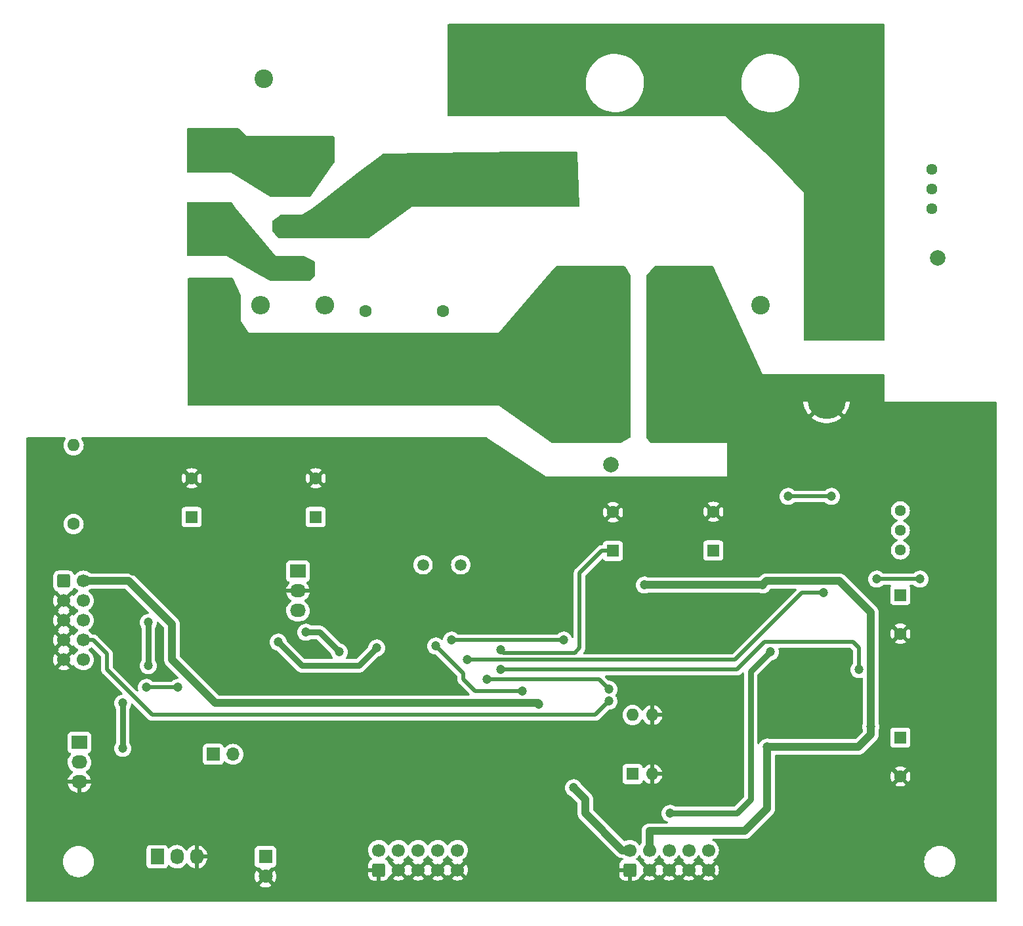
<source format=gtl>
G04 #@! TF.GenerationSoftware,KiCad,Pcbnew,7.0.2*
G04 #@! TF.CreationDate,2023-10-15T13:01:47+02:00*
G04 #@! TF.ProjectId,Module_2,4d6f6475-6c65-45f3-922e-6b696361645f,rev?*
G04 #@! TF.SameCoordinates,Original*
G04 #@! TF.FileFunction,Copper,L1,Top*
G04 #@! TF.FilePolarity,Positive*
%FSLAX46Y46*%
G04 Gerber Fmt 4.6, Leading zero omitted, Abs format (unit mm)*
G04 Created by KiCad (PCBNEW 7.0.2) date 2023-10-15 13:01:47*
%MOMM*%
%LPD*%
G01*
G04 APERTURE LIST*
G04 Aperture macros list*
%AMRoundRect*
0 Rectangle with rounded corners*
0 $1 Rounding radius*
0 $2 $3 $4 $5 $6 $7 $8 $9 X,Y pos of 4 corners*
0 Add a 4 corners polygon primitive as box body*
4,1,4,$2,$3,$4,$5,$6,$7,$8,$9,$2,$3,0*
0 Add four circle primitives for the rounded corners*
1,1,$1+$1,$2,$3*
1,1,$1+$1,$4,$5*
1,1,$1+$1,$6,$7*
1,1,$1+$1,$8,$9*
0 Add four rect primitives between the rounded corners*
20,1,$1+$1,$2,$3,$4,$5,0*
20,1,$1+$1,$4,$5,$6,$7,0*
20,1,$1+$1,$6,$7,$8,$9,0*
20,1,$1+$1,$8,$9,$2,$3,0*%
G04 Aperture macros list end*
G04 #@! TA.AperFunction,ComponentPad*
%ADD10RoundRect,0.250000X-0.600000X-0.600000X0.600000X-0.600000X0.600000X0.600000X-0.600000X0.600000X0*%
G04 #@! TD*
G04 #@! TA.AperFunction,ComponentPad*
%ADD11C,1.700000*%
G04 #@! TD*
G04 #@! TA.AperFunction,ComponentPad*
%ADD12R,1.600000X1.600000*%
G04 #@! TD*
G04 #@! TA.AperFunction,ComponentPad*
%ADD13C,1.600000*%
G04 #@! TD*
G04 #@! TA.AperFunction,ComponentPad*
%ADD14C,2.400000*%
G04 #@! TD*
G04 #@! TA.AperFunction,ComponentPad*
%ADD15O,2.400000X2.400000*%
G04 #@! TD*
G04 #@! TA.AperFunction,ComponentPad*
%ADD16RoundRect,0.250000X0.600000X-0.600000X0.600000X0.600000X-0.600000X0.600000X-0.600000X-0.600000X0*%
G04 #@! TD*
G04 #@! TA.AperFunction,ComponentPad*
%ADD17C,5.000000*%
G04 #@! TD*
G04 #@! TA.AperFunction,ComponentPad*
%ADD18R,1.800000X1.800000*%
G04 #@! TD*
G04 #@! TA.AperFunction,ComponentPad*
%ADD19C,1.800000*%
G04 #@! TD*
G04 #@! TA.AperFunction,ComponentPad*
%ADD20R,1.730000X2.030000*%
G04 #@! TD*
G04 #@! TA.AperFunction,ComponentPad*
%ADD21O,1.730000X2.030000*%
G04 #@! TD*
G04 #@! TA.AperFunction,ComponentPad*
%ADD22C,2.000000*%
G04 #@! TD*
G04 #@! TA.AperFunction,ComponentPad*
%ADD23C,1.500000*%
G04 #@! TD*
G04 #@! TA.AperFunction,ComponentPad*
%ADD24O,1.600000X1.600000*%
G04 #@! TD*
G04 #@! TA.AperFunction,ComponentPad*
%ADD25R,2.030000X1.730000*%
G04 #@! TD*
G04 #@! TA.AperFunction,ComponentPad*
%ADD26O,2.030000X1.730000*%
G04 #@! TD*
G04 #@! TA.AperFunction,ComponentPad*
%ADD27R,1.700000X1.700000*%
G04 #@! TD*
G04 #@! TA.AperFunction,ComponentPad*
%ADD28O,1.700000X1.700000*%
G04 #@! TD*
G04 #@! TA.AperFunction,ComponentPad*
%ADD29C,1.440000*%
G04 #@! TD*
G04 #@! TA.AperFunction,ComponentPad*
%ADD30R,4.500000X2.500000*%
G04 #@! TD*
G04 #@! TA.AperFunction,ComponentPad*
%ADD31O,4.500000X2.500000*%
G04 #@! TD*
G04 #@! TA.AperFunction,ViaPad*
%ADD32C,1.200000*%
G04 #@! TD*
G04 #@! TA.AperFunction,Conductor*
%ADD33C,1.000000*%
G04 #@! TD*
G04 #@! TA.AperFunction,Conductor*
%ADD34C,0.750000*%
G04 #@! TD*
G04 #@! TA.AperFunction,Conductor*
%ADD35C,0.500000*%
G04 #@! TD*
G04 APERTURE END LIST*
D10*
X45720000Y-102870000D03*
D11*
X48260000Y-102870000D03*
X45720000Y-105410000D03*
X48260000Y-105410000D03*
X45720000Y-107950000D03*
X48260000Y-107950000D03*
X45720000Y-110490000D03*
X48260000Y-110490000D03*
X45720000Y-113030000D03*
X48260000Y-113030000D03*
D12*
X62230000Y-94604651D03*
D13*
X62230000Y-89604651D03*
D12*
X116586000Y-98980000D03*
D13*
X116586000Y-93980000D03*
D14*
X71120000Y-46990000D03*
D15*
X71120000Y-67310000D03*
D12*
X78232000Y-94604651D03*
D13*
X78232000Y-89604651D03*
D16*
X118745000Y-140135000D03*
D11*
X118745000Y-137595000D03*
X121285000Y-140135000D03*
X121285000Y-137595000D03*
X123825000Y-140135000D03*
X123825000Y-137595000D03*
X126365000Y-140135000D03*
X126365000Y-137595000D03*
X128905000Y-140135000D03*
X128905000Y-137595000D03*
D16*
X86360000Y-140135000D03*
D11*
X86360000Y-137595000D03*
X88900000Y-140135000D03*
X88900000Y-137595000D03*
X91440000Y-140135000D03*
X91440000Y-137595000D03*
X93980000Y-140135000D03*
X93980000Y-137595000D03*
X96520000Y-140135000D03*
X96520000Y-137595000D03*
D12*
X153670000Y-104655000D03*
D13*
X153670000Y-109655000D03*
D17*
X144145000Y-79502000D03*
X144145000Y-69342000D03*
D18*
X71755000Y-138430000D03*
D19*
X71755000Y-140970000D03*
D20*
X57785000Y-138430000D03*
D21*
X60325000Y-138430000D03*
X62865000Y-138430000D03*
D22*
X158496000Y-61214000D03*
D17*
X65024000Y-47080500D03*
X65024000Y-57240500D03*
X65024000Y-67400500D03*
D23*
X92075000Y-100765000D03*
X96955000Y-100765000D03*
D14*
X79375000Y-46990000D03*
D15*
X79375000Y-67310000D03*
D12*
X119126000Y-127762000D03*
D24*
X121666000Y-127762000D03*
X121666000Y-120142000D03*
X119126000Y-120142000D03*
D14*
X135670000Y-67310000D03*
X108170000Y-67310000D03*
D22*
X116332000Y-87884000D03*
D13*
X46990000Y-95504000D03*
D24*
X46990000Y-85344000D03*
D13*
X84622000Y-68072000D03*
X94622000Y-68072000D03*
D17*
X108458000Y-50800000D03*
D14*
X99060000Y-38100000D03*
X71560000Y-38100000D03*
D25*
X47752000Y-123698000D03*
D26*
X47752000Y-126238000D03*
X47752000Y-128778000D03*
D27*
X65019000Y-125222000D03*
D28*
X67559000Y-125222000D03*
D25*
X75946000Y-101600000D03*
D26*
X75946000Y-104140000D03*
X75946000Y-106680000D03*
D22*
X156972000Y-87630000D03*
D17*
X146050000Y-50800000D03*
D29*
X157734000Y-49784000D03*
X157734000Y-52324000D03*
X157734000Y-54864000D03*
D12*
X129540000Y-98922651D03*
D13*
X129540000Y-93922651D03*
D12*
X153670000Y-123070000D03*
D13*
X153670000Y-128070000D03*
D29*
X153670000Y-93780000D03*
X153670000Y-96320000D03*
X153670000Y-98860000D03*
D30*
X75105000Y-51700000D03*
D31*
X75105000Y-57150000D03*
X75105000Y-62600000D03*
D32*
X149860000Y-121666000D03*
X120650000Y-103378000D03*
X135890000Y-103378000D03*
X53340000Y-118618000D03*
X136487884Y-124279541D03*
X56642000Y-108204000D03*
X56642000Y-113792000D03*
X53340000Y-124460000D03*
X104902000Y-117094000D03*
X93726000Y-111252000D03*
X110236000Y-110490000D03*
X95758000Y-110490000D03*
X102108000Y-111760000D03*
X150622000Y-102616000D03*
X156210000Y-102616000D03*
X148336000Y-114300000D03*
X102108000Y-114300000D03*
X116078000Y-116840000D03*
X100330000Y-115570000D03*
X114300000Y-81280000D03*
X114300000Y-76200000D03*
X114300000Y-66040000D03*
X114300000Y-63500000D03*
X114300000Y-71120000D03*
X114300000Y-68580000D03*
X114300000Y-78740000D03*
X114300000Y-73660000D03*
X114300000Y-83820000D03*
X123952000Y-132842000D03*
X136906000Y-112014000D03*
X76962000Y-109474000D03*
X81280000Y-112014000D03*
X111506000Y-129540000D03*
X107053026Y-118737026D03*
X116078000Y-118364000D03*
X73406000Y-110744000D03*
X86106000Y-111506000D03*
X144780000Y-91948000D03*
X139192000Y-91948000D03*
X97790000Y-113030000D03*
X143764000Y-104394000D03*
X56388000Y-116586000D03*
X60452000Y-116586000D03*
X92710000Y-86360000D03*
X165100000Y-116840000D03*
X86360000Y-96520000D03*
X147066115Y-91831065D03*
X134620000Y-91440000D03*
X110490000Y-127000000D03*
X96687739Y-108639362D03*
X60960000Y-106680000D03*
X109220000Y-143510000D03*
X161290000Y-95250000D03*
X125730000Y-68580000D03*
X165100000Y-85090000D03*
X165100000Y-97790000D03*
X165100000Y-142240000D03*
X43180000Y-86360000D03*
X136064191Y-116518374D03*
X125730000Y-66040000D03*
X110856038Y-105426502D03*
X161290000Y-107950000D03*
X102870000Y-88900000D03*
X71120000Y-106680000D03*
X115570000Y-132080000D03*
X83820000Y-143510000D03*
X165100000Y-135890000D03*
X57150000Y-97790000D03*
X161290000Y-101600000D03*
X52070000Y-92710000D03*
X63500000Y-121920000D03*
X143510000Y-83820000D03*
X93609411Y-113131899D03*
X152400000Y-86360000D03*
X153670000Y-143510000D03*
X115570000Y-143510000D03*
X161290000Y-133350000D03*
X73345889Y-116397840D03*
X54610000Y-86360000D03*
X165100000Y-104140000D03*
X66040000Y-106680000D03*
X125730000Y-71120000D03*
X114300000Y-91440000D03*
X52070000Y-134620000D03*
X125730000Y-78740000D03*
X60960000Y-86360000D03*
X143510000Y-138430000D03*
X110490000Y-121920000D03*
X161290000Y-120650000D03*
X80010000Y-86360000D03*
X125730000Y-83820000D03*
X151043481Y-93311690D03*
X103225207Y-97296458D03*
X160020000Y-143510000D03*
X43180000Y-91440000D03*
X125730000Y-106680000D03*
X68580000Y-121920000D03*
X74930000Y-134620000D03*
X71120000Y-143510000D03*
X99060000Y-86360000D03*
X105410000Y-121920000D03*
X115570000Y-127000000D03*
X94923247Y-99704949D03*
X43180000Y-134620000D03*
X90170000Y-143510000D03*
X127000000Y-91440000D03*
X110715429Y-100315772D03*
X54610000Y-95250000D03*
X134620000Y-143510000D03*
X81280000Y-101600000D03*
X106680000Y-139700000D03*
X125730000Y-81280000D03*
X127000000Y-129540000D03*
X66040000Y-101600000D03*
X71120000Y-101600000D03*
X140970000Y-143510000D03*
X60960000Y-101600000D03*
X80010000Y-132080000D03*
X125730000Y-110490000D03*
X43180000Y-109220000D03*
X125730000Y-63500000D03*
X73660000Y-86360000D03*
X52070000Y-105410000D03*
X125730000Y-76200000D03*
X110914102Y-108542589D03*
X161290000Y-127000000D03*
X43180000Y-102870000D03*
X43180000Y-115570000D03*
X73660000Y-121920000D03*
X58420000Y-143510000D03*
X107950000Y-91440000D03*
X81280000Y-96520000D03*
X105410000Y-127000000D03*
X124125845Y-127514594D03*
X100330000Y-139700000D03*
X96520000Y-143510000D03*
X43180000Y-128270000D03*
X161290000Y-114300000D03*
X110490000Y-132080000D03*
X125345183Y-120227596D03*
X45720000Y-143510000D03*
X165100000Y-91440000D03*
X80010000Y-125730000D03*
X66725877Y-136379912D03*
X127710992Y-122254154D03*
X67310000Y-86360000D03*
X165100000Y-129540000D03*
X43180000Y-140970000D03*
X102870000Y-143510000D03*
X74930000Y-129540000D03*
X113030000Y-138430000D03*
X137160000Y-138430000D03*
X128270000Y-143510000D03*
X86360000Y-86360000D03*
X52070000Y-143510000D03*
X139700000Y-83820000D03*
X86360000Y-101600000D03*
X121629104Y-124872695D03*
X50800000Y-96520000D03*
X165100000Y-123190000D03*
X103426529Y-109008050D03*
X43180000Y-96520000D03*
X105780012Y-99822230D03*
X105410000Y-132080000D03*
X146507684Y-114938701D03*
X121920000Y-110490000D03*
X129540000Y-106680000D03*
X77470000Y-143510000D03*
X102731666Y-100954473D03*
X138378761Y-116506421D03*
X66356467Y-116332518D03*
X147320000Y-143510000D03*
X43180000Y-121920000D03*
X121920000Y-143510000D03*
X54610000Y-101600000D03*
X64770000Y-143510000D03*
X161290000Y-87630000D03*
X149860000Y-138430000D03*
X50800000Y-100330000D03*
X81280000Y-139700000D03*
X121920000Y-106680000D03*
X125730000Y-73660000D03*
X165100000Y-110490000D03*
D33*
X133604000Y-135128000D02*
X121285000Y-135128000D01*
X136487884Y-132244116D02*
X133604000Y-135128000D01*
X136487884Y-124279541D02*
X148262459Y-124279541D01*
X149860000Y-106934000D02*
X149860000Y-121666000D01*
X148262459Y-124279541D02*
X149860000Y-122682000D01*
X136487884Y-124279541D02*
X136487884Y-132244116D01*
D34*
X56642000Y-113792000D02*
X56642000Y-108204000D01*
D33*
X135890000Y-103378000D02*
X136398000Y-102870000D01*
X136398000Y-102870000D02*
X145796000Y-102870000D01*
X135890000Y-103378000D02*
X120650000Y-103378000D01*
X121285000Y-135128000D02*
X121285000Y-137595000D01*
D34*
X53340000Y-124460000D02*
X53340000Y-118618000D01*
D33*
X145796000Y-102870000D02*
X149860000Y-106934000D01*
X149860000Y-122682000D02*
X149860000Y-121666000D01*
D35*
X97282000Y-115570000D02*
X97282000Y-114808000D01*
X98806000Y-117094000D02*
X97282000Y-115570000D01*
X97282000Y-114808000D02*
X93726000Y-111252000D01*
X104902000Y-117094000D02*
X98806000Y-117094000D01*
X95758000Y-110490000D02*
X110236000Y-110490000D01*
X112268000Y-111506000D02*
X112268000Y-101854000D01*
X103886000Y-112104500D02*
X111669500Y-112104500D01*
X102452500Y-112104500D02*
X102108000Y-111760000D01*
X103886000Y-112104500D02*
X102452500Y-112104500D01*
X115142000Y-98980000D02*
X116586000Y-98980000D01*
X111669500Y-112104500D02*
X112268000Y-111506000D01*
X112268000Y-101854000D02*
X115142000Y-98980000D01*
X150622000Y-102616000D02*
X156210000Y-102616000D01*
X132588000Y-114300000D02*
X102108000Y-114300000D01*
X148336000Y-114300000D02*
X148336000Y-111506000D01*
X148336000Y-111506000D02*
X147574000Y-110744000D01*
X147574000Y-110744000D02*
X136144000Y-110744000D01*
X136144000Y-110744000D02*
X132588000Y-114300000D01*
X114808000Y-115570000D02*
X100330000Y-115570000D01*
X116078000Y-116840000D02*
X114808000Y-115570000D01*
D34*
X123952000Y-132842000D02*
X132588000Y-132842000D01*
X132588000Y-132842000D02*
X134366000Y-131064000D01*
X134366000Y-131064000D02*
X134366000Y-114554000D01*
X134366000Y-114554000D02*
X136906000Y-112014000D01*
X81280000Y-112014000D02*
X78740000Y-109474000D01*
X78740000Y-109474000D02*
X76962000Y-109474000D01*
D33*
X106934000Y-118618000D02*
X65278000Y-118618000D01*
X59690000Y-108458000D02*
X54102000Y-102870000D01*
X59690000Y-113030000D02*
X59690000Y-108458000D01*
X117783000Y-137595000D02*
X118745000Y-137595000D01*
X113030000Y-132842000D02*
X117783000Y-137595000D01*
X65278000Y-118618000D02*
X59690000Y-113030000D01*
X113030000Y-131064000D02*
X113030000Y-132842000D01*
X111506000Y-129540000D02*
X113030000Y-131064000D01*
X54102000Y-102870000D02*
X48260000Y-102870000D01*
X107053026Y-118737026D02*
X106934000Y-118618000D01*
D35*
X116078000Y-118364000D02*
X114300000Y-120142000D01*
X114300000Y-120142000D02*
X57150000Y-120142000D01*
X49530000Y-110490000D02*
X48260000Y-110490000D01*
X51308000Y-114300000D02*
X51308000Y-112268000D01*
X51308000Y-112268000D02*
X49530000Y-110490000D01*
X57150000Y-120142000D02*
X51308000Y-114300000D01*
D34*
X76454000Y-113792000D02*
X83820000Y-113792000D01*
X83820000Y-113792000D02*
X86106000Y-111506000D01*
X73406000Y-110744000D02*
X76454000Y-113792000D01*
D35*
X139192000Y-91948000D02*
X144780000Y-91948000D01*
X132334000Y-113030000D02*
X97790000Y-113030000D01*
X143764000Y-104394000D02*
X140970000Y-104394000D01*
X140970000Y-104394000D02*
X132334000Y-113030000D01*
X60452000Y-116586000D02*
X56388000Y-116586000D01*
G04 #@! TA.AperFunction,Conductor*
G36*
X111961389Y-47517684D02*
G01*
X112007143Y-47570488D01*
X112018270Y-47617573D01*
X112263413Y-54481574D01*
X112246134Y-54549274D01*
X112194996Y-54596884D01*
X112139492Y-54610000D01*
X90677999Y-54610000D01*
X85122611Y-58650283D01*
X85056816Y-58673794D01*
X85049678Y-58674000D01*
X73468000Y-58674000D01*
X73400961Y-58654315D01*
X73368800Y-58624400D01*
X72668800Y-57691066D01*
X72644324Y-57625624D01*
X72644000Y-57616666D01*
X72644000Y-56450000D01*
X72663685Y-56382961D01*
X72693600Y-56350800D01*
X73626933Y-55650800D01*
X73692375Y-55626324D01*
X73701333Y-55626000D01*
X76454000Y-55626000D01*
X77724000Y-54864000D01*
X78740000Y-54102000D01*
X78741203Y-54101062D01*
X83566000Y-50292000D01*
X83565999Y-50292000D01*
X86835345Y-47777118D01*
X86900479Y-47751849D01*
X86909176Y-47751420D01*
X104902000Y-47498000D01*
X111894352Y-47498000D01*
X111961389Y-47517684D01*
G37*
G04 #@! TD.AperFunction*
G04 #@! TA.AperFunction,Conductor*
G36*
X118106832Y-62249685D02*
G01*
X118146122Y-62290203D01*
X118854329Y-63470548D01*
X118872000Y-63534345D01*
X118872000Y-84257792D01*
X118852315Y-84324831D01*
X118811797Y-84364121D01*
X117631450Y-85072329D01*
X117567655Y-85090000D01*
X108751257Y-85090000D01*
X108684218Y-85070315D01*
X108679896Y-85067408D01*
X106657407Y-83644175D01*
X101854000Y-80264000D01*
X101853999Y-80264000D01*
X61846000Y-80264000D01*
X61778961Y-80244315D01*
X61733206Y-80191511D01*
X61722000Y-80140000D01*
X61722000Y-63878000D01*
X61741685Y-63810961D01*
X61794489Y-63765206D01*
X61846000Y-63754000D01*
X67483415Y-63754000D01*
X67550454Y-63773685D01*
X67596209Y-63826489D01*
X67596728Y-63827639D01*
X68569313Y-66015954D01*
X68580000Y-66066315D01*
X68580000Y-69342000D01*
X69596000Y-70866000D01*
X101854000Y-70866000D01*
X107920118Y-63754000D01*
X109182871Y-62273531D01*
X109241352Y-62235299D01*
X109277214Y-62230000D01*
X118039793Y-62230000D01*
X118106832Y-62249685D01*
G37*
G04 #@! TD.AperFunction*
G04 #@! TA.AperFunction,Conductor*
G36*
X129527194Y-62249685D02*
G01*
X129572949Y-62302489D01*
X129573040Y-62302688D01*
X135889999Y-76199999D01*
X135890000Y-76200000D01*
X151514000Y-76200000D01*
X151581039Y-76219685D01*
X151626794Y-76272489D01*
X151638000Y-76324000D01*
X151638000Y-79756000D01*
X131318000Y-79756000D01*
X131318000Y-85090000D01*
X121478363Y-85090000D01*
X121411324Y-85070315D01*
X121375189Y-85034783D01*
X120924826Y-84359238D01*
X120904018Y-84292539D01*
X120904000Y-84290455D01*
X120904000Y-63543496D01*
X120923685Y-63476457D01*
X120931164Y-63466043D01*
X121882769Y-62276538D01*
X121940021Y-62236486D01*
X121979598Y-62230000D01*
X129460155Y-62230000D01*
X129527194Y-62249685D01*
G37*
G04 #@! TD.AperFunction*
G04 #@! TA.AperFunction,Conductor*
G36*
X67318278Y-53994685D02*
G01*
X67347210Y-54020479D01*
X67914988Y-54714430D01*
X73025000Y-60960000D01*
X76805728Y-60960000D01*
X76861182Y-60973091D01*
X78036454Y-61560727D01*
X78087613Y-61608314D01*
X78105000Y-61671636D01*
X78105000Y-63448637D01*
X78085315Y-63515676D01*
X78068681Y-63536318D01*
X77506319Y-64098681D01*
X77444996Y-64132166D01*
X77418638Y-64135000D01*
X72422133Y-64135000D01*
X72361913Y-64119396D01*
X71154547Y-63448637D01*
X66675000Y-60960000D01*
X66674999Y-60960000D01*
X61719000Y-60960000D01*
X61651961Y-60940315D01*
X61606206Y-60887511D01*
X61595000Y-60836000D01*
X61595000Y-54099000D01*
X61614685Y-54031961D01*
X61667489Y-53986206D01*
X61719000Y-53975000D01*
X67251239Y-53975000D01*
X67318278Y-53994685D01*
G37*
G04 #@! TD.AperFunction*
G04 #@! TA.AperFunction,Conductor*
G36*
X68341677Y-44469685D02*
G01*
X68362319Y-44486319D01*
X69342000Y-45466000D01*
X80521000Y-45466000D01*
X80588039Y-45485685D01*
X80633794Y-45538489D01*
X80645000Y-45590000D01*
X80645000Y-48855261D01*
X80625315Y-48922300D01*
X80621903Y-48927335D01*
X77507090Y-53288074D01*
X77452106Y-53331184D01*
X77406187Y-53340000D01*
X72425563Y-53340000D01*
X72359843Y-53321152D01*
X67310000Y-50165000D01*
X61719000Y-50165000D01*
X61651961Y-50145315D01*
X61606206Y-50092511D01*
X61595000Y-50041000D01*
X61595000Y-44574000D01*
X61614685Y-44506961D01*
X61667489Y-44461206D01*
X61719000Y-44450000D01*
X68274638Y-44450000D01*
X68341677Y-44469685D01*
G37*
G04 #@! TD.AperFunction*
G04 #@! TA.AperFunction,Conductor*
G36*
X90254855Y-138261545D02*
G01*
X90271571Y-138280837D01*
X90401505Y-138466401D01*
X90568599Y-138633495D01*
X90754596Y-138763732D01*
X90798219Y-138818307D01*
X90805412Y-138887806D01*
X90773890Y-138950160D01*
X90754594Y-138966881D01*
X90678626Y-139020073D01*
X91307466Y-139648913D01*
X91297685Y-139650320D01*
X91166900Y-139710048D01*
X91058239Y-139804202D01*
X90980507Y-139925156D01*
X90956923Y-140005476D01*
X90325072Y-139373625D01*
X90325072Y-139373626D01*
X90271574Y-139450030D01*
X90216998Y-139493655D01*
X90147499Y-139500849D01*
X90085144Y-139469326D01*
X90068424Y-139450030D01*
X90014925Y-139373626D01*
X90014925Y-139373625D01*
X89383076Y-140005475D01*
X89359493Y-139925156D01*
X89281761Y-139804202D01*
X89173100Y-139710048D01*
X89042315Y-139650320D01*
X89032531Y-139648913D01*
X89661373Y-139020073D01*
X89661373Y-139020072D01*
X89585405Y-138966880D01*
X89541780Y-138912304D01*
X89534586Y-138842805D01*
X89566108Y-138780451D01*
X89585399Y-138763734D01*
X89771401Y-138633495D01*
X89938495Y-138466401D01*
X90068426Y-138280839D01*
X90123002Y-138237216D01*
X90192500Y-138230022D01*
X90254855Y-138261545D01*
G37*
G04 #@! TD.AperFunction*
G04 #@! TA.AperFunction,Conductor*
G36*
X92794854Y-138261545D02*
G01*
X92811572Y-138280838D01*
X92941505Y-138466401D01*
X93108599Y-138633495D01*
X93294596Y-138763732D01*
X93338219Y-138818307D01*
X93345412Y-138887806D01*
X93313890Y-138950160D01*
X93294594Y-138966881D01*
X93218626Y-139020073D01*
X93847466Y-139648913D01*
X93837685Y-139650320D01*
X93706900Y-139710048D01*
X93598239Y-139804202D01*
X93520507Y-139925156D01*
X93496923Y-140005476D01*
X92865072Y-139373625D01*
X92865072Y-139373626D01*
X92811574Y-139450030D01*
X92756998Y-139493655D01*
X92687499Y-139500849D01*
X92625144Y-139469326D01*
X92608424Y-139450030D01*
X92554925Y-139373626D01*
X92554925Y-139373625D01*
X91923076Y-140005475D01*
X91899493Y-139925156D01*
X91821761Y-139804202D01*
X91713100Y-139710048D01*
X91582315Y-139650320D01*
X91572533Y-139648913D01*
X92201373Y-139020073D01*
X92201373Y-139020072D01*
X92125405Y-138966880D01*
X92081780Y-138912304D01*
X92074586Y-138842805D01*
X92106108Y-138780451D01*
X92125399Y-138763734D01*
X92311401Y-138633495D01*
X92478495Y-138466401D01*
X92608427Y-138280838D01*
X92663001Y-138237216D01*
X92732499Y-138230022D01*
X92794854Y-138261545D01*
G37*
G04 #@! TD.AperFunction*
G04 #@! TA.AperFunction,Conductor*
G36*
X95334855Y-138261545D02*
G01*
X95351571Y-138280837D01*
X95481505Y-138466401D01*
X95648599Y-138633495D01*
X95834596Y-138763732D01*
X95878219Y-138818307D01*
X95885412Y-138887806D01*
X95853890Y-138950160D01*
X95834594Y-138966881D01*
X95758626Y-139020073D01*
X96387466Y-139648913D01*
X96377685Y-139650320D01*
X96246900Y-139710048D01*
X96138239Y-139804202D01*
X96060507Y-139925156D01*
X96036923Y-140005476D01*
X95405072Y-139373625D01*
X95405072Y-139373626D01*
X95351574Y-139450030D01*
X95296998Y-139493655D01*
X95227499Y-139500849D01*
X95165144Y-139469326D01*
X95148424Y-139450030D01*
X95094925Y-139373626D01*
X95094925Y-139373625D01*
X94463076Y-140005474D01*
X94439493Y-139925156D01*
X94361761Y-139804202D01*
X94253100Y-139710048D01*
X94122315Y-139650320D01*
X94112533Y-139648913D01*
X94741373Y-139020073D01*
X94741373Y-139020072D01*
X94665405Y-138966880D01*
X94621780Y-138912304D01*
X94614586Y-138842805D01*
X94646108Y-138780451D01*
X94665399Y-138763734D01*
X94851401Y-138633495D01*
X95018495Y-138466401D01*
X95148426Y-138280839D01*
X95203002Y-138237216D01*
X95272500Y-138230022D01*
X95334855Y-138261545D01*
G37*
G04 #@! TD.AperFunction*
G04 #@! TA.AperFunction,Conductor*
G36*
X87714855Y-138261546D02*
G01*
X87731571Y-138280837D01*
X87861505Y-138466401D01*
X88028599Y-138633495D01*
X88214596Y-138763732D01*
X88258219Y-138818307D01*
X88265412Y-138887806D01*
X88233890Y-138950160D01*
X88214594Y-138966881D01*
X88138626Y-139020073D01*
X88767466Y-139648913D01*
X88757685Y-139650320D01*
X88626900Y-139710048D01*
X88518239Y-139804202D01*
X88440507Y-139925156D01*
X88416923Y-140005475D01*
X87780841Y-139369393D01*
X87728294Y-139358833D01*
X87678111Y-139310218D01*
X87668281Y-139288075D01*
X87644357Y-139215878D01*
X87552316Y-139066654D01*
X87428345Y-138942683D01*
X87279123Y-138850643D01*
X87270598Y-138847818D01*
X87213154Y-138808045D01*
X87186331Y-138743529D01*
X87198646Y-138674753D01*
X87225810Y-138643246D01*
X87223730Y-138641166D01*
X87310358Y-138554538D01*
X87398495Y-138466401D01*
X87528426Y-138280839D01*
X87583002Y-138237217D01*
X87652501Y-138230024D01*
X87714855Y-138261546D01*
G37*
G04 #@! TD.AperFunction*
G04 #@! TA.AperFunction,Conductor*
G36*
X120099855Y-138261545D02*
G01*
X120116571Y-138280837D01*
X120246505Y-138466401D01*
X120413599Y-138633495D01*
X120599596Y-138763732D01*
X120643219Y-138818307D01*
X120650412Y-138887806D01*
X120618890Y-138950160D01*
X120599594Y-138966881D01*
X120523625Y-139020073D01*
X121152465Y-139648913D01*
X121142685Y-139650320D01*
X121011900Y-139710048D01*
X120903239Y-139804202D01*
X120825507Y-139925156D01*
X120801923Y-140005476D01*
X120165840Y-139369393D01*
X120113294Y-139358833D01*
X120063111Y-139310218D01*
X120053281Y-139288075D01*
X120029357Y-139215878D01*
X119937316Y-139066654D01*
X119813345Y-138942683D01*
X119664123Y-138850643D01*
X119655598Y-138847818D01*
X119598154Y-138808045D01*
X119571331Y-138743529D01*
X119583646Y-138674753D01*
X119610810Y-138643246D01*
X119608730Y-138641166D01*
X119695358Y-138554538D01*
X119783495Y-138466401D01*
X119913426Y-138280839D01*
X119968002Y-138237216D01*
X120037500Y-138230022D01*
X120099855Y-138261545D01*
G37*
G04 #@! TD.AperFunction*
G04 #@! TA.AperFunction,Conductor*
G36*
X122639855Y-138261545D02*
G01*
X122656571Y-138280837D01*
X122786505Y-138466401D01*
X122953599Y-138633495D01*
X123139596Y-138763732D01*
X123183219Y-138818307D01*
X123190412Y-138887806D01*
X123158890Y-138950160D01*
X123139594Y-138966881D01*
X123063626Y-139020073D01*
X123692466Y-139648913D01*
X123682685Y-139650320D01*
X123551900Y-139710048D01*
X123443239Y-139804202D01*
X123365507Y-139925156D01*
X123341923Y-140005476D01*
X122710072Y-139373625D01*
X122710072Y-139373626D01*
X122656574Y-139450030D01*
X122601998Y-139493655D01*
X122532499Y-139500849D01*
X122470144Y-139469326D01*
X122453424Y-139450030D01*
X122399925Y-139373626D01*
X122399925Y-139373625D01*
X121768076Y-140005475D01*
X121744493Y-139925156D01*
X121666761Y-139804202D01*
X121558100Y-139710048D01*
X121427315Y-139650320D01*
X121417532Y-139648913D01*
X122046373Y-139020073D01*
X122046373Y-139020072D01*
X121970405Y-138966880D01*
X121926780Y-138912304D01*
X121919586Y-138842805D01*
X121951108Y-138780451D01*
X121970399Y-138763734D01*
X122156401Y-138633495D01*
X122323495Y-138466401D01*
X122453426Y-138280839D01*
X122508002Y-138237216D01*
X122577500Y-138230022D01*
X122639855Y-138261545D01*
G37*
G04 #@! TD.AperFunction*
G04 #@! TA.AperFunction,Conductor*
G36*
X125179855Y-138261545D02*
G01*
X125196571Y-138280837D01*
X125326505Y-138466401D01*
X125493599Y-138633495D01*
X125679596Y-138763732D01*
X125723219Y-138818307D01*
X125730412Y-138887806D01*
X125698890Y-138950160D01*
X125679594Y-138966881D01*
X125603626Y-139020073D01*
X126232466Y-139648913D01*
X126222685Y-139650320D01*
X126091900Y-139710048D01*
X125983239Y-139804202D01*
X125905507Y-139925156D01*
X125881923Y-140005475D01*
X125250073Y-139373625D01*
X125250072Y-139373626D01*
X125196574Y-139450030D01*
X125141998Y-139493655D01*
X125072499Y-139500849D01*
X125010144Y-139469326D01*
X124993424Y-139450030D01*
X124939925Y-139373626D01*
X124939925Y-139373625D01*
X124308076Y-140005474D01*
X124284493Y-139925156D01*
X124206761Y-139804202D01*
X124098100Y-139710048D01*
X123967315Y-139650320D01*
X123957533Y-139648913D01*
X124586373Y-139020073D01*
X124586373Y-139020072D01*
X124510405Y-138966880D01*
X124466780Y-138912304D01*
X124459586Y-138842805D01*
X124491108Y-138780451D01*
X124510399Y-138763734D01*
X124696401Y-138633495D01*
X124863495Y-138466401D01*
X124993426Y-138280839D01*
X125048002Y-138237216D01*
X125117500Y-138230022D01*
X125179855Y-138261545D01*
G37*
G04 #@! TD.AperFunction*
G04 #@! TA.AperFunction,Conductor*
G36*
X127719855Y-138261546D02*
G01*
X127736571Y-138280837D01*
X127866505Y-138466401D01*
X128033599Y-138633495D01*
X128219596Y-138763732D01*
X128263219Y-138818307D01*
X128270412Y-138887806D01*
X128238890Y-138950160D01*
X128219594Y-138966881D01*
X128143626Y-139020073D01*
X128772466Y-139648913D01*
X128762685Y-139650320D01*
X128631900Y-139710048D01*
X128523239Y-139804202D01*
X128445507Y-139925156D01*
X128421923Y-140005476D01*
X127790072Y-139373625D01*
X127790072Y-139373626D01*
X127736574Y-139450030D01*
X127681998Y-139493655D01*
X127612499Y-139500849D01*
X127550144Y-139469326D01*
X127533424Y-139450030D01*
X127479925Y-139373626D01*
X127479925Y-139373625D01*
X126848076Y-140005473D01*
X126824493Y-139925156D01*
X126746761Y-139804202D01*
X126638100Y-139710048D01*
X126507315Y-139650320D01*
X126497533Y-139648913D01*
X127126373Y-139020073D01*
X127126373Y-139020072D01*
X127050405Y-138966880D01*
X127006780Y-138912304D01*
X126999586Y-138842805D01*
X127031108Y-138780451D01*
X127050399Y-138763734D01*
X127236401Y-138633495D01*
X127403495Y-138466401D01*
X127533426Y-138280839D01*
X127588002Y-138237217D01*
X127657501Y-138230024D01*
X127719855Y-138261546D01*
G37*
G04 #@! TD.AperFunction*
G04 #@! TA.AperFunction,Conductor*
G36*
X147278809Y-111514185D02*
G01*
X147299451Y-111530819D01*
X147549181Y-111780549D01*
X147582666Y-111841872D01*
X147585500Y-111868230D01*
X147585500Y-113440261D01*
X147565815Y-113507300D01*
X147545040Y-113531897D01*
X147519235Y-113555421D01*
X147396324Y-113718181D01*
X147305418Y-113900748D01*
X147249602Y-114096916D01*
X147230785Y-114299999D01*
X147249602Y-114503083D01*
X147305418Y-114699251D01*
X147396324Y-114881818D01*
X147519236Y-115044580D01*
X147669958Y-115181981D01*
X147843361Y-115289347D01*
X147843363Y-115289348D01*
X148033544Y-115363024D01*
X148234024Y-115400500D01*
X148234026Y-115400500D01*
X148437974Y-115400500D01*
X148437976Y-115400500D01*
X148638456Y-115363024D01*
X148690707Y-115342781D01*
X148760329Y-115336919D01*
X148822069Y-115369629D01*
X148856324Y-115430525D01*
X148859500Y-115458408D01*
X148859500Y-121177171D01*
X148846501Y-121232441D01*
X148829417Y-121266749D01*
X148773602Y-121462916D01*
X148754785Y-121666000D01*
X148773602Y-121869083D01*
X148829417Y-122065250D01*
X148846499Y-122099553D01*
X148859500Y-122154826D01*
X148859500Y-122216217D01*
X148839815Y-122283256D01*
X148823181Y-122303898D01*
X147884358Y-123242722D01*
X147823035Y-123276207D01*
X147796677Y-123279041D01*
X136974914Y-123279041D01*
X136930121Y-123270668D01*
X136790341Y-123216517D01*
X136723513Y-123204025D01*
X136589860Y-123179041D01*
X136385908Y-123179041D01*
X136300454Y-123195015D01*
X136185426Y-123216517D01*
X135995245Y-123290193D01*
X135821842Y-123397559D01*
X135671120Y-123534960D01*
X135548208Y-123697722D01*
X135476500Y-123841734D01*
X135428997Y-123892972D01*
X135361335Y-123910393D01*
X135294994Y-123888468D01*
X135251039Y-123834156D01*
X135241500Y-123786463D01*
X135241500Y-114968004D01*
X135261185Y-114900965D01*
X135277814Y-114880328D01*
X137024692Y-113133449D01*
X137086013Y-113099966D01*
X137089556Y-113099249D01*
X137208456Y-113077024D01*
X137398637Y-113003348D01*
X137572041Y-112895981D01*
X137722764Y-112758579D01*
X137845673Y-112595821D01*
X137845673Y-112595819D01*
X137845675Y-112595818D01*
X137895703Y-112495347D01*
X137936582Y-112413250D01*
X137992397Y-112217083D01*
X138011215Y-112014000D01*
X137992397Y-111810917D01*
X137976114Y-111753688D01*
X137947305Y-111652434D01*
X137947891Y-111582567D01*
X137986158Y-111524108D01*
X138049955Y-111495618D01*
X138066571Y-111494500D01*
X147211770Y-111494500D01*
X147278809Y-111514185D01*
G37*
G04 #@! TD.AperFunction*
G04 #@! TA.AperFunction,Conductor*
G36*
X47180599Y-103709155D02*
G01*
X47211654Y-103735909D01*
X47213834Y-103733730D01*
X47221505Y-103741401D01*
X47388599Y-103908495D01*
X47574160Y-104038426D01*
X47617783Y-104093002D01*
X47624976Y-104162501D01*
X47593454Y-104224855D01*
X47574158Y-104241575D01*
X47394538Y-104367347D01*
X47388595Y-104371508D01*
X47221508Y-104538595D01*
X47221505Y-104538598D01*
X47221505Y-104538599D01*
X47142949Y-104650790D01*
X47091270Y-104724595D01*
X47036693Y-104768219D01*
X46967194Y-104775412D01*
X46904840Y-104743890D01*
X46888120Y-104724595D01*
X46834925Y-104648626D01*
X46834925Y-104648625D01*
X46203076Y-105280475D01*
X46179493Y-105200156D01*
X46101761Y-105079202D01*
X45993100Y-104985048D01*
X45862315Y-104925320D01*
X45852534Y-104923913D01*
X46485789Y-104290658D01*
X46496209Y-104238808D01*
X46544823Y-104188624D01*
X46566961Y-104178796D01*
X46639334Y-104154814D01*
X46788656Y-104062712D01*
X46912712Y-103938656D01*
X47004814Y-103789334D01*
X47007538Y-103781111D01*
X47047307Y-103723668D01*
X47111822Y-103696843D01*
X47180599Y-103709155D01*
G37*
G04 #@! TD.AperFunction*
G04 #@! TA.AperFunction,Conductor*
G36*
X53703256Y-103890185D02*
G01*
X53723898Y-103906819D01*
X56708898Y-106891819D01*
X56742383Y-106953142D01*
X56737399Y-107022834D01*
X56695527Y-107078767D01*
X56630063Y-107103184D01*
X56621217Y-107103500D01*
X56540024Y-107103500D01*
X56439783Y-107122238D01*
X56339542Y-107140976D01*
X56149361Y-107214652D01*
X55975958Y-107322018D01*
X55825236Y-107459419D01*
X55702324Y-107622181D01*
X55611418Y-107804748D01*
X55555602Y-108000916D01*
X55536785Y-108203999D01*
X55555602Y-108407083D01*
X55611418Y-108603251D01*
X55702324Y-108785818D01*
X55741454Y-108837633D01*
X55766146Y-108902994D01*
X55766500Y-108912360D01*
X55766500Y-113083639D01*
X55746815Y-113150678D01*
X55741454Y-113158365D01*
X55702326Y-113210178D01*
X55611418Y-113392748D01*
X55555602Y-113588916D01*
X55536785Y-113792000D01*
X55555602Y-113995083D01*
X55611418Y-114191251D01*
X55702324Y-114373818D01*
X55825236Y-114536580D01*
X55975958Y-114673981D01*
X56149361Y-114781347D01*
X56149363Y-114781348D01*
X56339544Y-114855024D01*
X56540024Y-114892500D01*
X56540026Y-114892500D01*
X56743974Y-114892500D01*
X56743976Y-114892500D01*
X56944456Y-114855024D01*
X57134637Y-114781348D01*
X57308041Y-114673981D01*
X57347431Y-114638072D01*
X57458763Y-114536580D01*
X57458764Y-114536579D01*
X57581673Y-114373821D01*
X57581673Y-114373819D01*
X57581675Y-114373818D01*
X57641205Y-114254264D01*
X57672582Y-114191250D01*
X57728397Y-113995083D01*
X57747215Y-113792000D01*
X57728397Y-113588917D01*
X57718866Y-113555421D01*
X57705175Y-113507300D01*
X57672582Y-113392750D01*
X57629711Y-113306652D01*
X57581673Y-113210178D01*
X57542546Y-113158365D01*
X57517854Y-113093004D01*
X57517500Y-113083639D01*
X57517500Y-108912360D01*
X57537185Y-108845321D01*
X57542546Y-108837633D01*
X57581675Y-108785818D01*
X57652058Y-108644468D01*
X57672582Y-108603250D01*
X57728397Y-108407083D01*
X57746067Y-108216378D01*
X57771853Y-108151443D01*
X57828653Y-108110755D01*
X57898434Y-108107235D01*
X57957219Y-108140140D01*
X58653181Y-108836102D01*
X58686666Y-108897425D01*
X58689500Y-108923783D01*
X58689500Y-113015721D01*
X58689460Y-113018863D01*
X58687242Y-113106362D01*
X58697648Y-113164420D01*
X58698957Y-113173749D01*
X58704926Y-113232438D01*
X58714033Y-113261467D01*
X58717772Y-113276702D01*
X58723141Y-113306652D01*
X58745020Y-113361425D01*
X58748180Y-113370300D01*
X58765841Y-113426588D01*
X58780607Y-113453191D01*
X58787337Y-113467364D01*
X58798622Y-113495617D01*
X58831080Y-113544867D01*
X58835961Y-113552923D01*
X58864590Y-113604501D01*
X58884404Y-113627581D01*
X58893856Y-113640116D01*
X58910599Y-113665520D01*
X58952300Y-113707221D01*
X58958705Y-113714132D01*
X58997130Y-113758891D01*
X58997131Y-113758892D01*
X58997134Y-113758895D01*
X59021198Y-113777522D01*
X59032968Y-113787889D01*
X60518898Y-115273819D01*
X60552383Y-115335142D01*
X60547399Y-115404834D01*
X60505527Y-115460767D01*
X60440063Y-115485184D01*
X60431217Y-115485500D01*
X60350024Y-115485500D01*
X60249784Y-115504238D01*
X60149542Y-115522976D01*
X59959361Y-115596652D01*
X59785958Y-115704018D01*
X59677231Y-115803137D01*
X59614427Y-115833754D01*
X59593693Y-115835500D01*
X57246307Y-115835500D01*
X57179268Y-115815815D01*
X57162769Y-115803137D01*
X57054041Y-115704018D01*
X56880638Y-115596652D01*
X56690457Y-115522976D01*
X56623629Y-115510484D01*
X56489976Y-115485500D01*
X56286024Y-115485500D01*
X56185784Y-115504238D01*
X56085542Y-115522976D01*
X55895361Y-115596652D01*
X55721958Y-115704018D01*
X55571236Y-115841419D01*
X55448324Y-116004181D01*
X55357418Y-116186748D01*
X55301602Y-116382916D01*
X55282785Y-116585999D01*
X55301602Y-116789083D01*
X55347172Y-116949241D01*
X55346586Y-117019109D01*
X55308319Y-117077567D01*
X55244522Y-117106058D01*
X55175449Y-117095534D01*
X55140225Y-117070857D01*
X52094819Y-114025451D01*
X52061334Y-113964128D01*
X52058500Y-113937770D01*
X52058500Y-112331705D01*
X52059809Y-112313735D01*
X52059961Y-112312691D01*
X52063289Y-112289977D01*
X52058972Y-112240629D01*
X52058500Y-112229823D01*
X52058500Y-112227901D01*
X52058500Y-112224291D01*
X52054903Y-112193520D01*
X52054536Y-112189929D01*
X52050870Y-112148019D01*
X52047999Y-112115203D01*
X52047998Y-112115201D01*
X52047889Y-112113949D01*
X52043672Y-112094930D01*
X52036162Y-112074297D01*
X52017591Y-112023273D01*
X52016408Y-112019868D01*
X52015682Y-112017676D01*
X51992814Y-111948666D01*
X51992812Y-111948663D01*
X51992415Y-111947464D01*
X51983929Y-111929936D01*
X51983237Y-111928884D01*
X51983237Y-111928883D01*
X51942001Y-111866188D01*
X51940086Y-111863181D01*
X51939096Y-111861576D01*
X51900712Y-111799345D01*
X51900711Y-111799344D01*
X51900048Y-111798269D01*
X51887748Y-111783170D01*
X51832273Y-111730832D01*
X51829686Y-111728319D01*
X50105728Y-110004360D01*
X50093946Y-109990727D01*
X50079609Y-109971469D01*
X50041666Y-109939631D01*
X50033691Y-109932323D01*
X50032329Y-109930961D01*
X50029777Y-109928409D01*
X50005444Y-109909169D01*
X50002647Y-109906890D01*
X49944251Y-109857890D01*
X49927821Y-109847422D01*
X49858691Y-109815186D01*
X49855447Y-109813615D01*
X49787306Y-109779394D01*
X49768903Y-109772997D01*
X49694211Y-109757574D01*
X49690692Y-109756794D01*
X49616490Y-109739208D01*
X49597121Y-109737229D01*
X49520869Y-109739448D01*
X49517263Y-109739500D01*
X49447701Y-109739500D01*
X49380662Y-109719815D01*
X49346126Y-109686623D01*
X49298494Y-109618598D01*
X49131402Y-109451505D01*
X49022243Y-109375072D01*
X48945839Y-109321573D01*
X48902216Y-109266998D01*
X48895022Y-109197500D01*
X48926545Y-109135145D01*
X48945837Y-109118428D01*
X49131401Y-108988495D01*
X49298495Y-108821401D01*
X49434035Y-108627830D01*
X49533903Y-108413663D01*
X49595063Y-108185408D01*
X49615659Y-107950000D01*
X49595063Y-107714592D01*
X49533903Y-107486337D01*
X49434035Y-107272171D01*
X49298495Y-107078599D01*
X49131401Y-106911505D01*
X48945839Y-106781573D01*
X48902216Y-106726998D01*
X48895022Y-106657500D01*
X48926545Y-106595145D01*
X48945837Y-106578428D01*
X49131401Y-106448495D01*
X49298495Y-106281401D01*
X49434035Y-106087830D01*
X49533903Y-105873663D01*
X49595063Y-105645408D01*
X49615659Y-105410000D01*
X49595063Y-105174592D01*
X49533903Y-104946337D01*
X49434035Y-104732171D01*
X49298495Y-104538599D01*
X49131401Y-104371505D01*
X48945839Y-104241573D01*
X48902216Y-104186998D01*
X48895022Y-104117500D01*
X48926545Y-104055145D01*
X48945837Y-104038428D01*
X49131401Y-103908495D01*
X49133077Y-103906819D01*
X49136334Y-103905040D01*
X49140288Y-103902272D01*
X49140596Y-103902712D01*
X49194400Y-103873334D01*
X49220758Y-103870500D01*
X53636217Y-103870500D01*
X53703256Y-103890185D01*
G37*
G04 #@! TD.AperFunction*
G04 #@! TA.AperFunction,Conductor*
G36*
X46834925Y-111251373D02*
G01*
X46888119Y-111175405D01*
X46942696Y-111131780D01*
X47012194Y-111124586D01*
X47074549Y-111156109D01*
X47091265Y-111175400D01*
X47221505Y-111361401D01*
X47388599Y-111528495D01*
X47574160Y-111658426D01*
X47617783Y-111713002D01*
X47624976Y-111782501D01*
X47593454Y-111844855D01*
X47574160Y-111861574D01*
X47406930Y-111978670D01*
X47388595Y-111991508D01*
X47221508Y-112158595D01*
X47221505Y-112158598D01*
X47221505Y-112158599D01*
X47100296Y-112331705D01*
X47091270Y-112344595D01*
X47036693Y-112388219D01*
X46967194Y-112395412D01*
X46904840Y-112363890D01*
X46888120Y-112344595D01*
X46834925Y-112268626D01*
X46834925Y-112268625D01*
X46203076Y-112900475D01*
X46179493Y-112820156D01*
X46101761Y-112699202D01*
X45993100Y-112605048D01*
X45862315Y-112545320D01*
X45852533Y-112543913D01*
X46481373Y-111915073D01*
X46481373Y-111915072D01*
X46404969Y-111861574D01*
X46361344Y-111806997D01*
X46354150Y-111737499D01*
X46385673Y-111675144D01*
X46404969Y-111658424D01*
X46481373Y-111604925D01*
X45852533Y-110976086D01*
X45862315Y-110974680D01*
X45993100Y-110914952D01*
X46101761Y-110820798D01*
X46179493Y-110699844D01*
X46203076Y-110619524D01*
X46834925Y-111251373D01*
G37*
G04 #@! TD.AperFunction*
G04 #@! TA.AperFunction,Conductor*
G36*
X46834925Y-108711373D02*
G01*
X46888119Y-108635405D01*
X46942696Y-108591780D01*
X47012194Y-108584586D01*
X47074549Y-108616109D01*
X47091265Y-108635400D01*
X47221505Y-108821401D01*
X47388599Y-108988495D01*
X47574160Y-109118426D01*
X47617783Y-109173002D01*
X47624976Y-109242501D01*
X47593454Y-109304855D01*
X47574159Y-109321575D01*
X47388595Y-109451508D01*
X47221508Y-109618595D01*
X47221505Y-109618598D01*
X47221505Y-109618599D01*
X47108520Y-109779960D01*
X47091270Y-109804595D01*
X47036693Y-109848219D01*
X46967194Y-109855412D01*
X46904840Y-109823890D01*
X46888120Y-109804595D01*
X46834925Y-109728626D01*
X46834925Y-109728625D01*
X46203076Y-110360474D01*
X46179493Y-110280156D01*
X46101761Y-110159202D01*
X45993100Y-110065048D01*
X45862315Y-110005320D01*
X45852532Y-110003913D01*
X46481373Y-109375073D01*
X46481373Y-109375072D01*
X46404969Y-109321574D01*
X46361344Y-109266997D01*
X46354150Y-109197499D01*
X46385673Y-109135144D01*
X46404969Y-109118424D01*
X46481373Y-109064925D01*
X45852533Y-108436086D01*
X45862315Y-108434680D01*
X45993100Y-108374952D01*
X46101761Y-108280798D01*
X46179493Y-108159844D01*
X46203076Y-108079524D01*
X46834925Y-108711373D01*
G37*
G04 #@! TD.AperFunction*
G04 #@! TA.AperFunction,Conductor*
G36*
X46834925Y-106171373D02*
G01*
X46888119Y-106095405D01*
X46942696Y-106051780D01*
X47012194Y-106044586D01*
X47074549Y-106076109D01*
X47091265Y-106095400D01*
X47221505Y-106281401D01*
X47388599Y-106448495D01*
X47574160Y-106578426D01*
X47617783Y-106633002D01*
X47624976Y-106702501D01*
X47593454Y-106764855D01*
X47574160Y-106781574D01*
X47465530Y-106857638D01*
X47388595Y-106911508D01*
X47221508Y-107078595D01*
X47221505Y-107078598D01*
X47221505Y-107078599D01*
X47144465Y-107188625D01*
X47091270Y-107264595D01*
X47036693Y-107308219D01*
X46967194Y-107315412D01*
X46904840Y-107283890D01*
X46888120Y-107264595D01*
X46834925Y-107188626D01*
X46834925Y-107188625D01*
X46203076Y-107820475D01*
X46179493Y-107740156D01*
X46101761Y-107619202D01*
X45993100Y-107525048D01*
X45862315Y-107465320D01*
X45852533Y-107463913D01*
X46481373Y-106835073D01*
X46481373Y-106835072D01*
X46404969Y-106781574D01*
X46361344Y-106726997D01*
X46354150Y-106657499D01*
X46385673Y-106595144D01*
X46404969Y-106578424D01*
X46481373Y-106524925D01*
X45852533Y-105896086D01*
X45862315Y-105894680D01*
X45993100Y-105834952D01*
X46101761Y-105740798D01*
X46179493Y-105619844D01*
X46203076Y-105539524D01*
X46834925Y-106171373D01*
G37*
G04 #@! TD.AperFunction*
G04 #@! TA.AperFunction,Conductor*
G36*
X141160024Y-79847255D02*
G01*
X141160863Y-79854434D01*
X141220290Y-80191462D01*
X141221952Y-80198475D01*
X141320113Y-80526353D01*
X141322570Y-80533102D01*
X141458130Y-80847368D01*
X141461363Y-80853804D01*
X141632480Y-81150189D01*
X141636448Y-81156221D01*
X141840816Y-81430735D01*
X141845448Y-81436256D01*
X141851148Y-81442297D01*
X141851148Y-81442298D01*
X143283349Y-80010097D01*
X143350146Y-80117263D01*
X143490268Y-80264671D01*
X143635084Y-80365466D01*
X142207817Y-81792733D01*
X142207818Y-81792734D01*
X142347715Y-81910122D01*
X142353502Y-81914430D01*
X142639441Y-82102494D01*
X142645691Y-82106102D01*
X142951509Y-82259691D01*
X142958148Y-82262554D01*
X143279742Y-82379605D01*
X143286639Y-82381670D01*
X143619666Y-82460599D01*
X143626750Y-82461848D01*
X143966699Y-82501582D01*
X143973868Y-82502000D01*
X144316132Y-82502000D01*
X144323300Y-82501582D01*
X144663249Y-82461848D01*
X144670333Y-82460599D01*
X145003360Y-82381670D01*
X145010257Y-82379605D01*
X145331851Y-82262554D01*
X145338490Y-82259691D01*
X145644308Y-82106102D01*
X145650558Y-82102494D01*
X145936509Y-81914422D01*
X145942268Y-81910135D01*
X146082180Y-81792734D01*
X146082181Y-81792733D01*
X144653126Y-80363677D01*
X144719214Y-80326996D01*
X144873531Y-80194520D01*
X144998021Y-80033692D01*
X145008625Y-80012072D01*
X146438851Y-81442298D01*
X146444545Y-81436262D01*
X146449183Y-81430735D01*
X146653551Y-81156221D01*
X146657519Y-81150189D01*
X146828636Y-80853804D01*
X146831869Y-80847368D01*
X146967429Y-80533102D01*
X146969886Y-80526353D01*
X147068047Y-80198475D01*
X147069709Y-80191462D01*
X147129136Y-79854434D01*
X147129975Y-79847255D01*
X147135290Y-79756000D01*
X151638000Y-79756000D01*
X165992000Y-79756000D01*
X166059039Y-79775685D01*
X166104794Y-79828489D01*
X166116000Y-79880000D01*
X166116000Y-144148000D01*
X166096315Y-144215039D01*
X166043511Y-144260794D01*
X165992000Y-144272000D01*
X41018000Y-144272000D01*
X40950961Y-144252315D01*
X40905206Y-144199511D01*
X40894000Y-144148000D01*
X40894000Y-139065000D01*
X45619389Y-139065000D01*
X45639804Y-139350429D01*
X45700629Y-139630041D01*
X45700631Y-139630046D01*
X45783271Y-139851613D01*
X45800634Y-139898163D01*
X45937772Y-140149313D01*
X45955028Y-140172364D01*
X46109261Y-140378395D01*
X46311605Y-140580739D01*
X46385961Y-140636401D01*
X46540686Y-140752227D01*
X46680435Y-140828535D01*
X46791839Y-140889367D01*
X47059954Y-140989369D01*
X47059957Y-140989369D01*
X47059958Y-140989370D01*
X47112217Y-141000738D01*
X47339572Y-141050196D01*
X47553552Y-141065500D01*
X47555767Y-141065500D01*
X47694233Y-141065500D01*
X47696448Y-141065500D01*
X47910428Y-141050196D01*
X48190046Y-140989369D01*
X48241976Y-140970000D01*
X70350201Y-140970000D01*
X70369361Y-141201217D01*
X70426319Y-141426139D01*
X70519516Y-141638609D01*
X70603811Y-141767633D01*
X71310550Y-141060896D01*
X71311327Y-141071265D01*
X71360887Y-141197541D01*
X71445465Y-141303599D01*
X71557547Y-141380016D01*
X71665299Y-141413253D01*
X70956199Y-142122351D01*
X70986650Y-142146051D01*
X71190700Y-142256477D01*
X71410140Y-142331811D01*
X71638993Y-142370000D01*
X71871007Y-142370000D01*
X72099859Y-142331811D01*
X72319296Y-142256478D01*
X72523353Y-142146048D01*
X72553798Y-142122351D01*
X71843231Y-141411784D01*
X71889138Y-141404865D01*
X72011357Y-141346007D01*
X72110798Y-141253740D01*
X72178625Y-141136260D01*
X72196499Y-141057946D01*
X72906186Y-141767634D01*
X72990483Y-141638607D01*
X73083680Y-141426138D01*
X73140638Y-141201217D01*
X73159798Y-140970000D01*
X73140638Y-140738782D01*
X73083680Y-140513860D01*
X72990484Y-140301392D01*
X72906186Y-140172364D01*
X72199449Y-140879101D01*
X72198673Y-140868735D01*
X72149113Y-140742459D01*
X72064535Y-140636401D01*
X71952453Y-140559984D01*
X71844700Y-140526747D01*
X72504628Y-139866818D01*
X72565951Y-139833333D01*
X72592308Y-139830499D01*
X72702872Y-139830499D01*
X72762483Y-139824091D01*
X72897331Y-139773796D01*
X73012546Y-139687546D01*
X73098796Y-139572331D01*
X73149091Y-139437483D01*
X73155500Y-139377873D01*
X73155499Y-137595000D01*
X85004340Y-137595000D01*
X85024936Y-137830407D01*
X85053130Y-137935627D01*
X85086097Y-138058663D01*
X85185965Y-138272830D01*
X85321505Y-138466401D01*
X85321508Y-138466404D01*
X85496270Y-138641166D01*
X85493681Y-138643754D01*
X85525140Y-138683102D01*
X85532340Y-138752600D01*
X85500824Y-138814958D01*
X85449402Y-138847817D01*
X85440879Y-138850641D01*
X85291654Y-138942683D01*
X85167683Y-139066654D01*
X85075642Y-139215877D01*
X85020493Y-139382303D01*
X85010319Y-139481890D01*
X85010000Y-139488168D01*
X85010000Y-139885000D01*
X85926314Y-139885000D01*
X85900507Y-139925156D01*
X85860000Y-140063111D01*
X85860000Y-140206889D01*
X85900507Y-140344844D01*
X85926314Y-140385000D01*
X85010001Y-140385000D01*
X85010001Y-140781829D01*
X85010321Y-140788111D01*
X85020493Y-140887695D01*
X85075642Y-141054122D01*
X85167683Y-141203345D01*
X85291654Y-141327316D01*
X85440877Y-141419357D01*
X85607303Y-141474506D01*
X85706890Y-141484680D01*
X85713168Y-141484999D01*
X86109999Y-141484999D01*
X86110000Y-141484998D01*
X86110000Y-140570501D01*
X86217685Y-140619680D01*
X86324237Y-140635000D01*
X86395763Y-140635000D01*
X86502315Y-140619680D01*
X86609999Y-140570501D01*
X86609999Y-141484999D01*
X87006829Y-141484999D01*
X87013111Y-141484678D01*
X87112695Y-141474506D01*
X87279122Y-141419357D01*
X87428345Y-141327316D01*
X87552316Y-141203345D01*
X87644357Y-141054122D01*
X87668282Y-140981923D01*
X87708055Y-140924478D01*
X87772570Y-140897655D01*
X87783911Y-140897535D01*
X88416922Y-140264523D01*
X88440507Y-140344844D01*
X88518239Y-140465798D01*
X88626900Y-140559952D01*
X88757685Y-140619680D01*
X88767466Y-140621086D01*
X88138625Y-141249925D01*
X88222420Y-141308599D01*
X88436507Y-141408430D01*
X88664681Y-141469569D01*
X88900000Y-141490157D01*
X89135318Y-141469569D01*
X89363492Y-141408430D01*
X89577576Y-141308600D01*
X89661373Y-141249925D01*
X89032533Y-140621086D01*
X89042315Y-140619680D01*
X89173100Y-140559952D01*
X89281761Y-140465798D01*
X89359493Y-140344844D01*
X89383076Y-140264524D01*
X90014925Y-140896373D01*
X90068424Y-140819969D01*
X90123001Y-140776344D01*
X90192499Y-140769150D01*
X90254854Y-140800673D01*
X90271574Y-140819969D01*
X90325072Y-140896373D01*
X90325073Y-140896373D01*
X90956923Y-140264523D01*
X90980507Y-140344844D01*
X91058239Y-140465798D01*
X91166900Y-140559952D01*
X91297685Y-140619680D01*
X91307466Y-140621086D01*
X90678625Y-141249925D01*
X90762420Y-141308599D01*
X90976507Y-141408430D01*
X91204681Y-141469569D01*
X91439999Y-141490157D01*
X91675318Y-141469569D01*
X91903492Y-141408430D01*
X92117576Y-141308600D01*
X92201373Y-141249925D01*
X91572533Y-140621086D01*
X91582315Y-140619680D01*
X91713100Y-140559952D01*
X91821761Y-140465798D01*
X91899493Y-140344844D01*
X91923076Y-140264524D01*
X92554925Y-140896373D01*
X92608424Y-140819969D01*
X92663001Y-140776344D01*
X92732499Y-140769150D01*
X92794854Y-140800673D01*
X92811574Y-140819969D01*
X92865072Y-140896373D01*
X92865073Y-140896373D01*
X93496923Y-140264523D01*
X93520507Y-140344844D01*
X93598239Y-140465798D01*
X93706900Y-140559952D01*
X93837685Y-140619680D01*
X93847466Y-140621086D01*
X93218625Y-141249925D01*
X93302420Y-141308599D01*
X93516507Y-141408430D01*
X93744681Y-141469569D01*
X93979999Y-141490157D01*
X94215318Y-141469569D01*
X94443492Y-141408430D01*
X94657576Y-141308600D01*
X94741373Y-141249925D01*
X94112533Y-140621086D01*
X94122315Y-140619680D01*
X94253100Y-140559952D01*
X94361761Y-140465798D01*
X94439493Y-140344844D01*
X94463076Y-140264524D01*
X95094925Y-140896373D01*
X95148424Y-140819969D01*
X95203001Y-140776344D01*
X95272499Y-140769150D01*
X95334854Y-140800673D01*
X95351574Y-140819969D01*
X95405072Y-140896373D01*
X95405073Y-140896373D01*
X96036923Y-140264523D01*
X96060507Y-140344844D01*
X96138239Y-140465798D01*
X96246900Y-140559952D01*
X96377685Y-140619680D01*
X96387466Y-140621086D01*
X95758625Y-141249925D01*
X95842420Y-141308599D01*
X96056507Y-141408430D01*
X96284681Y-141469569D01*
X96520000Y-141490157D01*
X96755318Y-141469569D01*
X96983492Y-141408430D01*
X97197576Y-141308600D01*
X97281373Y-141249925D01*
X96652533Y-140621086D01*
X96662315Y-140619680D01*
X96793100Y-140559952D01*
X96901761Y-140465798D01*
X96979493Y-140344844D01*
X97003076Y-140264524D01*
X97634925Y-140896373D01*
X97693600Y-140812576D01*
X97793430Y-140598492D01*
X97854569Y-140370318D01*
X97875157Y-140135000D01*
X97854569Y-139899681D01*
X97793430Y-139671507D01*
X97693599Y-139457421D01*
X97634926Y-139373626D01*
X97634925Y-139373625D01*
X97003076Y-140005474D01*
X96979493Y-139925156D01*
X96901761Y-139804202D01*
X96793100Y-139710048D01*
X96662315Y-139650320D01*
X96652533Y-139648913D01*
X97281373Y-139020073D01*
X97281373Y-139020072D01*
X97205405Y-138966880D01*
X97161780Y-138912304D01*
X97154586Y-138842805D01*
X97186108Y-138780451D01*
X97205399Y-138763734D01*
X97391401Y-138633495D01*
X97558495Y-138466401D01*
X97694035Y-138272830D01*
X97793903Y-138058663D01*
X97855063Y-137830408D01*
X97875659Y-137595000D01*
X97855063Y-137359592D01*
X97793903Y-137131337D01*
X97694035Y-136917171D01*
X97558495Y-136723599D01*
X97391401Y-136556505D01*
X97197830Y-136420965D01*
X96983663Y-136321097D01*
X96922502Y-136304709D01*
X96755407Y-136259936D01*
X96519999Y-136239340D01*
X96284592Y-136259936D01*
X96056336Y-136321097D01*
X95842170Y-136420965D01*
X95648598Y-136556505D01*
X95481505Y-136723598D01*
X95351575Y-136909159D01*
X95296998Y-136952784D01*
X95227500Y-136959978D01*
X95165145Y-136928455D01*
X95148425Y-136909159D01*
X95018494Y-136723598D01*
X94851404Y-136556508D01*
X94851401Y-136556505D01*
X94657830Y-136420965D01*
X94443663Y-136321097D01*
X94382501Y-136304709D01*
X94215407Y-136259936D01*
X93980000Y-136239340D01*
X93744592Y-136259936D01*
X93516336Y-136321097D01*
X93302170Y-136420965D01*
X93108598Y-136556505D01*
X92941505Y-136723598D01*
X92811575Y-136909159D01*
X92756998Y-136952784D01*
X92687500Y-136959978D01*
X92625145Y-136928455D01*
X92608425Y-136909159D01*
X92478494Y-136723598D01*
X92311404Y-136556508D01*
X92311403Y-136556507D01*
X92311401Y-136556505D01*
X92117830Y-136420965D01*
X91903663Y-136321097D01*
X91842501Y-136304709D01*
X91675407Y-136259936D01*
X91440000Y-136239340D01*
X91204592Y-136259936D01*
X90976336Y-136321097D01*
X90762170Y-136420965D01*
X90568598Y-136556505D01*
X90401505Y-136723598D01*
X90271575Y-136909159D01*
X90216998Y-136952784D01*
X90147500Y-136959978D01*
X90085145Y-136928455D01*
X90068425Y-136909159D01*
X89938494Y-136723598D01*
X89771404Y-136556508D01*
X89771403Y-136556507D01*
X89771401Y-136556505D01*
X89577830Y-136420965D01*
X89363663Y-136321097D01*
X89302502Y-136304709D01*
X89135407Y-136259936D01*
X88899999Y-136239340D01*
X88664592Y-136259936D01*
X88436336Y-136321097D01*
X88222170Y-136420965D01*
X88028598Y-136556505D01*
X87861505Y-136723598D01*
X87731575Y-136909159D01*
X87676998Y-136952784D01*
X87607500Y-136959978D01*
X87545145Y-136928455D01*
X87528425Y-136909159D01*
X87398494Y-136723598D01*
X87231404Y-136556508D01*
X87231403Y-136556507D01*
X87231401Y-136556505D01*
X87037830Y-136420965D01*
X86823663Y-136321097D01*
X86762502Y-136304709D01*
X86595407Y-136259936D01*
X86360000Y-136239340D01*
X86124592Y-136259936D01*
X85896336Y-136321097D01*
X85682170Y-136420965D01*
X85488598Y-136556505D01*
X85321505Y-136723598D01*
X85185965Y-136917170D01*
X85086097Y-137131336D01*
X85024936Y-137359592D01*
X85004340Y-137595000D01*
X73155499Y-137595000D01*
X73155499Y-137482128D01*
X73149091Y-137422517D01*
X73098796Y-137287669D01*
X73012546Y-137172454D01*
X72897331Y-137086204D01*
X72762483Y-137035909D01*
X72702873Y-137029500D01*
X72699550Y-137029500D01*
X70810439Y-137029500D01*
X70810420Y-137029500D01*
X70807128Y-137029501D01*
X70803848Y-137029853D01*
X70803840Y-137029854D01*
X70747515Y-137035909D01*
X70612669Y-137086204D01*
X70497454Y-137172454D01*
X70411204Y-137287668D01*
X70360910Y-137422515D01*
X70360909Y-137422517D01*
X70354500Y-137482127D01*
X70354500Y-137485448D01*
X70354500Y-137485449D01*
X70354500Y-139374560D01*
X70354500Y-139374578D01*
X70354501Y-139377872D01*
X70354853Y-139381152D01*
X70354854Y-139381159D01*
X70360909Y-139437484D01*
X70377472Y-139481890D01*
X70411204Y-139572331D01*
X70497454Y-139687546D01*
X70612669Y-139773796D01*
X70747517Y-139824091D01*
X70807127Y-139830500D01*
X70917692Y-139830499D01*
X70984729Y-139850183D01*
X71005371Y-139866818D01*
X71666768Y-140528215D01*
X71620862Y-140535135D01*
X71498643Y-140593993D01*
X71399202Y-140686260D01*
X71331375Y-140803740D01*
X71313500Y-140882053D01*
X70603812Y-140172365D01*
X70519516Y-140301390D01*
X70426319Y-140513860D01*
X70369361Y-140738782D01*
X70350201Y-140970000D01*
X48241976Y-140970000D01*
X48458161Y-140889367D01*
X48709315Y-140752226D01*
X48938395Y-140580739D01*
X49140739Y-140378395D01*
X49312226Y-140149315D01*
X49449367Y-139898161D01*
X49549369Y-139630046D01*
X49579926Y-139489578D01*
X56419500Y-139489578D01*
X56419501Y-139492872D01*
X56419853Y-139496152D01*
X56419854Y-139496159D01*
X56423267Y-139527909D01*
X56425909Y-139552483D01*
X56476204Y-139687331D01*
X56562454Y-139802546D01*
X56677669Y-139888796D01*
X56812517Y-139939091D01*
X56872127Y-139945500D01*
X58697872Y-139945499D01*
X58757483Y-139939091D01*
X58892331Y-139888796D01*
X59007546Y-139802546D01*
X59093796Y-139687331D01*
X59137133Y-139571137D01*
X59179004Y-139515204D01*
X59244469Y-139490787D01*
X59312742Y-139505639D01*
X59342837Y-139528670D01*
X59419586Y-139608749D01*
X59556552Y-139710048D01*
X59606470Y-139746967D01*
X59814024Y-139851613D01*
X60036277Y-139919678D01*
X60266837Y-139949202D01*
X60499070Y-139939337D01*
X60726295Y-139890366D01*
X60941976Y-139803699D01*
X61130619Y-139687546D01*
X61139904Y-139681829D01*
X61139904Y-139681828D01*
X61139907Y-139681827D01*
X61314395Y-139528259D01*
X61332660Y-139505639D01*
X61442670Y-139369393D01*
X61460420Y-139347410D01*
X61486970Y-139299882D01*
X61536850Y-139250955D01*
X61605263Y-139236762D01*
X61670489Y-139261809D01*
X61697960Y-139290918D01*
X61799144Y-139440623D01*
X61959913Y-139608367D01*
X62146735Y-139746540D01*
X62354209Y-139851146D01*
X62576383Y-139919186D01*
X62614999Y-139924131D01*
X62614999Y-138876494D01*
X62719839Y-138924373D01*
X62828527Y-138940000D01*
X62901473Y-138940000D01*
X63010161Y-138924373D01*
X63115000Y-138876494D01*
X63115000Y-139922459D01*
X63266150Y-139889884D01*
X63481747Y-139803251D01*
X63679610Y-139681422D01*
X63854034Y-139527909D01*
X64000002Y-139347132D01*
X64113324Y-139144277D01*
X64190732Y-138925191D01*
X64230000Y-138696181D01*
X64230000Y-138680000D01*
X63310572Y-138680000D01*
X63333682Y-138644040D01*
X63375000Y-138503327D01*
X63375000Y-138356673D01*
X63333682Y-138215960D01*
X63310572Y-138180000D01*
X64226424Y-138180000D01*
X64215230Y-138048481D01*
X64156681Y-137823618D01*
X64060973Y-137611890D01*
X63930855Y-137419376D01*
X63770086Y-137251632D01*
X63583264Y-137113459D01*
X63375789Y-137008852D01*
X63153613Y-136940811D01*
X63115000Y-136935866D01*
X63115000Y-137983505D01*
X63010161Y-137935627D01*
X62901473Y-137920000D01*
X62828527Y-137920000D01*
X62719839Y-137935627D01*
X62614999Y-137983505D01*
X62615000Y-136937539D01*
X62614999Y-136937539D01*
X62463850Y-136970114D01*
X62248252Y-137056748D01*
X62050389Y-137178577D01*
X61875965Y-137332090D01*
X61729997Y-137512867D01*
X61703614Y-137560095D01*
X61653734Y-137609020D01*
X61585320Y-137623212D01*
X61520095Y-137598164D01*
X61492626Y-137569056D01*
X61391249Y-137419064D01*
X61230412Y-137251250D01*
X61043530Y-137113033D01*
X60835978Y-137008388D01*
X60835977Y-137008387D01*
X60835976Y-137008387D01*
X60613723Y-136940322D01*
X60383163Y-136910798D01*
X60383159Y-136910798D01*
X60150932Y-136920662D01*
X59923702Y-136969634D01*
X59708022Y-137056301D01*
X59510095Y-137178170D01*
X59333399Y-137333682D01*
X59270069Y-137363196D01*
X59200836Y-137353786D01*
X59147681Y-137308440D01*
X59135294Y-137283931D01*
X59123105Y-137251251D01*
X59093796Y-137172669D01*
X59007546Y-137057454D01*
X58892331Y-136971204D01*
X58757483Y-136920909D01*
X58697873Y-136914500D01*
X58694550Y-136914500D01*
X56875439Y-136914500D01*
X56875420Y-136914500D01*
X56872128Y-136914501D01*
X56868848Y-136914853D01*
X56868840Y-136914854D01*
X56812515Y-136920909D01*
X56677669Y-136971204D01*
X56562454Y-137057454D01*
X56476204Y-137172668D01*
X56425909Y-137307516D01*
X56419923Y-137363196D01*
X56419500Y-137367127D01*
X56419500Y-137370448D01*
X56419500Y-137370449D01*
X56419500Y-139489560D01*
X56419500Y-139489578D01*
X49579926Y-139489578D01*
X49610196Y-139350428D01*
X49630610Y-139065000D01*
X49610196Y-138779572D01*
X49550103Y-138503327D01*
X49549370Y-138499958D01*
X49549168Y-138499416D01*
X49449367Y-138231839D01*
X49359375Y-138067032D01*
X49312227Y-137980686D01*
X49194647Y-137823618D01*
X49140739Y-137751605D01*
X48938395Y-137549261D01*
X48769085Y-137422517D01*
X48709313Y-137377772D01*
X48458163Y-137240634D01*
X48458162Y-137240633D01*
X48458161Y-137240633D01*
X48190046Y-137140631D01*
X48190041Y-137140629D01*
X47910429Y-137079804D01*
X47698658Y-137064658D01*
X47698656Y-137064657D01*
X47696448Y-137064500D01*
X47553552Y-137064500D01*
X47551344Y-137064657D01*
X47551341Y-137064658D01*
X47339570Y-137079804D01*
X47059958Y-137140629D01*
X46791836Y-137240634D01*
X46540686Y-137377772D01*
X46311602Y-137549263D01*
X46109263Y-137751602D01*
X45937772Y-137980686D01*
X45800634Y-138231836D01*
X45700629Y-138499958D01*
X45639804Y-138779570D01*
X45619389Y-139065000D01*
X40894000Y-139065000D01*
X40894000Y-126179840D01*
X46232798Y-126179840D01*
X46242662Y-126412067D01*
X46291634Y-126639297D01*
X46378301Y-126854977D01*
X46500170Y-127052904D01*
X46653742Y-127227397D01*
X46834586Y-127373418D01*
X46882118Y-127399971D01*
X46931045Y-127449851D01*
X46945237Y-127518264D01*
X46920189Y-127583490D01*
X46891081Y-127610960D01*
X46741376Y-127712143D01*
X46573632Y-127872913D01*
X46435459Y-128059735D01*
X46330853Y-128267209D01*
X46262813Y-128489383D01*
X46257869Y-128528000D01*
X47306428Y-128528000D01*
X47283318Y-128563960D01*
X47242000Y-128704673D01*
X47242000Y-128851327D01*
X47283318Y-128992040D01*
X47306428Y-129028000D01*
X46259539Y-129028000D01*
X46292114Y-129179149D01*
X46378748Y-129394747D01*
X46500577Y-129592610D01*
X46654090Y-129767034D01*
X46834867Y-129913002D01*
X47037722Y-130026324D01*
X47256808Y-130103732D01*
X47485819Y-130143000D01*
X47502000Y-130143000D01*
X47502000Y-129224494D01*
X47606839Y-129272373D01*
X47715527Y-129288000D01*
X47788473Y-129288000D01*
X47897161Y-129272373D01*
X48002000Y-129224494D01*
X48002000Y-130139423D01*
X48133517Y-130128230D01*
X48358381Y-130069681D01*
X48570109Y-129973973D01*
X48762623Y-129843855D01*
X48930367Y-129683086D01*
X49068540Y-129496264D01*
X49173146Y-129288790D01*
X49241186Y-129066616D01*
X49246131Y-129028000D01*
X48197572Y-129028000D01*
X48220682Y-128992040D01*
X48262000Y-128851327D01*
X48262000Y-128704673D01*
X48220682Y-128563960D01*
X48197572Y-128528000D01*
X49244461Y-128528000D01*
X49244460Y-128527999D01*
X49211885Y-128376850D01*
X49125251Y-128161252D01*
X49003422Y-127963389D01*
X48849909Y-127788965D01*
X48669130Y-127642995D01*
X48621905Y-127616614D01*
X48572979Y-127566734D01*
X48558787Y-127498321D01*
X48583835Y-127433096D01*
X48612940Y-127405627D01*
X48762936Y-127304249D01*
X48930749Y-127143413D01*
X49068967Y-126956530D01*
X49173613Y-126748976D01*
X49241678Y-126526723D01*
X49271202Y-126296163D01*
X49263573Y-126116578D01*
X63668500Y-126116578D01*
X63668501Y-126119872D01*
X63668853Y-126123152D01*
X63668854Y-126123159D01*
X63674909Y-126179484D01*
X63700056Y-126246906D01*
X63725204Y-126314331D01*
X63811454Y-126429546D01*
X63926669Y-126515796D01*
X64061517Y-126566091D01*
X64121127Y-126572500D01*
X65916872Y-126572499D01*
X65976483Y-126566091D01*
X66111331Y-126515796D01*
X66226546Y-126429546D01*
X66312796Y-126314331D01*
X66361810Y-126182916D01*
X66403681Y-126126983D01*
X66469146Y-126102566D01*
X66537419Y-126117418D01*
X66565672Y-126138568D01*
X66687599Y-126260495D01*
X66881170Y-126396035D01*
X67095337Y-126495903D01*
X67323592Y-126557063D01*
X67559000Y-126577659D01*
X67794408Y-126557063D01*
X68022663Y-126495903D01*
X68236830Y-126396035D01*
X68430401Y-126260495D01*
X68597495Y-126093401D01*
X68733035Y-125899830D01*
X68832903Y-125685663D01*
X68894063Y-125457408D01*
X68914659Y-125222000D01*
X68894063Y-124986592D01*
X68832903Y-124758337D01*
X68733035Y-124544171D01*
X68597495Y-124350599D01*
X68430401Y-124183505D01*
X68236830Y-124047965D01*
X68022663Y-123948097D01*
X67961502Y-123931709D01*
X67794407Y-123886936D01*
X67559000Y-123866340D01*
X67323592Y-123886936D01*
X67095336Y-123948097D01*
X66881170Y-124047965D01*
X66687601Y-124183503D01*
X66565673Y-124305431D01*
X66504350Y-124338915D01*
X66434658Y-124333931D01*
X66378725Y-124292059D01*
X66361810Y-124261082D01*
X66349301Y-124227545D01*
X66312796Y-124129669D01*
X66226546Y-124014454D01*
X66111331Y-123928204D01*
X65976483Y-123877909D01*
X65916873Y-123871500D01*
X65913550Y-123871500D01*
X64124439Y-123871500D01*
X64124420Y-123871500D01*
X64121128Y-123871501D01*
X64117848Y-123871853D01*
X64117840Y-123871854D01*
X64061515Y-123877909D01*
X63926669Y-123928204D01*
X63811454Y-124014454D01*
X63725204Y-124129668D01*
X63677744Y-124256917D01*
X63674909Y-124264517D01*
X63668500Y-124324127D01*
X63668500Y-124327448D01*
X63668500Y-124327449D01*
X63668500Y-126116560D01*
X63668500Y-126116578D01*
X49263573Y-126116578D01*
X49261337Y-126063930D01*
X49212366Y-125836705D01*
X49125699Y-125621024D01*
X49088433Y-125560500D01*
X49003829Y-125423095D01*
X48869600Y-125270581D01*
X48850259Y-125248605D01*
X48850257Y-125248604D01*
X48848318Y-125246400D01*
X48818803Y-125183070D01*
X48828212Y-125113837D01*
X48873559Y-125060681D01*
X48898065Y-125048295D01*
X49009331Y-125006796D01*
X49124546Y-124920546D01*
X49210796Y-124805331D01*
X49261091Y-124670483D01*
X49267500Y-124610873D01*
X49267499Y-122785128D01*
X49261091Y-122725517D01*
X49210796Y-122590669D01*
X49124546Y-122475454D01*
X49009331Y-122389204D01*
X48874483Y-122338909D01*
X48814873Y-122332500D01*
X48811550Y-122332500D01*
X46692439Y-122332500D01*
X46692420Y-122332500D01*
X46689128Y-122332501D01*
X46685848Y-122332853D01*
X46685840Y-122332854D01*
X46629515Y-122338909D01*
X46494669Y-122389204D01*
X46379454Y-122475454D01*
X46293204Y-122590668D01*
X46242910Y-122725515D01*
X46242909Y-122725517D01*
X46236500Y-122785127D01*
X46236500Y-122788448D01*
X46236500Y-122788449D01*
X46236500Y-124607560D01*
X46236500Y-124607578D01*
X46236501Y-124610872D01*
X46236853Y-124614152D01*
X46236854Y-124614159D01*
X46242909Y-124670484D01*
X46268056Y-124737907D01*
X46293204Y-124805331D01*
X46379454Y-124920546D01*
X46494669Y-125006796D01*
X46605931Y-125048294D01*
X46610862Y-125050133D01*
X46666795Y-125092005D01*
X46691212Y-125157469D01*
X46676360Y-125225742D01*
X46653329Y-125255837D01*
X46573251Y-125332586D01*
X46435033Y-125519469D01*
X46330388Y-125727021D01*
X46330387Y-125727023D01*
X46330387Y-125727024D01*
X46262322Y-125949277D01*
X46232844Y-126179484D01*
X46232798Y-126179840D01*
X40894000Y-126179840D01*
X40894000Y-113030000D01*
X44364842Y-113030000D01*
X44385430Y-113265318D01*
X44446569Y-113493492D01*
X44546400Y-113707580D01*
X44605073Y-113791373D01*
X45236923Y-113159523D01*
X45260507Y-113239844D01*
X45338239Y-113360798D01*
X45446900Y-113454952D01*
X45577685Y-113514680D01*
X45587466Y-113516086D01*
X44958625Y-114144925D01*
X45042420Y-114203599D01*
X45256507Y-114303430D01*
X45484681Y-114364569D01*
X45720000Y-114385157D01*
X45955318Y-114364569D01*
X46183492Y-114303430D01*
X46397576Y-114203600D01*
X46481373Y-114144925D01*
X45852533Y-113516086D01*
X45862315Y-113514680D01*
X45993100Y-113454952D01*
X46101761Y-113360798D01*
X46179493Y-113239844D01*
X46203076Y-113159524D01*
X46834925Y-113791373D01*
X46888119Y-113715405D01*
X46942696Y-113671780D01*
X47012194Y-113664586D01*
X47074549Y-113696109D01*
X47091265Y-113715400D01*
X47221505Y-113901401D01*
X47388599Y-114068495D01*
X47582170Y-114204035D01*
X47796337Y-114303903D01*
X48013082Y-114361979D01*
X48024592Y-114365063D01*
X48259999Y-114385659D01*
X48259999Y-114385658D01*
X48260000Y-114385659D01*
X48495408Y-114365063D01*
X48723663Y-114303903D01*
X48937830Y-114204035D01*
X49131401Y-114068495D01*
X49298495Y-113901401D01*
X49434035Y-113707830D01*
X49533903Y-113493663D01*
X49595063Y-113265408D01*
X49615659Y-113030000D01*
X49595063Y-112794592D01*
X49533903Y-112566337D01*
X49434035Y-112352171D01*
X49298495Y-112158599D01*
X49131401Y-111991505D01*
X48945839Y-111861573D01*
X48902216Y-111806998D01*
X48895022Y-111737500D01*
X48926545Y-111675145D01*
X48945837Y-111658428D01*
X49131401Y-111528495D01*
X49231582Y-111428313D01*
X49292906Y-111394828D01*
X49362598Y-111399812D01*
X49406945Y-111428313D01*
X50521181Y-112542549D01*
X50554666Y-112603872D01*
X50557500Y-112630230D01*
X50557500Y-114236294D01*
X50556191Y-114254264D01*
X50552711Y-114278023D01*
X50557028Y-114327368D01*
X50557500Y-114338175D01*
X50557500Y-114343709D01*
X50557916Y-114347272D01*
X50557917Y-114347282D01*
X50561098Y-114374496D01*
X50561464Y-114378082D01*
X50568109Y-114454041D01*
X50572329Y-114473071D01*
X50572758Y-114474251D01*
X50572759Y-114474255D01*
X50598413Y-114544742D01*
X50599582Y-114548107D01*
X50623580Y-114620524D01*
X50632075Y-114638072D01*
X50673979Y-114701784D01*
X50675889Y-114704782D01*
X50715288Y-114768656D01*
X50715952Y-114769732D01*
X50728253Y-114784830D01*
X50729168Y-114785693D01*
X50729170Y-114785696D01*
X50767333Y-114821701D01*
X50783709Y-114837151D01*
X50786296Y-114839664D01*
X52110370Y-116163738D01*
X53262179Y-117315546D01*
X53295664Y-117376869D01*
X53290680Y-117446561D01*
X53248808Y-117502494D01*
X53197283Y-117525115D01*
X53134596Y-117536834D01*
X53037543Y-117554976D01*
X52847361Y-117628652D01*
X52673958Y-117736018D01*
X52523236Y-117873419D01*
X52400324Y-118036181D01*
X52309418Y-118218748D01*
X52253602Y-118414916D01*
X52234785Y-118618000D01*
X52253602Y-118821083D01*
X52309418Y-119017251D01*
X52400324Y-119199818D01*
X52439454Y-119251633D01*
X52464146Y-119316994D01*
X52464500Y-119326360D01*
X52464500Y-123751639D01*
X52444815Y-123818678D01*
X52439454Y-123826365D01*
X52400326Y-123878178D01*
X52309418Y-124060748D01*
X52253602Y-124256916D01*
X52234785Y-124460000D01*
X52253602Y-124663083D01*
X52309418Y-124859251D01*
X52400324Y-125041818D01*
X52523236Y-125204580D01*
X52673958Y-125341981D01*
X52847361Y-125449347D01*
X52847363Y-125449348D01*
X53037544Y-125523024D01*
X53238024Y-125560500D01*
X53238026Y-125560500D01*
X53441974Y-125560500D01*
X53441976Y-125560500D01*
X53642456Y-125523024D01*
X53832637Y-125449348D01*
X54006041Y-125341981D01*
X54100537Y-125255837D01*
X54156763Y-125204580D01*
X54173665Y-125182198D01*
X54279673Y-125041821D01*
X54279673Y-125041819D01*
X54279675Y-125041818D01*
X54340061Y-124920545D01*
X54370582Y-124859250D01*
X54426397Y-124663083D01*
X54445215Y-124460000D01*
X54426397Y-124256917D01*
X54370582Y-124060750D01*
X54364215Y-124047964D01*
X54279673Y-123878178D01*
X54240546Y-123826365D01*
X54215854Y-123761004D01*
X54215500Y-123751639D01*
X54215500Y-119326360D01*
X54235185Y-119259321D01*
X54240546Y-119251633D01*
X54244814Y-119245981D01*
X54279673Y-119199821D01*
X54279673Y-119199819D01*
X54279675Y-119199818D01*
X54325313Y-119108161D01*
X54370582Y-119017250D01*
X54426397Y-118821083D01*
X54430970Y-118771729D01*
X54456755Y-118706792D01*
X54513556Y-118666104D01*
X54583336Y-118662584D01*
X54642122Y-118695489D01*
X56574267Y-120627634D01*
X56586048Y-120641266D01*
X56600390Y-120660530D01*
X56627997Y-120683695D01*
X56638339Y-120692373D01*
X56646314Y-120699681D01*
X56650224Y-120703591D01*
X56672026Y-120720830D01*
X56674541Y-120722818D01*
X56677304Y-120725069D01*
X56734786Y-120773302D01*
X56734788Y-120773303D01*
X56735750Y-120774110D01*
X56752180Y-120784578D01*
X56753322Y-120785110D01*
X56753323Y-120785111D01*
X56821350Y-120816832D01*
X56824527Y-120818371D01*
X56890667Y-120851588D01*
X56892702Y-120852610D01*
X56911085Y-120858999D01*
X56912322Y-120859254D01*
X56912328Y-120859257D01*
X56985852Y-120874437D01*
X56989286Y-120875199D01*
X57017510Y-120881889D01*
X57063506Y-120892791D01*
X57082879Y-120894770D01*
X57084141Y-120894733D01*
X57084145Y-120894734D01*
X57156534Y-120892627D01*
X57159132Y-120892552D01*
X57162738Y-120892500D01*
X114236294Y-120892500D01*
X114254264Y-120893809D01*
X114258320Y-120894402D01*
X114278023Y-120897289D01*
X114327368Y-120892972D01*
X114338176Y-120892500D01*
X114340100Y-120892500D01*
X114343709Y-120892500D01*
X114374550Y-120888894D01*
X114378031Y-120888539D01*
X114452797Y-120881999D01*
X114452797Y-120881998D01*
X114454052Y-120881889D01*
X114473062Y-120877674D01*
X114474250Y-120877241D01*
X114474255Y-120877241D01*
X114544820Y-120851557D01*
X114548095Y-120850419D01*
X114619334Y-120826814D01*
X114619336Y-120826812D01*
X114620536Y-120826415D01*
X114638063Y-120817929D01*
X114639112Y-120817238D01*
X114639117Y-120817237D01*
X114701806Y-120776005D01*
X114704798Y-120774099D01*
X114768656Y-120734712D01*
X114768656Y-120734711D01*
X114769729Y-120734050D01*
X114784824Y-120721753D01*
X114785692Y-120720832D01*
X114785696Y-120720830D01*
X114837184Y-120666254D01*
X114839629Y-120663737D01*
X115361366Y-120142000D01*
X117820531Y-120142000D01*
X117840364Y-120368689D01*
X117899261Y-120588497D01*
X117995432Y-120794735D01*
X118125953Y-120981140D01*
X118286859Y-121142046D01*
X118473264Y-121272567D01*
X118473265Y-121272567D01*
X118473266Y-121272568D01*
X118679504Y-121368739D01*
X118899308Y-121427635D01*
X119126000Y-121447468D01*
X119352692Y-121427635D01*
X119572496Y-121368739D01*
X119778734Y-121272568D01*
X119965139Y-121142047D01*
X120126047Y-120981139D01*
X120256568Y-120794734D01*
X120283893Y-120736134D01*
X120330065Y-120683695D01*
X120397258Y-120664543D01*
X120464139Y-120684758D01*
X120508657Y-120736133D01*
X120535866Y-120794482D01*
X120666341Y-120980819D01*
X120827180Y-121141658D01*
X121013519Y-121272134D01*
X121219673Y-121368266D01*
X121415999Y-121420871D01*
X121416000Y-121420871D01*
X121416000Y-120457685D01*
X121427955Y-120469641D01*
X121540852Y-120527165D01*
X121634519Y-120542000D01*
X121697481Y-120542000D01*
X121791148Y-120527165D01*
X121904045Y-120469641D01*
X121915999Y-120457687D01*
X121915999Y-121420871D01*
X122112326Y-121368266D01*
X122318480Y-121272134D01*
X122504819Y-121141658D01*
X122665658Y-120980819D01*
X122796134Y-120794480D01*
X122892266Y-120588326D01*
X122944872Y-120392000D01*
X121981686Y-120392000D01*
X121993641Y-120380045D01*
X122051165Y-120267148D01*
X122070986Y-120142000D01*
X122051165Y-120016852D01*
X121993641Y-119903955D01*
X121981686Y-119892000D01*
X122944872Y-119892000D01*
X122944871Y-119891999D01*
X122892266Y-119695673D01*
X122796134Y-119489519D01*
X122665658Y-119303180D01*
X122504819Y-119142341D01*
X122318480Y-119011865D01*
X122112326Y-118915733D01*
X121915999Y-118863127D01*
X121915999Y-119826312D01*
X121904045Y-119814359D01*
X121791148Y-119756835D01*
X121697481Y-119742000D01*
X121634519Y-119742000D01*
X121540852Y-119756835D01*
X121427955Y-119814359D01*
X121416000Y-119826314D01*
X121416000Y-118863127D01*
X121415999Y-118863126D01*
X121219673Y-118915733D01*
X121013519Y-119011865D01*
X120827180Y-119142341D01*
X120666341Y-119303180D01*
X120535863Y-119489522D01*
X120508656Y-119547866D01*
X120462483Y-119600305D01*
X120395290Y-119619456D01*
X120328409Y-119599239D01*
X120283893Y-119547865D01*
X120256567Y-119489264D01*
X120126046Y-119302859D01*
X119965140Y-119141953D01*
X119778735Y-119011432D01*
X119572497Y-118915261D01*
X119352689Y-118856364D01*
X119126000Y-118836531D01*
X118899310Y-118856364D01*
X118679502Y-118915261D01*
X118473264Y-119011432D01*
X118286859Y-119141953D01*
X118125953Y-119302859D01*
X117995432Y-119489264D01*
X117899261Y-119695502D01*
X117840364Y-119915310D01*
X117820531Y-120142000D01*
X115361366Y-120142000D01*
X116002548Y-119500819D01*
X116063872Y-119467334D01*
X116090230Y-119464500D01*
X116179974Y-119464500D01*
X116179976Y-119464500D01*
X116380456Y-119427024D01*
X116570637Y-119353348D01*
X116744041Y-119245981D01*
X116894764Y-119108579D01*
X117017673Y-118945821D01*
X117017673Y-118945819D01*
X117017675Y-118945818D01*
X117104359Y-118771730D01*
X117108582Y-118763250D01*
X117164397Y-118567083D01*
X117183215Y-118364000D01*
X117164397Y-118160917D01*
X117162772Y-118155207D01*
X117128906Y-118036181D01*
X117108582Y-117964750D01*
X117053956Y-117855045D01*
X117017675Y-117782181D01*
X116956730Y-117701477D01*
X116938038Y-117676725D01*
X116913347Y-117611366D01*
X116927912Y-117543031D01*
X116938036Y-117527276D01*
X117017673Y-117421821D01*
X117017673Y-117421819D01*
X117017675Y-117421818D01*
X117079785Y-117297083D01*
X117108582Y-117239250D01*
X117164397Y-117043083D01*
X117183215Y-116840000D01*
X117164397Y-116636917D01*
X117153432Y-116598381D01*
X117131740Y-116522140D01*
X117108582Y-116440750D01*
X117079785Y-116382917D01*
X117017675Y-116258181D01*
X116894763Y-116095419D01*
X116744041Y-115958018D01*
X116570638Y-115850652D01*
X116380457Y-115776976D01*
X116313629Y-115764483D01*
X116179976Y-115739500D01*
X116179974Y-115739500D01*
X116090230Y-115739500D01*
X116023191Y-115719815D01*
X116002549Y-115703181D01*
X115561549Y-115262181D01*
X115528064Y-115200858D01*
X115533048Y-115131166D01*
X115574920Y-115075233D01*
X115640384Y-115050816D01*
X115649230Y-115050500D01*
X132524294Y-115050500D01*
X132542264Y-115051809D01*
X132546320Y-115052402D01*
X132566023Y-115055289D01*
X132615368Y-115050972D01*
X132626176Y-115050500D01*
X132628100Y-115050500D01*
X132631709Y-115050500D01*
X132662550Y-115046894D01*
X132666031Y-115046539D01*
X132740797Y-115039999D01*
X132740797Y-115039998D01*
X132742052Y-115039889D01*
X132761062Y-115035674D01*
X132762250Y-115035241D01*
X132762255Y-115035241D01*
X132832820Y-115009557D01*
X132836095Y-115008419D01*
X132907334Y-114984814D01*
X132907336Y-114984812D01*
X132908536Y-114984415D01*
X132926063Y-114975929D01*
X132927112Y-114975238D01*
X132927117Y-114975237D01*
X132989806Y-114934005D01*
X132992798Y-114932099D01*
X133056656Y-114892712D01*
X133056656Y-114892711D01*
X133057729Y-114892050D01*
X133072824Y-114879753D01*
X133073692Y-114878832D01*
X133073696Y-114878830D01*
X133125185Y-114824253D01*
X133127631Y-114821735D01*
X133278821Y-114670545D01*
X133340142Y-114637062D01*
X133409834Y-114642046D01*
X133465767Y-114683918D01*
X133490184Y-114749382D01*
X133490500Y-114758228D01*
X133490500Y-130649993D01*
X133470815Y-130717032D01*
X133454181Y-130737674D01*
X132261675Y-131930181D01*
X132200352Y-131963666D01*
X132173994Y-131966500D01*
X124663789Y-131966500D01*
X124598512Y-131947927D01*
X124444637Y-131852652D01*
X124444635Y-131852651D01*
X124254457Y-131778976D01*
X124187629Y-131766484D01*
X124053976Y-131741500D01*
X123850024Y-131741500D01*
X123749783Y-131760238D01*
X123649542Y-131778976D01*
X123459361Y-131852652D01*
X123285958Y-131960018D01*
X123135236Y-132097419D01*
X123012324Y-132260181D01*
X122921418Y-132442748D01*
X122865602Y-132638916D01*
X122846785Y-132841999D01*
X122865602Y-133045083D01*
X122921418Y-133241251D01*
X123012324Y-133423818D01*
X123135236Y-133586580D01*
X123285958Y-133723981D01*
X123459361Y-133831347D01*
X123459363Y-133831348D01*
X123605274Y-133887873D01*
X123660675Y-133930446D01*
X123684266Y-133996212D01*
X123668555Y-134064293D01*
X123618531Y-134113072D01*
X123560480Y-134127500D01*
X121313500Y-134127500D01*
X121307221Y-134127341D01*
X121300819Y-134127016D01*
X121234064Y-134123631D01*
X121234063Y-134123631D01*
X121234061Y-134123631D01*
X121161676Y-134134719D01*
X121155448Y-134135513D01*
X121082561Y-134142926D01*
X121067189Y-134147749D01*
X121048856Y-134152003D01*
X121032930Y-134154443D01*
X120964246Y-134179880D01*
X120958305Y-134181911D01*
X120888408Y-134203842D01*
X120874322Y-134211660D01*
X120857220Y-134219518D01*
X120842113Y-134225113D01*
X120779957Y-134263854D01*
X120774547Y-134267039D01*
X120710499Y-134302589D01*
X120698283Y-134313077D01*
X120683110Y-134324220D01*
X120669429Y-134332748D01*
X120669427Y-134332749D01*
X120669428Y-134332749D01*
X120616337Y-134383214D01*
X120611680Y-134387422D01*
X120556102Y-134435136D01*
X120546244Y-134447871D01*
X120533631Y-134461833D01*
X120521948Y-134472939D01*
X120480112Y-134533046D01*
X120476395Y-134538107D01*
X120431550Y-134596042D01*
X120424452Y-134610513D01*
X120414907Y-134626729D01*
X120405706Y-134639949D01*
X120376819Y-134707261D01*
X120374197Y-134712966D01*
X120341938Y-134778731D01*
X120337901Y-134794322D01*
X120331814Y-134812131D01*
X120325460Y-134826937D01*
X120310716Y-134898687D01*
X120309296Y-134904806D01*
X120290936Y-134975714D01*
X120290120Y-134991808D01*
X120287742Y-135010475D01*
X120284499Y-135026255D01*
X120284500Y-135099499D01*
X120284341Y-135105779D01*
X120280631Y-135178937D01*
X120283070Y-135194861D01*
X120284499Y-135213632D01*
X120284499Y-136634242D01*
X120264814Y-136701281D01*
X120248185Y-136721919D01*
X120246505Y-136723598D01*
X120116575Y-136909159D01*
X120061998Y-136952784D01*
X119992500Y-136959978D01*
X119930145Y-136928455D01*
X119913425Y-136909159D01*
X119783494Y-136723598D01*
X119616404Y-136556508D01*
X119616403Y-136556508D01*
X119616401Y-136556505D01*
X119422830Y-136420965D01*
X119208663Y-136321097D01*
X119147501Y-136304709D01*
X118980407Y-136259936D01*
X118744999Y-136239340D01*
X118509592Y-136259936D01*
X118281333Y-136321097D01*
X118116340Y-136398035D01*
X118047263Y-136408527D01*
X117983479Y-136380007D01*
X117976255Y-136373334D01*
X114066819Y-132463898D01*
X114033334Y-132402575D01*
X114030500Y-132376217D01*
X114030500Y-131078237D01*
X114030540Y-131075095D01*
X114032756Y-130987639D01*
X114032755Y-130987638D01*
X114032756Y-130987636D01*
X114022345Y-130929554D01*
X114021042Y-130920263D01*
X114015074Y-130861562D01*
X114005964Y-130832528D01*
X114002223Y-130817286D01*
X113996857Y-130787343D01*
X113974976Y-130732565D01*
X113971816Y-130723689D01*
X113964809Y-130701356D01*
X113954159Y-130667412D01*
X113939395Y-130640812D01*
X113932660Y-130626631D01*
X113921377Y-130598383D01*
X113888917Y-130549131D01*
X113884036Y-130541074D01*
X113855409Y-130489498D01*
X113835582Y-130466403D01*
X113826146Y-130453888D01*
X113809402Y-130428481D01*
X113809400Y-130428479D01*
X113809399Y-130428477D01*
X113767693Y-130386772D01*
X113761287Y-130379860D01*
X113722864Y-130335102D01*
X113698804Y-130316478D01*
X113687026Y-130306105D01*
X112565284Y-129184363D01*
X112544797Y-129149494D01*
X112541704Y-129151035D01*
X112445675Y-128958181D01*
X112322763Y-128795419D01*
X112172041Y-128658018D01*
X112088962Y-128606578D01*
X117825500Y-128606578D01*
X117825501Y-128609872D01*
X117825853Y-128613152D01*
X117825854Y-128613159D01*
X117831909Y-128669483D01*
X117882204Y-128804331D01*
X117968454Y-128919546D01*
X118083669Y-129005796D01*
X118218517Y-129056091D01*
X118278127Y-129062500D01*
X119973872Y-129062499D01*
X120033483Y-129056091D01*
X120168331Y-129005796D01*
X120283546Y-128919546D01*
X120369796Y-128804331D01*
X120420091Y-128669483D01*
X120423943Y-128633646D01*
X120450681Y-128569098D01*
X120508073Y-128529249D01*
X120577898Y-128526754D01*
X120637987Y-128562406D01*
X120648808Y-128575780D01*
X120666338Y-128600816D01*
X120827180Y-128761658D01*
X121013519Y-128892134D01*
X121219673Y-128988266D01*
X121415999Y-129040871D01*
X121416000Y-129040871D01*
X121416000Y-128077686D01*
X121427955Y-128089641D01*
X121540852Y-128147165D01*
X121634519Y-128162000D01*
X121697481Y-128162000D01*
X121791148Y-128147165D01*
X121904045Y-128089641D01*
X121915999Y-128077687D01*
X121915999Y-129040871D01*
X122112326Y-128988266D01*
X122318480Y-128892134D01*
X122504819Y-128761658D01*
X122665658Y-128600819D01*
X122796134Y-128414480D01*
X122892266Y-128208326D01*
X122944872Y-128012000D01*
X121981686Y-128012000D01*
X121993641Y-128000045D01*
X122051165Y-127887148D01*
X122070986Y-127762000D01*
X122051165Y-127636852D01*
X121993641Y-127523955D01*
X121981686Y-127512000D01*
X122944872Y-127512000D01*
X122944871Y-127511999D01*
X122892266Y-127315673D01*
X122796134Y-127109519D01*
X122665658Y-126923180D01*
X122504819Y-126762341D01*
X122318480Y-126631865D01*
X122112326Y-126535733D01*
X121915999Y-126483127D01*
X121915999Y-127446313D01*
X121904045Y-127434359D01*
X121791148Y-127376835D01*
X121697481Y-127362000D01*
X121634519Y-127362000D01*
X121540852Y-127376835D01*
X121427955Y-127434359D01*
X121416000Y-127446314D01*
X121416000Y-126483127D01*
X121415999Y-126483126D01*
X121219673Y-126535733D01*
X121013519Y-126631865D01*
X120827180Y-126762341D01*
X120666340Y-126923181D01*
X120648805Y-126948223D01*
X120594226Y-126991846D01*
X120524728Y-126999037D01*
X120462374Y-126967512D01*
X120426962Y-126907281D01*
X120423943Y-126890358D01*
X120420091Y-126854517D01*
X120369796Y-126719669D01*
X120283546Y-126604454D01*
X120168331Y-126518204D01*
X120033483Y-126467909D01*
X119973873Y-126461500D01*
X119970550Y-126461500D01*
X118281439Y-126461500D01*
X118281420Y-126461500D01*
X118278128Y-126461501D01*
X118274848Y-126461853D01*
X118274840Y-126461854D01*
X118218515Y-126467909D01*
X118083669Y-126518204D01*
X117968454Y-126604454D01*
X117882204Y-126719668D01*
X117831909Y-126854516D01*
X117828057Y-126890348D01*
X117825500Y-126914127D01*
X117825500Y-126917448D01*
X117825500Y-126917449D01*
X117825500Y-128606560D01*
X117825500Y-128606578D01*
X112088962Y-128606578D01*
X111998638Y-128550652D01*
X111808457Y-128476976D01*
X111741629Y-128464483D01*
X111607976Y-128439500D01*
X111404024Y-128439500D01*
X111303783Y-128458238D01*
X111203542Y-128476976D01*
X111013361Y-128550652D01*
X110839958Y-128658018D01*
X110689236Y-128795419D01*
X110566324Y-128958181D01*
X110475418Y-129140748D01*
X110419602Y-129336916D01*
X110400785Y-129540000D01*
X110419602Y-129743083D01*
X110475418Y-129939251D01*
X110566324Y-130121818D01*
X110689236Y-130284580D01*
X110839958Y-130421981D01*
X111013359Y-130529346D01*
X111013361Y-130529346D01*
X111013363Y-130529348D01*
X111098448Y-130562309D01*
X111141334Y-130590254D01*
X111993182Y-131442103D01*
X112026666Y-131503424D01*
X112029500Y-131529782D01*
X112029500Y-132827721D01*
X112029460Y-132830863D01*
X112027242Y-132918362D01*
X112037648Y-132976420D01*
X112038957Y-132985749D01*
X112044926Y-133044438D01*
X112054033Y-133073467D01*
X112057772Y-133088702D01*
X112063141Y-133118652D01*
X112085020Y-133173425D01*
X112088180Y-133182300D01*
X112105841Y-133238588D01*
X112120607Y-133265191D01*
X112127337Y-133279364D01*
X112138622Y-133307617D01*
X112171080Y-133356867D01*
X112175961Y-133364923D01*
X112204590Y-133416501D01*
X112224404Y-133439581D01*
X112233856Y-133452116D01*
X112250599Y-133477520D01*
X112292300Y-133519221D01*
X112298705Y-133526132D01*
X112337134Y-133570896D01*
X112361193Y-133589519D01*
X112372972Y-133599893D01*
X117065431Y-138292351D01*
X117067624Y-138294600D01*
X117127942Y-138358054D01*
X117176362Y-138391755D01*
X117183871Y-138397416D01*
X117229593Y-138434698D01*
X117256562Y-138448785D01*
X117269982Y-138456916D01*
X117294949Y-138474294D01*
X117349163Y-138497559D01*
X117357663Y-138501595D01*
X117409951Y-138528909D01*
X117439196Y-138537277D01*
X117453986Y-138542543D01*
X117461464Y-138545752D01*
X117481942Y-138554540D01*
X117539737Y-138566416D01*
X117548854Y-138568654D01*
X117605582Y-138584887D01*
X117635916Y-138587196D01*
X117651453Y-138589374D01*
X117681259Y-138595500D01*
X117740241Y-138595500D01*
X117749655Y-138595857D01*
X117760030Y-138596647D01*
X117797285Y-138599485D01*
X117862636Y-138624203D01*
X117875550Y-138635446D01*
X117881270Y-138641166D01*
X117878681Y-138643754D01*
X117910140Y-138683102D01*
X117917340Y-138752600D01*
X117885824Y-138814958D01*
X117834402Y-138847817D01*
X117825879Y-138850641D01*
X117676654Y-138942683D01*
X117552683Y-139066654D01*
X117460642Y-139215877D01*
X117405493Y-139382303D01*
X117395319Y-139481890D01*
X117395000Y-139488168D01*
X117395000Y-139885000D01*
X118311314Y-139885000D01*
X118285507Y-139925156D01*
X118245000Y-140063111D01*
X118245000Y-140206889D01*
X118285507Y-140344844D01*
X118311314Y-140385000D01*
X117395001Y-140385000D01*
X117395001Y-140781829D01*
X117395321Y-140788111D01*
X117405493Y-140887695D01*
X117460642Y-141054122D01*
X117552683Y-141203345D01*
X117676654Y-141327316D01*
X117825877Y-141419357D01*
X117992303Y-141474506D01*
X118091890Y-141484680D01*
X118098168Y-141484999D01*
X118494999Y-141484999D01*
X118495000Y-141484998D01*
X118495000Y-140570501D01*
X118602685Y-140619680D01*
X118709237Y-140635000D01*
X118780763Y-140635000D01*
X118887315Y-140619680D01*
X118995000Y-140570501D01*
X118995000Y-141484999D01*
X119391829Y-141484999D01*
X119398111Y-141484678D01*
X119497695Y-141474506D01*
X119664122Y-141419357D01*
X119813345Y-141327316D01*
X119937316Y-141203345D01*
X120029357Y-141054122D01*
X120053282Y-140981923D01*
X120093055Y-140924478D01*
X120157570Y-140897655D01*
X120168911Y-140897535D01*
X120801922Y-140264523D01*
X120825507Y-140344844D01*
X120903239Y-140465798D01*
X121011900Y-140559952D01*
X121142685Y-140619680D01*
X121152466Y-140621086D01*
X120523625Y-141249925D01*
X120607420Y-141308599D01*
X120821507Y-141408430D01*
X121049681Y-141469569D01*
X121284999Y-141490157D01*
X121520318Y-141469569D01*
X121748492Y-141408430D01*
X121962576Y-141308600D01*
X122046373Y-141249925D01*
X121417533Y-140621086D01*
X121427315Y-140619680D01*
X121558100Y-140559952D01*
X121666761Y-140465798D01*
X121744493Y-140344844D01*
X121768076Y-140264524D01*
X122399925Y-140896373D01*
X122453424Y-140819969D01*
X122508001Y-140776344D01*
X122577499Y-140769150D01*
X122639854Y-140800673D01*
X122656574Y-140819969D01*
X122710072Y-140896373D01*
X122710073Y-140896373D01*
X123341923Y-140264523D01*
X123365507Y-140344844D01*
X123443239Y-140465798D01*
X123551900Y-140559952D01*
X123682685Y-140619680D01*
X123692466Y-140621086D01*
X123063625Y-141249925D01*
X123147420Y-141308599D01*
X123361507Y-141408430D01*
X123589681Y-141469569D01*
X123825000Y-141490157D01*
X124060318Y-141469569D01*
X124288492Y-141408430D01*
X124502576Y-141308600D01*
X124586373Y-141249925D01*
X123957533Y-140621086D01*
X123967315Y-140619680D01*
X124098100Y-140559952D01*
X124206761Y-140465798D01*
X124284493Y-140344844D01*
X124308076Y-140264524D01*
X124939925Y-140896373D01*
X124993424Y-140819969D01*
X125048001Y-140776344D01*
X125117499Y-140769150D01*
X125179854Y-140800673D01*
X125196574Y-140819969D01*
X125250072Y-140896373D01*
X125250073Y-140896373D01*
X125881923Y-140264523D01*
X125905507Y-140344844D01*
X125983239Y-140465798D01*
X126091900Y-140559952D01*
X126222685Y-140619680D01*
X126232466Y-140621086D01*
X125603625Y-141249925D01*
X125687420Y-141308599D01*
X125901507Y-141408430D01*
X126129681Y-141469569D01*
X126365000Y-141490157D01*
X126600318Y-141469569D01*
X126828492Y-141408430D01*
X127042576Y-141308600D01*
X127126373Y-141249925D01*
X126497533Y-140621086D01*
X126507315Y-140619680D01*
X126638100Y-140559952D01*
X126746761Y-140465798D01*
X126824493Y-140344844D01*
X126848076Y-140264525D01*
X127479925Y-140896373D01*
X127533424Y-140819969D01*
X127588001Y-140776344D01*
X127657499Y-140769150D01*
X127719854Y-140800673D01*
X127736574Y-140819969D01*
X127790072Y-140896373D01*
X127790073Y-140896373D01*
X128421923Y-140264523D01*
X128445507Y-140344844D01*
X128523239Y-140465798D01*
X128631900Y-140559952D01*
X128762685Y-140619680D01*
X128772466Y-140621086D01*
X128143625Y-141249925D01*
X128227420Y-141308599D01*
X128441507Y-141408430D01*
X128669681Y-141469569D01*
X128905000Y-141490157D01*
X129140318Y-141469569D01*
X129368492Y-141408430D01*
X129582576Y-141308600D01*
X129666373Y-141249925D01*
X129037533Y-140621086D01*
X129047315Y-140619680D01*
X129178100Y-140559952D01*
X129286761Y-140465798D01*
X129364493Y-140344844D01*
X129388076Y-140264524D01*
X130019925Y-140896373D01*
X130078600Y-140812576D01*
X130178430Y-140598492D01*
X130239569Y-140370318D01*
X130260157Y-140135000D01*
X130239569Y-139899681D01*
X130178430Y-139671507D01*
X130078599Y-139457421D01*
X130019926Y-139373626D01*
X130019925Y-139373625D01*
X129388076Y-140005475D01*
X129364493Y-139925156D01*
X129286761Y-139804202D01*
X129178100Y-139710048D01*
X129047315Y-139650320D01*
X129037533Y-139648913D01*
X129621446Y-139065000D01*
X156744389Y-139065000D01*
X156764804Y-139350429D01*
X156825629Y-139630041D01*
X156825631Y-139630046D01*
X156908271Y-139851613D01*
X156925634Y-139898163D01*
X157062772Y-140149313D01*
X157080028Y-140172364D01*
X157234261Y-140378395D01*
X157436605Y-140580739D01*
X157510961Y-140636401D01*
X157665686Y-140752227D01*
X157805435Y-140828535D01*
X157916839Y-140889367D01*
X158184954Y-140989369D01*
X158184957Y-140989369D01*
X158184958Y-140989370D01*
X158237217Y-141000738D01*
X158464572Y-141050196D01*
X158678552Y-141065500D01*
X158680767Y-141065500D01*
X158819233Y-141065500D01*
X158821448Y-141065500D01*
X159035428Y-141050196D01*
X159315046Y-140989369D01*
X159583161Y-140889367D01*
X159834315Y-140752226D01*
X160063395Y-140580739D01*
X160265739Y-140378395D01*
X160437226Y-140149315D01*
X160574367Y-139898161D01*
X160674369Y-139630046D01*
X160735196Y-139350428D01*
X160755610Y-139065000D01*
X160735196Y-138779572D01*
X160675103Y-138503327D01*
X160674370Y-138499958D01*
X160674168Y-138499416D01*
X160574367Y-138231839D01*
X160484375Y-138067032D01*
X160437227Y-137980686D01*
X160319647Y-137823618D01*
X160265739Y-137751605D01*
X160063395Y-137549261D01*
X159894085Y-137422517D01*
X159834313Y-137377772D01*
X159583163Y-137240634D01*
X159583162Y-137240633D01*
X159583161Y-137240633D01*
X159315046Y-137140631D01*
X159315041Y-137140629D01*
X159035429Y-137079804D01*
X158823658Y-137064658D01*
X158823656Y-137064657D01*
X158821448Y-137064500D01*
X158678552Y-137064500D01*
X158676344Y-137064657D01*
X158676341Y-137064658D01*
X158464570Y-137079804D01*
X158184958Y-137140629D01*
X157916836Y-137240634D01*
X157665686Y-137377772D01*
X157436602Y-137549263D01*
X157234263Y-137751602D01*
X157062772Y-137980686D01*
X156925634Y-138231836D01*
X156825629Y-138499958D01*
X156764804Y-138779570D01*
X156744389Y-139065000D01*
X129621446Y-139065000D01*
X129666373Y-139020073D01*
X129666373Y-139020072D01*
X129590405Y-138966880D01*
X129546780Y-138912304D01*
X129539586Y-138842805D01*
X129571108Y-138780451D01*
X129590399Y-138763734D01*
X129776401Y-138633495D01*
X129943495Y-138466401D01*
X130079035Y-138272830D01*
X130178903Y-138058663D01*
X130240063Y-137830408D01*
X130260659Y-137595000D01*
X130259569Y-137582547D01*
X130240063Y-137359592D01*
X130238507Y-137353786D01*
X130178903Y-137131337D01*
X130079035Y-136917171D01*
X129943495Y-136723599D01*
X129776401Y-136556505D01*
X129582830Y-136420965D01*
X129462557Y-136364881D01*
X129410120Y-136318710D01*
X129390968Y-136251516D01*
X129411184Y-136184635D01*
X129464349Y-136139301D01*
X129514964Y-136128500D01*
X133589721Y-136128500D01*
X133592862Y-136128539D01*
X133680363Y-136130757D01*
X133738432Y-136120348D01*
X133747736Y-136119043D01*
X133806438Y-136113074D01*
X133835467Y-136103965D01*
X133850700Y-136100226D01*
X133880653Y-136094858D01*
X133935426Y-136072978D01*
X133944301Y-136069819D01*
X133961675Y-136064367D01*
X134000588Y-136052159D01*
X134027194Y-136037390D01*
X134041362Y-136030662D01*
X134069617Y-136019377D01*
X134118879Y-135986909D01*
X134126910Y-135982043D01*
X134178502Y-135953409D01*
X134201587Y-135933589D01*
X134214114Y-135924144D01*
X134239519Y-135907402D01*
X134281251Y-135865668D01*
X134288123Y-135859300D01*
X134332895Y-135820866D01*
X134351524Y-135796798D01*
X134361883Y-135785036D01*
X137185273Y-132961645D01*
X137187443Y-132959529D01*
X137250937Y-132899175D01*
X137284643Y-132850746D01*
X137290312Y-132843229D01*
X137327582Y-132797523D01*
X137341667Y-132770555D01*
X137349802Y-132757131D01*
X137356257Y-132747856D01*
X137367179Y-132732165D01*
X137390452Y-132677931D01*
X137394482Y-132669447D01*
X137421792Y-132617167D01*
X137421793Y-132617165D01*
X137430162Y-132587913D01*
X137435418Y-132573148D01*
X137447424Y-132545174D01*
X137459302Y-132487372D01*
X137461535Y-132478272D01*
X137477771Y-132421534D01*
X137480081Y-132391193D01*
X137482260Y-132375651D01*
X137488384Y-132345857D01*
X137488384Y-132286872D01*
X137488742Y-132277458D01*
X137493221Y-132218640D01*
X137489377Y-132188455D01*
X137488384Y-132172792D01*
X137488384Y-128070000D01*
X152365033Y-128070000D01*
X152384858Y-128296602D01*
X152443733Y-128516326D01*
X152539866Y-128722484D01*
X152590972Y-128795471D01*
X152590974Y-128795472D01*
X153272046Y-128114399D01*
X153284835Y-128195148D01*
X153342359Y-128308045D01*
X153431955Y-128397641D01*
X153544852Y-128455165D01*
X153625599Y-128467953D01*
X152944526Y-129149025D01*
X152944526Y-129149026D01*
X153017515Y-129200133D01*
X153223673Y-129296266D01*
X153443397Y-129355141D01*
X153670000Y-129374966D01*
X153896602Y-129355141D01*
X154116326Y-129296266D01*
X154322480Y-129200134D01*
X154395472Y-129149025D01*
X153714401Y-128467953D01*
X153795148Y-128455165D01*
X153908045Y-128397641D01*
X153997641Y-128308045D01*
X154055165Y-128195148D01*
X154067953Y-128114400D01*
X154749025Y-128795472D01*
X154800134Y-128722480D01*
X154896266Y-128516326D01*
X154955141Y-128296602D01*
X154974966Y-128069999D01*
X154955141Y-127843397D01*
X154896266Y-127623673D01*
X154800133Y-127417515D01*
X154749025Y-127344526D01*
X154067953Y-128025598D01*
X154055165Y-127944852D01*
X153997641Y-127831955D01*
X153908045Y-127742359D01*
X153795148Y-127684835D01*
X153714400Y-127672046D01*
X154395472Y-126990974D01*
X154395471Y-126990972D01*
X154322484Y-126939866D01*
X154116326Y-126843733D01*
X153896602Y-126784858D01*
X153669999Y-126765033D01*
X153443397Y-126784858D01*
X153223672Y-126843733D01*
X153017516Y-126939865D01*
X152944527Y-126990973D01*
X152944526Y-126990973D01*
X153625600Y-127672046D01*
X153544852Y-127684835D01*
X153431955Y-127742359D01*
X153342359Y-127831955D01*
X153284835Y-127944852D01*
X153272046Y-128025599D01*
X152590973Y-127344526D01*
X152590973Y-127344527D01*
X152539865Y-127417516D01*
X152443733Y-127623672D01*
X152384858Y-127843397D01*
X152365033Y-128070000D01*
X137488384Y-128070000D01*
X137488384Y-125404041D01*
X137508069Y-125337002D01*
X137560873Y-125291247D01*
X137612384Y-125280041D01*
X148248180Y-125280041D01*
X148251321Y-125280080D01*
X148338822Y-125282298D01*
X148396891Y-125271889D01*
X148406195Y-125270584D01*
X148464897Y-125264615D01*
X148493926Y-125255506D01*
X148509159Y-125251767D01*
X148539112Y-125246399D01*
X148593885Y-125224519D01*
X148602760Y-125221360D01*
X148620134Y-125215908D01*
X148659047Y-125203700D01*
X148685653Y-125188931D01*
X148699821Y-125182203D01*
X148728076Y-125170918D01*
X148777338Y-125138450D01*
X148785369Y-125133584D01*
X148836961Y-125104950D01*
X148860046Y-125085130D01*
X148872573Y-125075685D01*
X148897978Y-125058943D01*
X148939710Y-125017209D01*
X148946582Y-125010841D01*
X148991354Y-124972407D01*
X149009983Y-124948339D01*
X149020342Y-124936577D01*
X150042340Y-123914578D01*
X152369500Y-123914578D01*
X152369501Y-123917872D01*
X152369853Y-123921152D01*
X152369854Y-123921159D01*
X152372750Y-123948097D01*
X152375909Y-123977483D01*
X152426204Y-124112331D01*
X152512454Y-124227546D01*
X152627669Y-124313796D01*
X152762517Y-124364091D01*
X152822127Y-124370500D01*
X154517872Y-124370499D01*
X154577483Y-124364091D01*
X154712331Y-124313796D01*
X154827546Y-124227546D01*
X154913796Y-124112331D01*
X154964091Y-123977483D01*
X154970500Y-123917873D01*
X154970499Y-122222128D01*
X154964091Y-122162517D01*
X154913796Y-122027669D01*
X154827546Y-121912454D01*
X154712331Y-121826204D01*
X154577483Y-121775909D01*
X154517873Y-121769500D01*
X154514550Y-121769500D01*
X152825439Y-121769500D01*
X152825420Y-121769500D01*
X152822128Y-121769501D01*
X152818848Y-121769853D01*
X152818840Y-121769854D01*
X152762515Y-121775909D01*
X152627669Y-121826204D01*
X152512454Y-121912454D01*
X152426204Y-122027668D01*
X152375910Y-122162515D01*
X152375909Y-122162517D01*
X152369500Y-122222127D01*
X152369500Y-122225448D01*
X152369500Y-122225449D01*
X152369500Y-123914560D01*
X152369500Y-123914578D01*
X150042340Y-123914578D01*
X150557390Y-123399528D01*
X150559560Y-123397412D01*
X150623053Y-123337059D01*
X150656759Y-123288630D01*
X150662428Y-123281113D01*
X150664118Y-123279041D01*
X150699698Y-123235407D01*
X150713783Y-123208439D01*
X150721918Y-123195015D01*
X150733036Y-123179041D01*
X150739295Y-123170049D01*
X150762568Y-123115815D01*
X150766588Y-123107350D01*
X150793909Y-123055049D01*
X150802275Y-123025808D01*
X150807539Y-123011019D01*
X150819540Y-122983058D01*
X150831417Y-122925256D01*
X150833652Y-122916148D01*
X150849886Y-122859418D01*
X150852196Y-122829078D01*
X150854376Y-122813540D01*
X150860500Y-122783742D01*
X150860500Y-122724754D01*
X150860858Y-122715339D01*
X150865337Y-122656524D01*
X150861493Y-122626339D01*
X150860500Y-122610676D01*
X150860500Y-122154826D01*
X150873501Y-122099553D01*
X150890582Y-122065250D01*
X150946397Y-121869083D01*
X150950370Y-121826204D01*
X150965215Y-121666000D01*
X150946397Y-121462917D01*
X150942002Y-121447468D01*
X150890582Y-121266749D01*
X150873499Y-121232441D01*
X150860500Y-121177171D01*
X150860500Y-109654999D01*
X152365033Y-109654999D01*
X152384858Y-109881602D01*
X152443733Y-110101326D01*
X152539866Y-110307484D01*
X152590972Y-110380471D01*
X152590974Y-110380472D01*
X153272046Y-109699399D01*
X153284835Y-109780148D01*
X153342359Y-109893045D01*
X153431955Y-109982641D01*
X153544852Y-110040165D01*
X153625599Y-110052953D01*
X152944526Y-110734025D01*
X152944526Y-110734026D01*
X153017515Y-110785133D01*
X153223673Y-110881266D01*
X153443397Y-110940141D01*
X153669999Y-110959966D01*
X153896602Y-110940141D01*
X154116326Y-110881266D01*
X154322480Y-110785134D01*
X154395472Y-110734025D01*
X153714401Y-110052953D01*
X153795148Y-110040165D01*
X153908045Y-109982641D01*
X153997641Y-109893045D01*
X154055165Y-109780148D01*
X154067953Y-109699400D01*
X154749025Y-110380472D01*
X154800134Y-110307480D01*
X154896266Y-110101326D01*
X154955141Y-109881602D01*
X154974966Y-109655000D01*
X154955141Y-109428397D01*
X154896266Y-109208673D01*
X154800133Y-109002515D01*
X154749025Y-108929526D01*
X154067953Y-109610598D01*
X154055165Y-109529852D01*
X153997641Y-109416955D01*
X153908045Y-109327359D01*
X153795148Y-109269835D01*
X153714400Y-109257046D01*
X154395472Y-108575974D01*
X154395471Y-108575972D01*
X154322484Y-108524866D01*
X154116326Y-108428733D01*
X153896602Y-108369858D01*
X153669999Y-108350033D01*
X153443397Y-108369858D01*
X153223672Y-108428733D01*
X153017516Y-108524865D01*
X152944527Y-108575973D01*
X152944526Y-108575973D01*
X153625600Y-109257046D01*
X153544852Y-109269835D01*
X153431955Y-109327359D01*
X153342359Y-109416955D01*
X153284835Y-109529852D01*
X153272046Y-109610599D01*
X152590973Y-108929526D01*
X152590973Y-108929527D01*
X152539865Y-109002516D01*
X152443733Y-109208672D01*
X152384858Y-109428397D01*
X152365033Y-109654999D01*
X150860500Y-109654999D01*
X150860500Y-106948277D01*
X150860540Y-106945135D01*
X150862757Y-106857638D01*
X150862117Y-106854070D01*
X150852349Y-106799573D01*
X150851041Y-106790242D01*
X150850160Y-106781575D01*
X150845074Y-106731562D01*
X150835962Y-106702520D01*
X150832226Y-106687297D01*
X150826858Y-106657347D01*
X150804976Y-106602566D01*
X150801816Y-106593689D01*
X150784159Y-106537412D01*
X150769395Y-106510812D01*
X150762660Y-106496631D01*
X150751377Y-106468383D01*
X150718917Y-106419131D01*
X150714036Y-106411074D01*
X150703048Y-106391277D01*
X150685409Y-106359498D01*
X150665582Y-106336403D01*
X150656146Y-106323888D01*
X150639402Y-106298481D01*
X150639400Y-106298479D01*
X150639399Y-106298477D01*
X150597693Y-106256772D01*
X150591287Y-106249860D01*
X150552864Y-106205102D01*
X150528804Y-106186478D01*
X150517026Y-106176105D01*
X146956919Y-102615999D01*
X149516785Y-102615999D01*
X149535602Y-102819083D01*
X149591418Y-103015251D01*
X149682324Y-103197818D01*
X149805236Y-103360580D01*
X149955958Y-103497981D01*
X150129361Y-103605347D01*
X150129363Y-103605348D01*
X150319544Y-103679024D01*
X150520024Y-103716500D01*
X150520026Y-103716500D01*
X150723974Y-103716500D01*
X150723976Y-103716500D01*
X150924456Y-103679024D01*
X151114637Y-103605348D01*
X151288041Y-103497981D01*
X151288619Y-103497454D01*
X151396769Y-103398863D01*
X151459573Y-103368246D01*
X151480307Y-103366500D01*
X152362764Y-103366500D01*
X152429803Y-103386185D01*
X152475558Y-103438989D01*
X152485502Y-103508147D01*
X152462031Y-103564811D01*
X152426204Y-103612668D01*
X152375910Y-103747515D01*
X152375909Y-103747517D01*
X152369500Y-103807127D01*
X152369500Y-103810448D01*
X152369500Y-103810449D01*
X152369500Y-105499560D01*
X152369500Y-105499578D01*
X152369501Y-105502872D01*
X152375909Y-105562483D01*
X152426204Y-105697331D01*
X152512454Y-105812546D01*
X152627669Y-105898796D01*
X152762517Y-105949091D01*
X152822127Y-105955500D01*
X154517872Y-105955499D01*
X154577483Y-105949091D01*
X154712331Y-105898796D01*
X154827546Y-105812546D01*
X154913796Y-105697331D01*
X154964091Y-105562483D01*
X154970500Y-105502873D01*
X154970499Y-103807128D01*
X154964091Y-103747517D01*
X154913796Y-103612669D01*
X154877968Y-103564809D01*
X154853552Y-103499346D01*
X154868404Y-103431073D01*
X154917809Y-103381668D01*
X154977236Y-103366500D01*
X155351693Y-103366500D01*
X155418732Y-103386185D01*
X155435231Y-103398863D01*
X155543958Y-103497981D01*
X155717361Y-103605347D01*
X155717363Y-103605348D01*
X155907544Y-103679024D01*
X156108024Y-103716500D01*
X156108026Y-103716500D01*
X156311974Y-103716500D01*
X156311976Y-103716500D01*
X156512456Y-103679024D01*
X156702637Y-103605348D01*
X156876041Y-103497981D01*
X156998676Y-103386185D01*
X157026763Y-103360580D01*
X157149675Y-103197818D01*
X157218467Y-103059663D01*
X157240582Y-103015250D01*
X157296397Y-102819083D01*
X157315215Y-102616000D01*
X157296397Y-102412917D01*
X157240582Y-102216750D01*
X157220855Y-102177132D01*
X157149675Y-102034181D01*
X157026763Y-101871419D01*
X156876041Y-101734018D01*
X156702638Y-101626652D01*
X156512457Y-101552976D01*
X156415950Y-101534936D01*
X156311976Y-101515500D01*
X156108024Y-101515500D01*
X156007783Y-101534238D01*
X155907542Y-101552976D01*
X155717361Y-101626652D01*
X155543958Y-101734018D01*
X155435231Y-101833137D01*
X155372427Y-101863754D01*
X155351693Y-101865500D01*
X151480307Y-101865500D01*
X151413268Y-101845815D01*
X151396769Y-101833137D01*
X151288041Y-101734018D01*
X151114638Y-101626652D01*
X150924457Y-101552976D01*
X150827950Y-101534936D01*
X150723976Y-101515500D01*
X150520024Y-101515500D01*
X150419783Y-101534238D01*
X150319542Y-101552976D01*
X150129361Y-101626652D01*
X149955958Y-101734018D01*
X149805236Y-101871419D01*
X149682324Y-102034181D01*
X149591418Y-102216748D01*
X149535602Y-102412916D01*
X149516785Y-102615999D01*
X146956919Y-102615999D01*
X146513567Y-102172647D01*
X146511412Y-102170438D01*
X146451059Y-102106947D01*
X146402640Y-102073246D01*
X146395118Y-102067575D01*
X146349405Y-102030300D01*
X146322440Y-102016215D01*
X146309019Y-102008084D01*
X146284049Y-101990705D01*
X146284048Y-101990704D01*
X146284046Y-101990703D01*
X146229845Y-101967443D01*
X146221336Y-101963402D01*
X146169053Y-101936092D01*
X146163126Y-101934396D01*
X146139798Y-101927721D01*
X146125020Y-101922459D01*
X146097058Y-101910460D01*
X146039272Y-101898583D01*
X146030128Y-101896338D01*
X145973421Y-101880113D01*
X145943075Y-101877802D01*
X145927534Y-101875622D01*
X145897742Y-101869500D01*
X145897741Y-101869500D01*
X145838758Y-101869500D01*
X145829344Y-101869142D01*
X145820198Y-101868445D01*
X145770524Y-101864663D01*
X145770523Y-101864663D01*
X145770522Y-101864663D01*
X145740349Y-101868506D01*
X145724683Y-101869500D01*
X136412238Y-101869500D01*
X136409096Y-101869460D01*
X136321635Y-101867243D01*
X136263581Y-101877648D01*
X136254253Y-101878957D01*
X136195561Y-101884926D01*
X136166527Y-101894035D01*
X136151288Y-101897775D01*
X136121345Y-101903142D01*
X136066568Y-101925021D01*
X136057698Y-101928179D01*
X136001410Y-101945841D01*
X135974809Y-101960605D01*
X135960639Y-101967335D01*
X135932385Y-101978622D01*
X135883121Y-102011087D01*
X135875070Y-102015964D01*
X135823498Y-102044590D01*
X135800414Y-102064407D01*
X135787887Y-102073853D01*
X135762481Y-102090598D01*
X135720776Y-102132302D01*
X135713869Y-102138702D01*
X135669105Y-102177132D01*
X135650480Y-102201193D01*
X135640108Y-102212969D01*
X135525333Y-102327744D01*
X135482449Y-102355688D01*
X135447767Y-102369125D01*
X135402970Y-102377500D01*
X121137030Y-102377500D01*
X121092237Y-102369127D01*
X120952457Y-102314976D01*
X120885629Y-102302484D01*
X120751976Y-102277500D01*
X120548024Y-102277500D01*
X120447783Y-102296238D01*
X120347542Y-102314976D01*
X120157361Y-102388652D01*
X119983958Y-102496018D01*
X119833236Y-102633419D01*
X119710324Y-102796181D01*
X119619418Y-102978748D01*
X119563602Y-103174916D01*
X119544785Y-103378000D01*
X119563602Y-103581083D01*
X119619418Y-103777251D01*
X119710324Y-103959818D01*
X119833236Y-104122580D01*
X119983958Y-104259981D01*
X120157361Y-104367347D01*
X120157363Y-104367348D01*
X120347544Y-104441024D01*
X120548024Y-104478500D01*
X120548026Y-104478500D01*
X120751974Y-104478500D01*
X120751976Y-104478500D01*
X120952456Y-104441024D01*
X121092236Y-104386873D01*
X121137030Y-104378500D01*
X135402970Y-104378500D01*
X135447763Y-104386873D01*
X135587544Y-104441024D01*
X135788024Y-104478500D01*
X135788026Y-104478500D01*
X135991974Y-104478500D01*
X135991976Y-104478500D01*
X136192456Y-104441024D01*
X136382637Y-104367348D01*
X136556041Y-104259981D01*
X136706764Y-104122579D01*
X136829673Y-103959821D01*
X136839925Y-103939230D01*
X136887429Y-103887992D01*
X136950927Y-103870500D01*
X140132769Y-103870500D01*
X140199808Y-103890185D01*
X140245563Y-103942989D01*
X140255507Y-104012147D01*
X140226482Y-104075703D01*
X140220450Y-104082181D01*
X132059451Y-112243181D01*
X131998128Y-112276666D01*
X131971770Y-112279500D01*
X112860005Y-112279500D01*
X112792966Y-112259815D01*
X112747211Y-112207011D01*
X112737267Y-112137853D01*
X112766292Y-112074297D01*
X112785958Y-112056036D01*
X112786068Y-112055953D01*
X112786530Y-112055610D01*
X112818366Y-112017667D01*
X112825680Y-112009688D01*
X112826264Y-112009103D01*
X112829591Y-112005777D01*
X112848833Y-111981439D01*
X112851090Y-111978670D01*
X112865853Y-111961075D01*
X112899302Y-111921214D01*
X112899303Y-111921211D01*
X112900115Y-111920244D01*
X112910573Y-111903827D01*
X112911106Y-111902682D01*
X112911111Y-111902677D01*
X112942833Y-111834646D01*
X112944362Y-111831488D01*
X112978040Y-111764433D01*
X112978040Y-111764432D01*
X112978612Y-111763294D01*
X112985000Y-111744914D01*
X112985255Y-111743675D01*
X112985257Y-111743673D01*
X113000447Y-111670103D01*
X113001186Y-111666770D01*
X113018500Y-111593721D01*
X113018500Y-111593716D01*
X113018791Y-111592489D01*
X113020770Y-111573121D01*
X113020733Y-111571859D01*
X113020734Y-111571856D01*
X113018552Y-111496868D01*
X113018500Y-111493262D01*
X113018500Y-102216229D01*
X113038185Y-102149190D01*
X113054819Y-102128548D01*
X113989037Y-101194330D01*
X115163456Y-100019910D01*
X115224777Y-99986427D01*
X115294469Y-99991411D01*
X115350402Y-100033282D01*
X115428315Y-100137361D01*
X115428454Y-100137546D01*
X115543669Y-100223796D01*
X115678517Y-100274091D01*
X115738127Y-100280500D01*
X117433872Y-100280499D01*
X117493483Y-100274091D01*
X117628331Y-100223796D01*
X117743546Y-100137546D01*
X117829796Y-100022331D01*
X117880091Y-99887483D01*
X117886500Y-99827873D01*
X117886500Y-99767229D01*
X128239500Y-99767229D01*
X128239501Y-99770523D01*
X128239853Y-99773803D01*
X128239854Y-99773810D01*
X128245909Y-99830135D01*
X128271056Y-99897558D01*
X128296204Y-99964982D01*
X128382454Y-100080197D01*
X128497669Y-100166447D01*
X128632517Y-100216742D01*
X128692127Y-100223151D01*
X130387872Y-100223150D01*
X130447483Y-100216742D01*
X130582331Y-100166447D01*
X130697546Y-100080197D01*
X130783796Y-99964982D01*
X130834091Y-99830134D01*
X130840500Y-99770524D01*
X130840499Y-98860000D01*
X152444837Y-98860000D01*
X152463450Y-99072744D01*
X152518724Y-99279031D01*
X152608979Y-99472582D01*
X152731471Y-99647520D01*
X152882479Y-99798528D01*
X153057417Y-99921020D01*
X153057418Y-99921020D01*
X153057419Y-99921021D01*
X153250970Y-100011276D01*
X153457253Y-100066549D01*
X153599084Y-100078957D01*
X153669999Y-100085162D01*
X153669999Y-100085161D01*
X153670000Y-100085162D01*
X153882747Y-100066549D01*
X154089030Y-100011276D01*
X154282581Y-99921021D01*
X154457519Y-99798529D01*
X154608529Y-99647519D01*
X154731021Y-99472581D01*
X154821276Y-99279030D01*
X154876549Y-99072747D01*
X154895162Y-98860000D01*
X154876549Y-98647253D01*
X154821276Y-98440970D01*
X154731021Y-98247419D01*
X154729159Y-98244759D01*
X154608528Y-98072479D01*
X154457520Y-97921471D01*
X154282582Y-97798979D01*
X154079198Y-97704139D01*
X154080195Y-97701999D01*
X154033294Y-97673413D01*
X154002762Y-97610567D01*
X154011055Y-97541191D01*
X154055539Y-97487312D01*
X154079446Y-97476393D01*
X154079198Y-97475861D01*
X154140121Y-97447451D01*
X154282581Y-97381021D01*
X154457519Y-97258529D01*
X154608529Y-97107519D01*
X154731021Y-96932581D01*
X154821276Y-96739030D01*
X154876549Y-96532747D01*
X154895162Y-96320000D01*
X154876549Y-96107253D01*
X154821276Y-95900970D01*
X154731021Y-95707419D01*
X154688703Y-95646981D01*
X154608528Y-95532479D01*
X154457520Y-95381471D01*
X154282582Y-95258979D01*
X154079198Y-95164139D01*
X154080195Y-95161999D01*
X154033294Y-95133413D01*
X154002762Y-95070567D01*
X154011055Y-95001191D01*
X154055539Y-94947312D01*
X154079446Y-94936393D01*
X154079198Y-94935861D01*
X154140121Y-94907451D01*
X154282581Y-94841021D01*
X154457519Y-94718529D01*
X154608529Y-94567519D01*
X154731021Y-94392581D01*
X154821276Y-94199030D01*
X154876549Y-93992747D01*
X154895162Y-93780000D01*
X154876549Y-93567253D01*
X154821276Y-93360970D01*
X154731021Y-93167419D01*
X154621513Y-93011023D01*
X154608528Y-92992479D01*
X154457520Y-92841471D01*
X154282582Y-92718979D01*
X154089031Y-92628724D01*
X153882744Y-92573450D01*
X153669999Y-92554837D01*
X153457255Y-92573450D01*
X153250968Y-92628724D01*
X153057417Y-92718979D01*
X152882479Y-92841471D01*
X152731471Y-92992479D01*
X152608979Y-93167417D01*
X152518724Y-93360968D01*
X152463450Y-93567255D01*
X152444837Y-93780000D01*
X152463450Y-93992744D01*
X152518724Y-94199031D01*
X152608979Y-94392582D01*
X152731471Y-94567520D01*
X152882479Y-94718528D01*
X153057417Y-94841020D01*
X153260802Y-94935861D01*
X153259804Y-94938000D01*
X153306709Y-94966591D01*
X153337237Y-95029438D01*
X153328942Y-95098814D01*
X153284456Y-95152691D01*
X153260554Y-95163607D01*
X153260802Y-95164139D01*
X153057417Y-95258979D01*
X152882479Y-95381471D01*
X152731471Y-95532479D01*
X152608979Y-95707417D01*
X152518724Y-95900968D01*
X152463450Y-96107255D01*
X152444837Y-96320000D01*
X152463450Y-96532744D01*
X152518724Y-96739031D01*
X152608979Y-96932582D01*
X152731471Y-97107520D01*
X152882479Y-97258528D01*
X153057417Y-97381020D01*
X153260802Y-97475861D01*
X153259804Y-97478000D01*
X153306709Y-97506591D01*
X153337237Y-97569438D01*
X153328942Y-97638814D01*
X153284456Y-97692691D01*
X153260554Y-97703607D01*
X153260802Y-97704139D01*
X153057417Y-97798979D01*
X152882479Y-97921471D01*
X152731471Y-98072479D01*
X152608979Y-98247417D01*
X152518724Y-98440968D01*
X152463450Y-98647255D01*
X152444837Y-98860000D01*
X130840499Y-98860000D01*
X130840499Y-98074779D01*
X130834091Y-98015168D01*
X130783796Y-97880320D01*
X130697546Y-97765105D01*
X130582331Y-97678855D01*
X130447483Y-97628560D01*
X130387873Y-97622151D01*
X130384550Y-97622151D01*
X128695439Y-97622151D01*
X128695420Y-97622151D01*
X128692128Y-97622152D01*
X128688848Y-97622504D01*
X128688840Y-97622505D01*
X128632515Y-97628560D01*
X128497669Y-97678855D01*
X128382454Y-97765105D01*
X128296204Y-97880319D01*
X128245910Y-98015166D01*
X128245909Y-98015168D01*
X128239500Y-98074778D01*
X128239500Y-98078099D01*
X128239500Y-98078100D01*
X128239500Y-99767211D01*
X128239500Y-99767229D01*
X117886500Y-99767229D01*
X117886499Y-98132128D01*
X117880091Y-98072517D01*
X117829796Y-97937669D01*
X117743546Y-97822454D01*
X117628331Y-97736204D01*
X117493483Y-97685909D01*
X117433873Y-97679500D01*
X117430550Y-97679500D01*
X115741439Y-97679500D01*
X115741420Y-97679500D01*
X115738128Y-97679501D01*
X115734848Y-97679853D01*
X115734840Y-97679854D01*
X115678515Y-97685909D01*
X115543669Y-97736204D01*
X115428454Y-97822454D01*
X115342204Y-97937668D01*
X115291909Y-98072516D01*
X115287506Y-98113471D01*
X115260767Y-98178022D01*
X115203375Y-98217870D01*
X115175024Y-98223744D01*
X115121159Y-98228456D01*
X115114630Y-98229028D01*
X115103824Y-98229500D01*
X115098291Y-98229500D01*
X115094730Y-98229916D01*
X115094715Y-98229917D01*
X115067501Y-98233098D01*
X115063916Y-98233464D01*
X114987961Y-98240109D01*
X114968921Y-98244330D01*
X114897232Y-98270421D01*
X114893831Y-98271603D01*
X114821474Y-98295580D01*
X114803927Y-98304075D01*
X114740221Y-98345975D01*
X114737181Y-98347912D01*
X114672280Y-98387944D01*
X114657164Y-98400257D01*
X114604831Y-98455726D01*
X114602319Y-98458312D01*
X111782358Y-101278272D01*
X111768727Y-101290053D01*
X111749468Y-101304391D01*
X111717635Y-101342328D01*
X111710338Y-101350292D01*
X111708972Y-101351657D01*
X111708950Y-101351681D01*
X111706409Y-101354223D01*
X111704173Y-101357050D01*
X111704171Y-101357053D01*
X111687176Y-101378546D01*
X111684902Y-101381337D01*
X111635894Y-101439744D01*
X111625418Y-101456187D01*
X111593192Y-101525294D01*
X111591622Y-101528536D01*
X111557393Y-101596692D01*
X111550996Y-101615098D01*
X111535573Y-101689788D01*
X111534793Y-101693305D01*
X111517208Y-101767506D01*
X111515229Y-101786879D01*
X111517448Y-101863129D01*
X111517500Y-101866735D01*
X111517500Y-110083707D01*
X111497815Y-110150746D01*
X111445011Y-110196501D01*
X111375853Y-110206445D01*
X111312297Y-110177420D01*
X111274523Y-110118642D01*
X111274234Y-110117642D01*
X111266581Y-110090748D01*
X111175675Y-109908181D01*
X111052763Y-109745419D01*
X110902041Y-109608018D01*
X110728638Y-109500652D01*
X110538457Y-109426976D01*
X110471629Y-109414484D01*
X110337976Y-109389500D01*
X110134024Y-109389500D01*
X110033784Y-109408238D01*
X109933542Y-109426976D01*
X109743361Y-109500652D01*
X109569958Y-109608018D01*
X109461231Y-109707137D01*
X109398427Y-109737754D01*
X109377693Y-109739500D01*
X96616307Y-109739500D01*
X96549268Y-109719815D01*
X96532769Y-109707137D01*
X96424041Y-109608018D01*
X96250638Y-109500652D01*
X96060457Y-109426976D01*
X95993629Y-109414484D01*
X95859976Y-109389500D01*
X95656024Y-109389500D01*
X95555783Y-109408238D01*
X95455542Y-109426976D01*
X95265361Y-109500652D01*
X95091958Y-109608018D01*
X94941236Y-109745419D01*
X94818324Y-109908181D01*
X94727418Y-110090748D01*
X94671602Y-110286916D01*
X94665703Y-110350584D01*
X94639917Y-110415522D01*
X94583116Y-110456209D01*
X94513335Y-110459729D01*
X94458694Y-110430781D01*
X94430962Y-110405500D01*
X94392041Y-110370019D01*
X94369369Y-110355981D01*
X94218638Y-110262652D01*
X94028457Y-110188976D01*
X93961629Y-110176483D01*
X93827976Y-110151500D01*
X93624024Y-110151500D01*
X93523783Y-110170238D01*
X93423542Y-110188976D01*
X93233361Y-110262652D01*
X93059958Y-110370018D01*
X92909236Y-110507419D01*
X92786324Y-110670181D01*
X92695418Y-110852748D01*
X92639602Y-111048916D01*
X92620785Y-111251999D01*
X92639602Y-111455083D01*
X92695418Y-111651251D01*
X92786324Y-111833818D01*
X92909236Y-111996580D01*
X93059958Y-112133981D01*
X93233361Y-112241347D01*
X93233363Y-112241348D01*
X93423544Y-112315024D01*
X93624024Y-112352500D01*
X93713770Y-112352500D01*
X93780809Y-112372185D01*
X93801451Y-112388819D01*
X96495181Y-115082548D01*
X96528666Y-115143871D01*
X96531500Y-115170229D01*
X96531500Y-115506294D01*
X96530191Y-115524264D01*
X96526711Y-115548023D01*
X96531028Y-115597368D01*
X96531500Y-115608175D01*
X96531500Y-115613709D01*
X96531916Y-115617272D01*
X96531917Y-115617282D01*
X96535098Y-115644496D01*
X96535464Y-115648082D01*
X96542109Y-115724041D01*
X96546329Y-115743071D01*
X96546758Y-115744251D01*
X96546759Y-115744255D01*
X96572413Y-115814742D01*
X96573582Y-115818107D01*
X96597580Y-115890524D01*
X96606075Y-115908072D01*
X96647979Y-115971784D01*
X96649889Y-115974782D01*
X96689288Y-116038656D01*
X96689952Y-116039732D01*
X96702253Y-116054830D01*
X96703168Y-116055693D01*
X96703170Y-116055696D01*
X96745274Y-116095419D01*
X96757709Y-116107151D01*
X96760296Y-116109664D01*
X97490632Y-116840000D01*
X98056452Y-117405819D01*
X98089937Y-117467142D01*
X98084953Y-117536834D01*
X98043081Y-117592767D01*
X97977617Y-117617184D01*
X97968771Y-117617500D01*
X65743783Y-117617500D01*
X65676744Y-117597815D01*
X65656102Y-117581181D01*
X60726819Y-112651897D01*
X60693334Y-112590574D01*
X60690500Y-112564216D01*
X60690500Y-110743999D01*
X72300785Y-110743999D01*
X72319602Y-110947083D01*
X72375418Y-111143251D01*
X72466324Y-111325818D01*
X72589236Y-111488580D01*
X72739958Y-111625981D01*
X72913361Y-111733347D01*
X72913363Y-111733348D01*
X73103544Y-111807024D01*
X73222412Y-111829243D01*
X73284692Y-111860911D01*
X73287307Y-111863451D01*
X75806200Y-114382344D01*
X75813016Y-114389736D01*
X75848369Y-114431357D01*
X75913428Y-114480813D01*
X75916012Y-114482832D01*
X75928771Y-114493089D01*
X75979700Y-114534028D01*
X75979701Y-114534028D01*
X75979703Y-114534030D01*
X75979869Y-114534112D01*
X75999819Y-114546486D01*
X75999971Y-114546602D01*
X76074171Y-114580930D01*
X76077120Y-114582344D01*
X76095110Y-114591266D01*
X76150304Y-114618640D01*
X76150305Y-114618640D01*
X76150307Y-114618641D01*
X76150479Y-114618683D01*
X76172624Y-114626479D01*
X76172803Y-114626562D01*
X76252579Y-114644121D01*
X76255827Y-114644882D01*
X76335111Y-114664600D01*
X76335295Y-114664604D01*
X76358600Y-114667459D01*
X76358784Y-114667500D01*
X76440463Y-114667500D01*
X76443821Y-114667545D01*
X76525473Y-114669757D01*
X76525657Y-114669721D01*
X76549024Y-114667500D01*
X83779379Y-114667500D01*
X83789442Y-114667909D01*
X83794041Y-114668283D01*
X83843848Y-114672339D01*
X83924797Y-114661308D01*
X83928123Y-114660902D01*
X84009316Y-114652073D01*
X84009488Y-114652014D01*
X84032356Y-114646655D01*
X84032537Y-114646631D01*
X84032538Y-114646630D01*
X84032541Y-114646630D01*
X84067611Y-114633745D01*
X84109261Y-114618442D01*
X84112288Y-114617376D01*
X84189780Y-114591267D01*
X84189940Y-114591170D01*
X84211114Y-114581024D01*
X84211288Y-114580961D01*
X84280150Y-114536944D01*
X84282951Y-114535207D01*
X84336344Y-114503083D01*
X84352948Y-114493093D01*
X84352949Y-114493091D01*
X84352954Y-114493089D01*
X84353085Y-114492964D01*
X84371587Y-114478499D01*
X84371744Y-114478400D01*
X84429538Y-114420604D01*
X84431869Y-114418335D01*
X84491207Y-114362129D01*
X84491311Y-114361974D01*
X84506263Y-114343879D01*
X86224693Y-112625449D01*
X86286014Y-112591966D01*
X86289547Y-112591251D01*
X86408456Y-112569024D01*
X86598637Y-112495348D01*
X86772041Y-112387981D01*
X86902967Y-112268626D01*
X86922763Y-112250580D01*
X86925363Y-112247137D01*
X87045673Y-112087821D01*
X87045673Y-112087819D01*
X87045675Y-112087818D01*
X87107785Y-111963083D01*
X87136582Y-111905250D01*
X87192397Y-111709083D01*
X87211215Y-111506000D01*
X87192397Y-111302917D01*
X87192396Y-111302915D01*
X87147115Y-111143770D01*
X87136582Y-111106750D01*
X87107785Y-111048917D01*
X87045675Y-110924181D01*
X86922763Y-110761419D01*
X86772041Y-110624018D01*
X86598638Y-110516652D01*
X86408457Y-110442976D01*
X86341629Y-110430484D01*
X86207976Y-110405500D01*
X86004024Y-110405500D01*
X85936561Y-110418111D01*
X85803542Y-110442976D01*
X85613361Y-110516652D01*
X85439958Y-110624018D01*
X85289236Y-110761419D01*
X85166324Y-110924181D01*
X85075418Y-111106748D01*
X85019602Y-111302915D01*
X85018491Y-111314915D01*
X84992705Y-111379852D01*
X84982700Y-111391154D01*
X84236003Y-112137853D01*
X83493675Y-112880181D01*
X83432352Y-112913666D01*
X83405994Y-112916500D01*
X82226533Y-112916500D01*
X82159494Y-112896815D01*
X82113739Y-112844011D01*
X82103795Y-112774853D01*
X82127579Y-112717773D01*
X82193297Y-112630748D01*
X82219673Y-112595821D01*
X82219673Y-112595819D01*
X82219675Y-112595818D01*
X82269703Y-112495347D01*
X82310582Y-112413250D01*
X82366397Y-112217083D01*
X82385215Y-112014000D01*
X82366397Y-111810917D01*
X82365289Y-111807024D01*
X82326360Y-111670204D01*
X82310582Y-111614750D01*
X82300111Y-111593721D01*
X82219675Y-111432181D01*
X82096763Y-111269419D01*
X81946041Y-111132018D01*
X81772638Y-111024652D01*
X81683189Y-110990000D01*
X81582456Y-110950976D01*
X81582453Y-110950975D01*
X81582452Y-110950975D01*
X81463586Y-110928754D01*
X81401305Y-110897086D01*
X81398691Y-110894547D01*
X79387793Y-108883649D01*
X79380965Y-108876242D01*
X79345634Y-108834646D01*
X79345632Y-108834645D01*
X79345631Y-108834643D01*
X79280590Y-108785201D01*
X79277961Y-108783145D01*
X79261785Y-108770142D01*
X79214297Y-108731970D01*
X79214294Y-108731968D01*
X79214290Y-108731965D01*
X79214120Y-108731881D01*
X79194187Y-108719517D01*
X79194035Y-108719401D01*
X79119896Y-108685100D01*
X79116872Y-108683650D01*
X79043692Y-108647358D01*
X79043499Y-108647310D01*
X79021375Y-108639520D01*
X79021196Y-108639437D01*
X78941412Y-108621874D01*
X78938146Y-108621109D01*
X78858885Y-108601399D01*
X78858689Y-108601394D01*
X78835418Y-108598544D01*
X78835218Y-108598500D01*
X78835216Y-108598500D01*
X78753537Y-108598500D01*
X78750179Y-108598455D01*
X78668528Y-108596243D01*
X78668527Y-108596243D01*
X78668342Y-108596278D01*
X78644976Y-108598500D01*
X77673789Y-108598500D01*
X77608512Y-108579927D01*
X77454637Y-108484652D01*
X77454635Y-108484651D01*
X77264457Y-108410976D01*
X77197629Y-108398484D01*
X77063976Y-108373500D01*
X76860024Y-108373500D01*
X76759783Y-108392238D01*
X76659542Y-108410976D01*
X76469361Y-108484652D01*
X76295958Y-108592018D01*
X76145236Y-108729419D01*
X76022324Y-108892181D01*
X75931418Y-109074748D01*
X75875602Y-109270916D01*
X75856785Y-109474000D01*
X75875602Y-109677083D01*
X75931418Y-109873251D01*
X76022324Y-110055818D01*
X76145236Y-110218580D01*
X76295958Y-110355981D01*
X76416765Y-110430781D01*
X76469363Y-110463348D01*
X76659544Y-110537024D01*
X76860024Y-110574500D01*
X76860026Y-110574500D01*
X77063974Y-110574500D01*
X77063976Y-110574500D01*
X77264456Y-110537024D01*
X77454637Y-110463348D01*
X77608512Y-110368072D01*
X77673789Y-110349500D01*
X78325994Y-110349500D01*
X78393033Y-110369185D01*
X78413675Y-110385819D01*
X80156700Y-112128843D01*
X80190185Y-112190166D01*
X80192490Y-112205079D01*
X80193602Y-112217083D01*
X80249418Y-112413251D01*
X80340324Y-112595818D01*
X80432421Y-112717773D01*
X80457113Y-112783134D01*
X80442548Y-112851469D01*
X80393351Y-112901082D01*
X80333467Y-112916500D01*
X76868006Y-112916500D01*
X76800967Y-112896815D01*
X76780325Y-112880181D01*
X74529298Y-110629154D01*
X74495813Y-110567831D01*
X74493508Y-110552910D01*
X74492397Y-110540917D01*
X74443772Y-110370019D01*
X74436582Y-110344749D01*
X74345675Y-110162181D01*
X74222763Y-109999419D01*
X74072041Y-109862018D01*
X73898638Y-109754652D01*
X73708457Y-109680976D01*
X73641629Y-109668483D01*
X73507976Y-109643500D01*
X73304024Y-109643500D01*
X73203783Y-109662238D01*
X73103542Y-109680976D01*
X72913361Y-109754652D01*
X72739958Y-109862018D01*
X72589236Y-109999419D01*
X72466324Y-110162181D01*
X72375418Y-110344748D01*
X72319602Y-110540916D01*
X72300785Y-110743999D01*
X60690500Y-110743999D01*
X60690500Y-108472237D01*
X60690540Y-108469095D01*
X60692756Y-108381639D01*
X60692755Y-108381638D01*
X60692756Y-108381636D01*
X60682345Y-108323554D01*
X60681042Y-108314263D01*
X60675074Y-108255562D01*
X60665964Y-108226528D01*
X60662223Y-108211286D01*
X60660917Y-108204000D01*
X60656858Y-108181347D01*
X60656857Y-108181345D01*
X60656857Y-108181343D01*
X60634976Y-108126565D01*
X60631816Y-108117689D01*
X60628536Y-108107235D01*
X60614159Y-108061412D01*
X60599395Y-108034812D01*
X60592660Y-108020631D01*
X60586903Y-108006218D01*
X60581377Y-107992383D01*
X60548917Y-107943131D01*
X60544036Y-107935074D01*
X60540543Y-107928781D01*
X60515409Y-107883498D01*
X60495582Y-107860403D01*
X60486146Y-107847888D01*
X60469402Y-107822481D01*
X60469400Y-107822479D01*
X60469399Y-107822477D01*
X60427693Y-107780772D01*
X60421287Y-107773860D01*
X60382864Y-107729102D01*
X60358804Y-107710478D01*
X60347026Y-107700105D01*
X59268761Y-106621840D01*
X74426798Y-106621840D01*
X74436662Y-106854067D01*
X74485634Y-107081297D01*
X74572301Y-107296977D01*
X74694170Y-107494904D01*
X74847742Y-107669397D01*
X75028586Y-107815418D01*
X75231514Y-107928781D01*
X75450682Y-108006218D01*
X75679777Y-108045500D01*
X75679779Y-108045500D01*
X76151376Y-108045500D01*
X76154007Y-108045500D01*
X76327605Y-108030725D01*
X76552547Y-107972154D01*
X76764355Y-107876411D01*
X76956936Y-107746249D01*
X77124749Y-107585413D01*
X77262967Y-107398530D01*
X77367613Y-107190976D01*
X77435678Y-106968723D01*
X77465202Y-106738163D01*
X77455337Y-106505930D01*
X77406366Y-106278705D01*
X77319699Y-106063024D01*
X77308346Y-106044586D01*
X77197829Y-105865095D01*
X77044257Y-105690602D01*
X76863411Y-105544579D01*
X76815880Y-105518027D01*
X76766954Y-105468147D01*
X76752762Y-105399734D01*
X76777810Y-105334509D01*
X76806918Y-105307039D01*
X76956624Y-105205855D01*
X77124367Y-105045086D01*
X77262540Y-104858264D01*
X77367146Y-104650790D01*
X77435186Y-104428616D01*
X77440131Y-104390000D01*
X76391572Y-104390000D01*
X76414682Y-104354040D01*
X76456000Y-104213327D01*
X76456000Y-104066673D01*
X76414682Y-103925960D01*
X76391572Y-103890000D01*
X77438461Y-103890000D01*
X77438460Y-103889999D01*
X77405885Y-103738850D01*
X77319251Y-103523252D01*
X77197422Y-103325389D01*
X77041816Y-103148587D01*
X77012301Y-103085257D01*
X77021710Y-103016024D01*
X77067056Y-102962868D01*
X77091561Y-102950483D01*
X77203331Y-102908796D01*
X77318546Y-102822546D01*
X77404796Y-102707331D01*
X77455091Y-102572483D01*
X77461500Y-102512873D01*
X77461499Y-100764999D01*
X90819722Y-100764999D01*
X90838792Y-100982974D01*
X90838793Y-100982977D01*
X90895425Y-101194330D01*
X90987898Y-101392639D01*
X91113402Y-101571877D01*
X91268123Y-101726598D01*
X91447361Y-101852102D01*
X91645670Y-101944575D01*
X91857023Y-102001207D01*
X91999537Y-102013675D01*
X92074999Y-102020277D01*
X92074999Y-102020276D01*
X92075000Y-102020277D01*
X92292977Y-102001207D01*
X92504330Y-101944575D01*
X92702639Y-101852102D01*
X92881877Y-101726598D01*
X93036598Y-101571877D01*
X93162102Y-101392639D01*
X93254575Y-101194330D01*
X93311207Y-100982977D01*
X93330277Y-100765000D01*
X93330277Y-100764999D01*
X95699722Y-100764999D01*
X95718792Y-100982974D01*
X95718793Y-100982977D01*
X95775425Y-101194330D01*
X95867898Y-101392639D01*
X95993402Y-101571877D01*
X96148123Y-101726598D01*
X96327361Y-101852102D01*
X96525670Y-101944575D01*
X96737023Y-102001207D01*
X96879537Y-102013675D01*
X96954999Y-102020277D01*
X96954999Y-102020276D01*
X96955000Y-102020277D01*
X97172977Y-102001207D01*
X97384330Y-101944575D01*
X97582639Y-101852102D01*
X97761877Y-101726598D01*
X97916598Y-101571877D01*
X98042102Y-101392639D01*
X98134575Y-101194330D01*
X98191207Y-100982977D01*
X98210277Y-100765000D01*
X98191207Y-100547023D01*
X98134575Y-100335670D01*
X98042102Y-100137362D01*
X97916598Y-99958123D01*
X97761877Y-99803402D01*
X97582639Y-99677898D01*
X97491205Y-99635261D01*
X97384331Y-99585425D01*
X97172974Y-99528792D01*
X96954999Y-99509722D01*
X96737025Y-99528792D01*
X96525668Y-99585425D01*
X96327361Y-99677898D01*
X96148122Y-99803402D01*
X95993402Y-99958122D01*
X95867898Y-100137361D01*
X95775425Y-100335668D01*
X95718792Y-100547025D01*
X95699722Y-100764999D01*
X93330277Y-100764999D01*
X93311207Y-100547023D01*
X93254575Y-100335670D01*
X93162102Y-100137362D01*
X93036598Y-99958123D01*
X92881877Y-99803402D01*
X92702639Y-99677898D01*
X92611205Y-99635261D01*
X92504331Y-99585425D01*
X92292974Y-99528792D01*
X92074999Y-99509722D01*
X91857025Y-99528792D01*
X91645668Y-99585425D01*
X91447361Y-99677898D01*
X91268122Y-99803402D01*
X91113402Y-99958122D01*
X90987898Y-100137361D01*
X90895425Y-100335668D01*
X90838792Y-100547025D01*
X90819722Y-100764999D01*
X77461499Y-100764999D01*
X77461499Y-100687128D01*
X77455091Y-100627517D01*
X77404796Y-100492669D01*
X77318546Y-100377454D01*
X77203331Y-100291204D01*
X77068483Y-100240909D01*
X77008873Y-100234500D01*
X77005550Y-100234500D01*
X74886439Y-100234500D01*
X74886420Y-100234500D01*
X74883128Y-100234501D01*
X74879848Y-100234853D01*
X74879840Y-100234854D01*
X74823515Y-100240909D01*
X74688669Y-100291204D01*
X74573454Y-100377454D01*
X74487204Y-100492668D01*
X74436910Y-100627515D01*
X74436909Y-100627517D01*
X74430500Y-100687127D01*
X74430500Y-100690448D01*
X74430500Y-100690449D01*
X74430500Y-102509560D01*
X74430500Y-102509578D01*
X74430501Y-102512872D01*
X74436909Y-102572483D01*
X74487204Y-102707331D01*
X74573454Y-102822546D01*
X74688669Y-102908796D01*
X74805382Y-102952327D01*
X74861316Y-102994198D01*
X74885733Y-103059663D01*
X74870881Y-103127936D01*
X74847850Y-103158031D01*
X74767630Y-103234916D01*
X74629459Y-103421735D01*
X74524853Y-103629209D01*
X74456813Y-103851383D01*
X74451869Y-103890000D01*
X75500428Y-103890000D01*
X75477318Y-103925960D01*
X75436000Y-104066673D01*
X75436000Y-104213327D01*
X75477318Y-104354040D01*
X75500428Y-104390000D01*
X74453539Y-104390000D01*
X74486114Y-104541149D01*
X74572748Y-104756747D01*
X74694577Y-104954610D01*
X74848090Y-105129034D01*
X75028867Y-105275002D01*
X75076093Y-105301384D01*
X75125019Y-105351264D01*
X75139212Y-105419677D01*
X75114165Y-105484903D01*
X75085056Y-105512373D01*
X74935064Y-105613750D01*
X74767250Y-105774587D01*
X74629033Y-105961469D01*
X74524388Y-106169021D01*
X74524387Y-106169023D01*
X74524387Y-106169024D01*
X74456322Y-106391277D01*
X74430403Y-106593689D01*
X74426798Y-106621840D01*
X59268761Y-106621840D01*
X54819567Y-102172647D01*
X54817412Y-102170438D01*
X54757059Y-102106947D01*
X54708640Y-102073246D01*
X54701118Y-102067575D01*
X54655405Y-102030300D01*
X54628440Y-102016215D01*
X54615019Y-102008084D01*
X54590049Y-101990705D01*
X54590048Y-101990704D01*
X54590046Y-101990703D01*
X54535845Y-101967443D01*
X54527336Y-101963402D01*
X54475053Y-101936092D01*
X54469126Y-101934396D01*
X54445798Y-101927721D01*
X54431020Y-101922459D01*
X54403058Y-101910460D01*
X54345272Y-101898583D01*
X54336128Y-101896338D01*
X54279421Y-101880113D01*
X54249075Y-101877802D01*
X54233534Y-101875622D01*
X54203742Y-101869500D01*
X54203741Y-101869500D01*
X54144758Y-101869500D01*
X54135344Y-101869142D01*
X54126198Y-101868445D01*
X54076524Y-101864663D01*
X54076523Y-101864663D01*
X54076522Y-101864663D01*
X54046349Y-101868506D01*
X54030683Y-101869500D01*
X49220758Y-101869500D01*
X49153719Y-101849815D01*
X49133077Y-101833181D01*
X49131404Y-101831508D01*
X49131404Y-101831507D01*
X49131401Y-101831505D01*
X48937830Y-101695965D01*
X48723663Y-101596097D01*
X48633272Y-101571877D01*
X48495407Y-101534936D01*
X48259999Y-101514340D01*
X48024592Y-101534936D01*
X47796336Y-101596097D01*
X47582170Y-101695965D01*
X47388598Y-101831505D01*
X47213834Y-102006270D01*
X47211128Y-102003564D01*
X47172151Y-102034671D01*
X47102647Y-102041809D01*
X47040317Y-102010237D01*
X47007539Y-101958890D01*
X47004814Y-101950666D01*
X46968856Y-101892369D01*
X46912711Y-101801342D01*
X46788657Y-101677288D01*
X46639334Y-101585186D01*
X46472797Y-101530000D01*
X46373141Y-101519819D01*
X46373122Y-101519818D01*
X46370009Y-101519500D01*
X46366860Y-101519500D01*
X45073140Y-101519500D01*
X45073120Y-101519500D01*
X45069992Y-101519501D01*
X45066860Y-101519820D01*
X45066858Y-101519821D01*
X44967203Y-101530000D01*
X44800665Y-101585186D01*
X44651342Y-101677288D01*
X44527288Y-101801342D01*
X44435186Y-101950665D01*
X44380000Y-102117202D01*
X44369819Y-102216858D01*
X44369817Y-102216878D01*
X44369500Y-102219991D01*
X44369500Y-102223138D01*
X44369500Y-102223139D01*
X44369500Y-103516859D01*
X44369500Y-103516878D01*
X44369501Y-103520008D01*
X44369820Y-103523140D01*
X44369821Y-103523141D01*
X44380000Y-103622796D01*
X44435186Y-103789334D01*
X44527288Y-103938657D01*
X44651342Y-104062711D01*
X44651344Y-104062712D01*
X44800666Y-104154814D01*
X44873032Y-104178793D01*
X44930476Y-104218566D01*
X44957299Y-104283081D01*
X44957412Y-104293859D01*
X45587466Y-104923913D01*
X45577685Y-104925320D01*
X45446900Y-104985048D01*
X45338239Y-105079202D01*
X45260507Y-105200156D01*
X45236923Y-105280476D01*
X44605072Y-104648625D01*
X44546399Y-104732422D01*
X44446569Y-104946507D01*
X44385430Y-105174681D01*
X44364842Y-105409999D01*
X44385430Y-105645318D01*
X44446569Y-105873492D01*
X44546400Y-106087580D01*
X44605073Y-106171373D01*
X45236923Y-105539523D01*
X45260507Y-105619844D01*
X45338239Y-105740798D01*
X45446900Y-105834952D01*
X45577685Y-105894680D01*
X45587466Y-105896086D01*
X44958625Y-106524925D01*
X45035031Y-106578425D01*
X45078655Y-106633002D01*
X45085848Y-106702501D01*
X45054326Y-106764855D01*
X45035029Y-106781576D01*
X44958625Y-106835072D01*
X45587466Y-107463913D01*
X45577685Y-107465320D01*
X45446900Y-107525048D01*
X45338239Y-107619202D01*
X45260507Y-107740156D01*
X45236923Y-107820476D01*
X44605072Y-107188625D01*
X44546399Y-107272422D01*
X44446569Y-107486507D01*
X44385430Y-107714681D01*
X44364842Y-107950000D01*
X44385430Y-108185318D01*
X44446569Y-108413492D01*
X44546400Y-108627580D01*
X44605073Y-108711373D01*
X45236923Y-108079523D01*
X45260507Y-108159844D01*
X45338239Y-108280798D01*
X45446900Y-108374952D01*
X45577685Y-108434680D01*
X45587466Y-108436086D01*
X44958625Y-109064925D01*
X45035031Y-109118425D01*
X45078655Y-109173002D01*
X45085848Y-109242501D01*
X45054326Y-109304855D01*
X45035029Y-109321576D01*
X44958625Y-109375072D01*
X44958625Y-109375073D01*
X45587465Y-110003913D01*
X45577685Y-110005320D01*
X45446900Y-110065048D01*
X45338239Y-110159202D01*
X45260507Y-110280156D01*
X45236923Y-110360476D01*
X44605072Y-109728625D01*
X44546399Y-109812422D01*
X44446569Y-110026507D01*
X44385430Y-110254681D01*
X44364842Y-110490000D01*
X44385430Y-110725318D01*
X44446569Y-110953492D01*
X44546400Y-111167580D01*
X44605073Y-111251373D01*
X45236923Y-110619523D01*
X45260507Y-110699844D01*
X45338239Y-110820798D01*
X45446900Y-110914952D01*
X45577685Y-110974680D01*
X45587466Y-110976086D01*
X44958625Y-111604925D01*
X45035031Y-111658425D01*
X45078655Y-111713002D01*
X45085848Y-111782501D01*
X45054326Y-111844855D01*
X45035029Y-111861576D01*
X44958625Y-111915072D01*
X45587466Y-112543913D01*
X45577685Y-112545320D01*
X45446900Y-112605048D01*
X45338239Y-112699202D01*
X45260507Y-112820156D01*
X45236923Y-112900476D01*
X44605072Y-112268625D01*
X44546399Y-112352422D01*
X44446569Y-112566507D01*
X44385430Y-112794681D01*
X44364842Y-113030000D01*
X40894000Y-113030000D01*
X40894000Y-95504000D01*
X45684531Y-95504000D01*
X45704364Y-95730689D01*
X45763261Y-95950497D01*
X45859432Y-96156735D01*
X45989953Y-96343140D01*
X46150859Y-96504046D01*
X46337264Y-96634567D01*
X46337265Y-96634567D01*
X46337266Y-96634568D01*
X46543504Y-96730739D01*
X46763308Y-96789635D01*
X46990000Y-96809468D01*
X47216692Y-96789635D01*
X47436496Y-96730739D01*
X47642734Y-96634568D01*
X47829139Y-96504047D01*
X47990047Y-96343139D01*
X48120568Y-96156734D01*
X48216739Y-95950496D01*
X48275635Y-95730692D01*
X48295468Y-95504000D01*
X48290676Y-95449229D01*
X60929500Y-95449229D01*
X60929501Y-95452523D01*
X60929853Y-95455803D01*
X60929854Y-95455810D01*
X60935909Y-95512134D01*
X60986204Y-95646982D01*
X61072454Y-95762197D01*
X61187669Y-95848447D01*
X61322517Y-95898742D01*
X61382127Y-95905151D01*
X63077872Y-95905150D01*
X63137483Y-95898742D01*
X63272331Y-95848447D01*
X63387546Y-95762197D01*
X63473796Y-95646982D01*
X63524091Y-95512134D01*
X63530500Y-95452524D01*
X63530500Y-95449229D01*
X76931500Y-95449229D01*
X76931501Y-95452523D01*
X76931853Y-95455803D01*
X76931854Y-95455810D01*
X76937909Y-95512134D01*
X76988204Y-95646982D01*
X77074454Y-95762197D01*
X77189669Y-95848447D01*
X77324517Y-95898742D01*
X77384127Y-95905151D01*
X79079872Y-95905150D01*
X79139483Y-95898742D01*
X79274331Y-95848447D01*
X79389546Y-95762197D01*
X79475796Y-95646982D01*
X79526091Y-95512134D01*
X79532500Y-95452524D01*
X79532499Y-93980000D01*
X115281033Y-93980000D01*
X115300858Y-94206602D01*
X115359733Y-94426326D01*
X115455866Y-94632484D01*
X115506972Y-94705471D01*
X115506974Y-94705472D01*
X116188046Y-94024399D01*
X116200835Y-94105148D01*
X116258359Y-94218045D01*
X116347955Y-94307641D01*
X116460852Y-94365165D01*
X116541599Y-94377953D01*
X115860526Y-95059025D01*
X115860526Y-95059026D01*
X115933515Y-95110133D01*
X116139673Y-95206266D01*
X116359397Y-95265141D01*
X116586000Y-95284966D01*
X116812602Y-95265141D01*
X117032326Y-95206266D01*
X117238480Y-95110134D01*
X117311472Y-95059025D01*
X116630401Y-94377953D01*
X116711148Y-94365165D01*
X116824045Y-94307641D01*
X116913641Y-94218045D01*
X116971165Y-94105148D01*
X116983953Y-94024400D01*
X117665025Y-94705472D01*
X117716134Y-94632480D01*
X117812266Y-94426326D01*
X117871141Y-94206602D01*
X117890966Y-93980000D01*
X117885949Y-93922651D01*
X128235033Y-93922651D01*
X128254858Y-94149253D01*
X128313733Y-94368977D01*
X128409866Y-94575135D01*
X128460972Y-94648122D01*
X128460974Y-94648123D01*
X129142046Y-93967050D01*
X129154835Y-94047799D01*
X129212359Y-94160696D01*
X129301955Y-94250292D01*
X129414852Y-94307816D01*
X129495599Y-94320604D01*
X128814526Y-95001676D01*
X128814526Y-95001677D01*
X128887515Y-95052784D01*
X129093673Y-95148917D01*
X129313397Y-95207792D01*
X129540000Y-95227617D01*
X129766602Y-95207792D01*
X129986326Y-95148917D01*
X130192480Y-95052785D01*
X130265472Y-95001676D01*
X129584401Y-94320604D01*
X129665148Y-94307816D01*
X129778045Y-94250292D01*
X129867641Y-94160696D01*
X129925165Y-94047799D01*
X129937953Y-93967051D01*
X130619025Y-94648123D01*
X130670134Y-94575131D01*
X130766266Y-94368977D01*
X130825141Y-94149253D01*
X130844966Y-93922651D01*
X130825141Y-93696048D01*
X130766266Y-93476324D01*
X130670133Y-93270166D01*
X130619025Y-93197177D01*
X129937953Y-93878249D01*
X129925165Y-93797503D01*
X129867641Y-93684606D01*
X129778045Y-93595010D01*
X129665148Y-93537486D01*
X129584400Y-93524697D01*
X130265472Y-92843625D01*
X130265471Y-92843623D01*
X130192484Y-92792517D01*
X129986326Y-92696384D01*
X129766602Y-92637509D01*
X129540000Y-92617684D01*
X129313397Y-92637509D01*
X129093672Y-92696384D01*
X128887516Y-92792516D01*
X128814527Y-92843624D01*
X128814526Y-92843624D01*
X129495600Y-93524697D01*
X129414852Y-93537486D01*
X129301955Y-93595010D01*
X129212359Y-93684606D01*
X129154835Y-93797503D01*
X129142046Y-93878250D01*
X128460973Y-93197177D01*
X128460973Y-93197178D01*
X128409865Y-93270167D01*
X128313733Y-93476323D01*
X128254858Y-93696048D01*
X128235033Y-93922651D01*
X117885949Y-93922651D01*
X117871141Y-93753397D01*
X117812266Y-93533673D01*
X117716133Y-93327515D01*
X117665025Y-93254526D01*
X116983953Y-93935598D01*
X116971165Y-93854852D01*
X116913641Y-93741955D01*
X116824045Y-93652359D01*
X116711148Y-93594835D01*
X116630400Y-93582046D01*
X117311472Y-92900974D01*
X117311471Y-92900972D01*
X117238484Y-92849866D01*
X117032326Y-92753733D01*
X116812602Y-92694858D01*
X116586000Y-92675033D01*
X116359397Y-92694858D01*
X116139672Y-92753733D01*
X115933516Y-92849865D01*
X115860527Y-92900973D01*
X115860526Y-92900973D01*
X116541600Y-93582046D01*
X116460852Y-93594835D01*
X116347955Y-93652359D01*
X116258359Y-93741955D01*
X116200835Y-93854852D01*
X116188046Y-93935599D01*
X115506973Y-93254526D01*
X115506973Y-93254527D01*
X115455865Y-93327516D01*
X115359733Y-93533672D01*
X115300858Y-93753397D01*
X115281033Y-93980000D01*
X79532499Y-93980000D01*
X79532499Y-93756779D01*
X79526091Y-93697168D01*
X79475796Y-93562320D01*
X79389546Y-93447105D01*
X79274331Y-93360855D01*
X79139483Y-93310560D01*
X79079873Y-93304151D01*
X79076550Y-93304151D01*
X77387439Y-93304151D01*
X77387420Y-93304151D01*
X77384128Y-93304152D01*
X77380848Y-93304504D01*
X77380840Y-93304505D01*
X77324515Y-93310560D01*
X77189669Y-93360855D01*
X77074454Y-93447105D01*
X76988204Y-93562319D01*
X76937909Y-93697167D01*
X76931864Y-93753397D01*
X76931500Y-93756778D01*
X76931500Y-93760099D01*
X76931500Y-93760100D01*
X76931500Y-95449211D01*
X76931500Y-95449229D01*
X63530500Y-95449229D01*
X63530499Y-93756779D01*
X63524091Y-93697168D01*
X63473796Y-93562320D01*
X63387546Y-93447105D01*
X63272331Y-93360855D01*
X63137483Y-93310560D01*
X63077873Y-93304151D01*
X63074550Y-93304151D01*
X61385439Y-93304151D01*
X61385420Y-93304151D01*
X61382128Y-93304152D01*
X61378848Y-93304504D01*
X61378840Y-93304505D01*
X61322515Y-93310560D01*
X61187669Y-93360855D01*
X61072454Y-93447105D01*
X60986204Y-93562319D01*
X60935909Y-93697167D01*
X60929864Y-93753397D01*
X60929500Y-93756778D01*
X60929500Y-93760099D01*
X60929500Y-93760100D01*
X60929500Y-95449211D01*
X60929500Y-95449229D01*
X48290676Y-95449229D01*
X48275635Y-95277308D01*
X48216739Y-95057504D01*
X48120568Y-94851266D01*
X48113395Y-94841021D01*
X47990046Y-94664859D01*
X47829140Y-94503953D01*
X47642735Y-94373432D01*
X47436497Y-94277261D01*
X47216689Y-94218364D01*
X46990000Y-94198531D01*
X46763310Y-94218364D01*
X46543502Y-94277261D01*
X46337264Y-94373432D01*
X46150859Y-94503953D01*
X45989953Y-94664859D01*
X45859432Y-94851264D01*
X45763261Y-95057502D01*
X45704364Y-95277310D01*
X45684531Y-95504000D01*
X40894000Y-95504000D01*
X40894000Y-91947999D01*
X138086785Y-91947999D01*
X138105602Y-92151083D01*
X138161418Y-92347251D01*
X138252324Y-92529818D01*
X138375236Y-92692580D01*
X138525958Y-92829981D01*
X138699361Y-92937347D01*
X138699363Y-92937348D01*
X138889544Y-93011024D01*
X139090024Y-93048500D01*
X139090026Y-93048500D01*
X139293974Y-93048500D01*
X139293976Y-93048500D01*
X139494456Y-93011024D01*
X139684637Y-92937348D01*
X139858041Y-92829981D01*
X139899138Y-92792516D01*
X139966769Y-92730863D01*
X140029573Y-92700246D01*
X140050307Y-92698500D01*
X143921693Y-92698500D01*
X143988732Y-92718185D01*
X144005231Y-92730863D01*
X144113958Y-92829981D01*
X144287361Y-92937347D01*
X144287363Y-92937348D01*
X144477544Y-93011024D01*
X144678024Y-93048500D01*
X144678026Y-93048500D01*
X144881974Y-93048500D01*
X144881976Y-93048500D01*
X145082456Y-93011024D01*
X145272637Y-92937348D01*
X145446041Y-92829981D01*
X145596764Y-92692579D01*
X145719673Y-92529821D01*
X145719673Y-92529819D01*
X145719675Y-92529818D01*
X145765313Y-92438161D01*
X145810582Y-92347250D01*
X145866397Y-92151083D01*
X145885215Y-91948000D01*
X145866397Y-91744917D01*
X145810582Y-91548750D01*
X145810209Y-91548001D01*
X145719675Y-91366181D01*
X145596763Y-91203419D01*
X145446041Y-91066018D01*
X145272638Y-90958652D01*
X145082457Y-90884976D01*
X145015629Y-90872484D01*
X144881976Y-90847500D01*
X144678024Y-90847500D01*
X144577784Y-90866238D01*
X144477542Y-90884976D01*
X144287361Y-90958652D01*
X144113958Y-91066018D01*
X144005231Y-91165137D01*
X143942427Y-91195754D01*
X143921693Y-91197500D01*
X140050307Y-91197500D01*
X139983268Y-91177815D01*
X139966769Y-91165137D01*
X139858041Y-91066018D01*
X139684638Y-90958652D01*
X139494457Y-90884976D01*
X139427629Y-90872484D01*
X139293976Y-90847500D01*
X139090024Y-90847500D01*
X138989783Y-90866238D01*
X138889542Y-90884976D01*
X138699361Y-90958652D01*
X138525958Y-91066018D01*
X138375236Y-91203419D01*
X138252324Y-91366181D01*
X138161418Y-91548748D01*
X138105602Y-91744916D01*
X138086785Y-91947999D01*
X40894000Y-91947999D01*
X40894000Y-89604651D01*
X60925033Y-89604651D01*
X60944858Y-89831253D01*
X61003733Y-90050977D01*
X61099866Y-90257135D01*
X61150972Y-90330122D01*
X61150974Y-90330123D01*
X61832046Y-89649050D01*
X61844835Y-89729799D01*
X61902359Y-89842696D01*
X61991955Y-89932292D01*
X62104852Y-89989816D01*
X62185599Y-90002604D01*
X61504526Y-90683676D01*
X61504526Y-90683677D01*
X61577515Y-90734784D01*
X61783673Y-90830917D01*
X62003397Y-90889792D01*
X62230000Y-90909617D01*
X62456602Y-90889792D01*
X62676326Y-90830917D01*
X62882480Y-90734785D01*
X62955472Y-90683676D01*
X62274401Y-90002604D01*
X62355148Y-89989816D01*
X62468045Y-89932292D01*
X62557641Y-89842696D01*
X62615165Y-89729799D01*
X62627953Y-89649051D01*
X63309025Y-90330123D01*
X63360134Y-90257131D01*
X63456266Y-90050977D01*
X63515141Y-89831253D01*
X63534966Y-89604651D01*
X76927033Y-89604651D01*
X76946858Y-89831253D01*
X77005733Y-90050977D01*
X77101866Y-90257135D01*
X77152972Y-90330122D01*
X77152974Y-90330123D01*
X77834046Y-89649050D01*
X77846835Y-89729799D01*
X77904359Y-89842696D01*
X77993955Y-89932292D01*
X78106852Y-89989816D01*
X78187599Y-90002604D01*
X77506526Y-90683676D01*
X77506526Y-90683677D01*
X77579515Y-90734784D01*
X77785673Y-90830917D01*
X78005397Y-90889792D01*
X78232000Y-90909617D01*
X78458602Y-90889792D01*
X78678326Y-90830917D01*
X78884480Y-90734785D01*
X78957472Y-90683676D01*
X78276401Y-90002604D01*
X78357148Y-89989816D01*
X78470045Y-89932292D01*
X78559641Y-89842696D01*
X78617165Y-89729799D01*
X78629953Y-89649051D01*
X79311025Y-90330123D01*
X79362134Y-90257131D01*
X79458266Y-90050977D01*
X79517141Y-89831253D01*
X79536966Y-89604650D01*
X79517141Y-89378048D01*
X79458266Y-89158324D01*
X79362133Y-88952166D01*
X79311025Y-88879177D01*
X78629953Y-89560249D01*
X78617165Y-89479503D01*
X78559641Y-89366606D01*
X78470045Y-89277010D01*
X78357148Y-89219486D01*
X78276400Y-89206697D01*
X78957472Y-88525625D01*
X78957471Y-88525623D01*
X78884484Y-88474517D01*
X78678326Y-88378384D01*
X78458602Y-88319509D01*
X78232000Y-88299684D01*
X78005397Y-88319509D01*
X77785672Y-88378384D01*
X77579516Y-88474516D01*
X77506527Y-88525624D01*
X77506526Y-88525624D01*
X78187600Y-89206697D01*
X78106852Y-89219486D01*
X77993955Y-89277010D01*
X77904359Y-89366606D01*
X77846835Y-89479503D01*
X77834046Y-89560250D01*
X77152973Y-88879177D01*
X77152973Y-88879178D01*
X77101865Y-88952167D01*
X77005733Y-89158323D01*
X76946858Y-89378048D01*
X76927033Y-89604651D01*
X63534966Y-89604651D01*
X63515141Y-89378048D01*
X63456266Y-89158324D01*
X63360133Y-88952166D01*
X63309025Y-88879177D01*
X62627953Y-89560249D01*
X62615165Y-89479503D01*
X62557641Y-89366606D01*
X62468045Y-89277010D01*
X62355148Y-89219486D01*
X62274400Y-89206697D01*
X62955472Y-88525625D01*
X62955471Y-88525623D01*
X62882484Y-88474517D01*
X62676326Y-88378384D01*
X62456602Y-88319509D01*
X62230000Y-88299684D01*
X62003397Y-88319509D01*
X61783672Y-88378384D01*
X61577516Y-88474516D01*
X61504527Y-88525624D01*
X61504526Y-88525624D01*
X62185600Y-89206697D01*
X62104852Y-89219486D01*
X61991955Y-89277010D01*
X61902359Y-89366606D01*
X61844835Y-89479503D01*
X61832046Y-89560250D01*
X61150973Y-88879177D01*
X61150973Y-88879178D01*
X61099865Y-88952167D01*
X61003733Y-89158323D01*
X60944858Y-89378048D01*
X60925033Y-89604651D01*
X40894000Y-89604651D01*
X40894000Y-84452000D01*
X40913685Y-84384961D01*
X40966489Y-84339206D01*
X41018000Y-84328000D01*
X45875590Y-84328000D01*
X45942629Y-84347685D01*
X45988384Y-84400489D01*
X45998328Y-84469647D01*
X45977165Y-84523123D01*
X45859432Y-84691264D01*
X45763261Y-84897502D01*
X45704364Y-85117310D01*
X45684531Y-85344000D01*
X45704364Y-85570689D01*
X45763261Y-85790497D01*
X45859432Y-85996735D01*
X45989953Y-86183140D01*
X46150859Y-86344046D01*
X46337264Y-86474567D01*
X46337265Y-86474567D01*
X46337266Y-86474568D01*
X46543504Y-86570739D01*
X46763308Y-86629635D01*
X46990000Y-86649468D01*
X47216692Y-86629635D01*
X47436496Y-86570739D01*
X47642734Y-86474568D01*
X47829139Y-86344047D01*
X47990047Y-86183139D01*
X48120568Y-85996734D01*
X48216739Y-85790496D01*
X48275635Y-85570692D01*
X48295468Y-85344000D01*
X48275635Y-85117308D01*
X48216739Y-84897504D01*
X48120568Y-84691266D01*
X48031862Y-84564579D01*
X48002835Y-84523123D01*
X47980508Y-84456916D01*
X47997519Y-84389149D01*
X48048467Y-84341337D01*
X48104410Y-84328000D01*
X100292456Y-84328000D01*
X100359495Y-84347685D01*
X100361239Y-84348826D01*
X107950000Y-89408000D01*
X131318000Y-89408000D01*
X131318000Y-79756000D01*
X141154709Y-79756000D01*
X141160024Y-79847255D01*
G37*
G04 #@! TD.AperFunction*
G04 #@! TA.AperFunction,Conductor*
G36*
X151581039Y-31007685D02*
G01*
X151626794Y-31060489D01*
X151638000Y-31112000D01*
X151638000Y-71758000D01*
X151618315Y-71825039D01*
X151565511Y-71870794D01*
X151514000Y-71882000D01*
X141348000Y-71882000D01*
X141280961Y-71862315D01*
X141235206Y-71809511D01*
X141224000Y-71758000D01*
X141224000Y-52832001D01*
X141223999Y-52831999D01*
X137161571Y-48515669D01*
X137161568Y-48515666D01*
X137160000Y-48514000D01*
X131064000Y-42926000D01*
X95374000Y-42926000D01*
X95306961Y-42906315D01*
X95261206Y-42853511D01*
X95250000Y-42802000D01*
X95250000Y-38511304D01*
X113085766Y-38511304D01*
X113095722Y-38897831D01*
X113096129Y-38900976D01*
X113096130Y-38900986D01*
X113144956Y-39278117D01*
X113144958Y-39278133D01*
X113145367Y-39281285D01*
X113146097Y-39284380D01*
X113146100Y-39284394D01*
X113233443Y-39654495D01*
X113233446Y-39654508D01*
X113234177Y-39657602D01*
X113235224Y-39660613D01*
X113235225Y-39660615D01*
X113298262Y-39841834D01*
X113361210Y-40022794D01*
X113525118Y-40372988D01*
X113526766Y-40375732D01*
X113722520Y-40701735D01*
X113722528Y-40701747D01*
X113724165Y-40704473D01*
X113726076Y-40707019D01*
X113726079Y-40707024D01*
X113842446Y-40862092D01*
X113956241Y-41013734D01*
X114218885Y-41297495D01*
X114509314Y-41552745D01*
X114824449Y-41776781D01*
X115160949Y-41967227D01*
X115515247Y-42122065D01*
X115883588Y-42239652D01*
X116262067Y-42318743D01*
X116646673Y-42358500D01*
X116649871Y-42358500D01*
X116935001Y-42358500D01*
X116936589Y-42358500D01*
X117226142Y-42343574D01*
X117608191Y-42284072D01*
X117982097Y-42185602D01*
X118343896Y-42049209D01*
X118689754Y-41876338D01*
X119016004Y-41668822D01*
X119319187Y-41428860D01*
X119596091Y-41158997D01*
X119843779Y-40862092D01*
X120059627Y-40541294D01*
X120241346Y-40200002D01*
X120387009Y-39841834D01*
X120495074Y-39470587D01*
X120564394Y-39090197D01*
X120594234Y-38704696D01*
X120589253Y-38511304D01*
X133151766Y-38511304D01*
X133161722Y-38897831D01*
X133162129Y-38900976D01*
X133162130Y-38900986D01*
X133210956Y-39278117D01*
X133210958Y-39278133D01*
X133211367Y-39281285D01*
X133212097Y-39284380D01*
X133212100Y-39284394D01*
X133299443Y-39654495D01*
X133299446Y-39654508D01*
X133300177Y-39657602D01*
X133301224Y-39660613D01*
X133301225Y-39660615D01*
X133364262Y-39841834D01*
X133427210Y-40022794D01*
X133591118Y-40372988D01*
X133592766Y-40375732D01*
X133788520Y-40701735D01*
X133788528Y-40701747D01*
X133790165Y-40704473D01*
X133792076Y-40707019D01*
X133792079Y-40707024D01*
X133908446Y-40862092D01*
X134022241Y-41013734D01*
X134284885Y-41297495D01*
X134575314Y-41552745D01*
X134890449Y-41776781D01*
X135226949Y-41967227D01*
X135581247Y-42122065D01*
X135949588Y-42239652D01*
X136328067Y-42318743D01*
X136712673Y-42358500D01*
X136715871Y-42358500D01*
X137001001Y-42358500D01*
X137002589Y-42358500D01*
X137292142Y-42343574D01*
X137674191Y-42284072D01*
X138048097Y-42185602D01*
X138409896Y-42049209D01*
X138755754Y-41876338D01*
X139082004Y-41668822D01*
X139385187Y-41428860D01*
X139662091Y-41158997D01*
X139909779Y-40862092D01*
X140125627Y-40541294D01*
X140307346Y-40200002D01*
X140453009Y-39841834D01*
X140561074Y-39470587D01*
X140630394Y-39090197D01*
X140660234Y-38704696D01*
X140650278Y-38318169D01*
X140600633Y-37934715D01*
X140511823Y-37558398D01*
X140384790Y-37193206D01*
X140220882Y-36843012D01*
X140105614Y-36651049D01*
X140023479Y-36514264D01*
X140023474Y-36514256D01*
X140021835Y-36511527D01*
X139789759Y-36202266D01*
X139527115Y-35918505D01*
X139236686Y-35663255D01*
X138921551Y-35439219D01*
X138918772Y-35437646D01*
X138918767Y-35437643D01*
X138587840Y-35250351D01*
X138587832Y-35250347D01*
X138585051Y-35248773D01*
X138230753Y-35093935D01*
X138227715Y-35092965D01*
X138227712Y-35092964D01*
X137865448Y-34977317D01*
X137865444Y-34977316D01*
X137862412Y-34976348D01*
X137859291Y-34975695D01*
X137859288Y-34975695D01*
X137487054Y-34897909D01*
X137487050Y-34897908D01*
X137483933Y-34897257D01*
X137480774Y-34896930D01*
X137480765Y-34896929D01*
X137102506Y-34857828D01*
X137102494Y-34857827D01*
X137099327Y-34857500D01*
X136809411Y-34857500D01*
X136807846Y-34857580D01*
X136807833Y-34857581D01*
X136523033Y-34872262D01*
X136523026Y-34872262D01*
X136519858Y-34872426D01*
X136516732Y-34872912D01*
X136516711Y-34872915D01*
X136140963Y-34931436D01*
X136140948Y-34931439D01*
X136137809Y-34931928D01*
X136134726Y-34932739D01*
X136134716Y-34932742D01*
X135766989Y-35029585D01*
X135766983Y-35029586D01*
X135763903Y-35030398D01*
X135760929Y-35031518D01*
X135760920Y-35031522D01*
X135405084Y-35165667D01*
X135405074Y-35165671D01*
X135402104Y-35166791D01*
X135399269Y-35168207D01*
X135399253Y-35168215D01*
X135059109Y-35338230D01*
X135059094Y-35338238D01*
X135056246Y-35339662D01*
X135053561Y-35341369D01*
X135053543Y-35341380D01*
X134732690Y-35545464D01*
X134732684Y-35545468D01*
X134729996Y-35547178D01*
X134727508Y-35549147D01*
X134727497Y-35549155D01*
X134429307Y-35785165D01*
X134429294Y-35785175D01*
X134426813Y-35787140D01*
X134424542Y-35789352D01*
X134424532Y-35789362D01*
X134152193Y-36054776D01*
X134152182Y-36054786D01*
X134149909Y-36057003D01*
X134147868Y-36059449D01*
X134147862Y-36059456D01*
X133904276Y-36351443D01*
X133904263Y-36351459D01*
X133902221Y-36353908D01*
X133900439Y-36356555D01*
X133900431Y-36356567D01*
X133688158Y-36672051D01*
X133688146Y-36672070D01*
X133686373Y-36674706D01*
X133684875Y-36677518D01*
X133684868Y-36677531D01*
X133506154Y-37013179D01*
X133506147Y-37013193D01*
X133504654Y-37015998D01*
X133503457Y-37018939D01*
X133503450Y-37018956D01*
X133360194Y-37371205D01*
X133360186Y-37371225D01*
X133358991Y-37374166D01*
X133358101Y-37377221D01*
X133358099Y-37377229D01*
X133251815Y-37742357D01*
X133251812Y-37742367D01*
X133250926Y-37745413D01*
X133250355Y-37748544D01*
X133250355Y-37748546D01*
X133182178Y-38122659D01*
X133182175Y-38122676D01*
X133181606Y-38125803D01*
X133181359Y-38128984D01*
X133181359Y-38128990D01*
X133152012Y-38508114D01*
X133152011Y-38508131D01*
X133151766Y-38511304D01*
X120589253Y-38511304D01*
X120584278Y-38318169D01*
X120534633Y-37934715D01*
X120445823Y-37558398D01*
X120318790Y-37193206D01*
X120154882Y-36843012D01*
X120039614Y-36651049D01*
X119957479Y-36514264D01*
X119957474Y-36514256D01*
X119955835Y-36511527D01*
X119723759Y-36202266D01*
X119461115Y-35918505D01*
X119170686Y-35663255D01*
X118855551Y-35439219D01*
X118852772Y-35437646D01*
X118852767Y-35437643D01*
X118521840Y-35250351D01*
X118521832Y-35250347D01*
X118519051Y-35248773D01*
X118164753Y-35093935D01*
X118161715Y-35092965D01*
X118161712Y-35092964D01*
X117799448Y-34977317D01*
X117799444Y-34977316D01*
X117796412Y-34976348D01*
X117793291Y-34975695D01*
X117793288Y-34975695D01*
X117421054Y-34897909D01*
X117421050Y-34897908D01*
X117417933Y-34897257D01*
X117414774Y-34896930D01*
X117414765Y-34896929D01*
X117036506Y-34857828D01*
X117036494Y-34857827D01*
X117033327Y-34857500D01*
X116743411Y-34857500D01*
X116741846Y-34857580D01*
X116741833Y-34857581D01*
X116457033Y-34872262D01*
X116457026Y-34872262D01*
X116453858Y-34872426D01*
X116450732Y-34872912D01*
X116450711Y-34872915D01*
X116074963Y-34931436D01*
X116074948Y-34931439D01*
X116071809Y-34931928D01*
X116068726Y-34932739D01*
X116068716Y-34932742D01*
X115700989Y-35029585D01*
X115700983Y-35029586D01*
X115697903Y-35030398D01*
X115694929Y-35031518D01*
X115694920Y-35031522D01*
X115339084Y-35165667D01*
X115339074Y-35165671D01*
X115336104Y-35166791D01*
X115333269Y-35168207D01*
X115333253Y-35168215D01*
X114993109Y-35338230D01*
X114993094Y-35338238D01*
X114990246Y-35339662D01*
X114987561Y-35341369D01*
X114987543Y-35341380D01*
X114666690Y-35545464D01*
X114666684Y-35545468D01*
X114663996Y-35547178D01*
X114661508Y-35549147D01*
X114661497Y-35549155D01*
X114363307Y-35785165D01*
X114363294Y-35785175D01*
X114360813Y-35787140D01*
X114358542Y-35789352D01*
X114358532Y-35789362D01*
X114086193Y-36054776D01*
X114086182Y-36054786D01*
X114083909Y-36057003D01*
X114081868Y-36059449D01*
X114081862Y-36059456D01*
X113838276Y-36351443D01*
X113838263Y-36351459D01*
X113836221Y-36353908D01*
X113834439Y-36356555D01*
X113834431Y-36356567D01*
X113622158Y-36672051D01*
X113622146Y-36672070D01*
X113620373Y-36674706D01*
X113618875Y-36677518D01*
X113618868Y-36677531D01*
X113440154Y-37013179D01*
X113440147Y-37013193D01*
X113438654Y-37015998D01*
X113437457Y-37018939D01*
X113437450Y-37018956D01*
X113294194Y-37371205D01*
X113294186Y-37371225D01*
X113292991Y-37374166D01*
X113292101Y-37377221D01*
X113292099Y-37377229D01*
X113185815Y-37742357D01*
X113185812Y-37742367D01*
X113184926Y-37745413D01*
X113184355Y-37748544D01*
X113184355Y-37748546D01*
X113116178Y-38122659D01*
X113116175Y-38122676D01*
X113115606Y-38125803D01*
X113115359Y-38128984D01*
X113115359Y-38128990D01*
X113086012Y-38508114D01*
X113086011Y-38508131D01*
X113085766Y-38511304D01*
X95250000Y-38511304D01*
X95250000Y-31112000D01*
X95269685Y-31044961D01*
X95322489Y-30999206D01*
X95374000Y-30988000D01*
X151514000Y-30988000D01*
X151581039Y-31007685D01*
G37*
G04 #@! TD.AperFunction*
M02*

</source>
